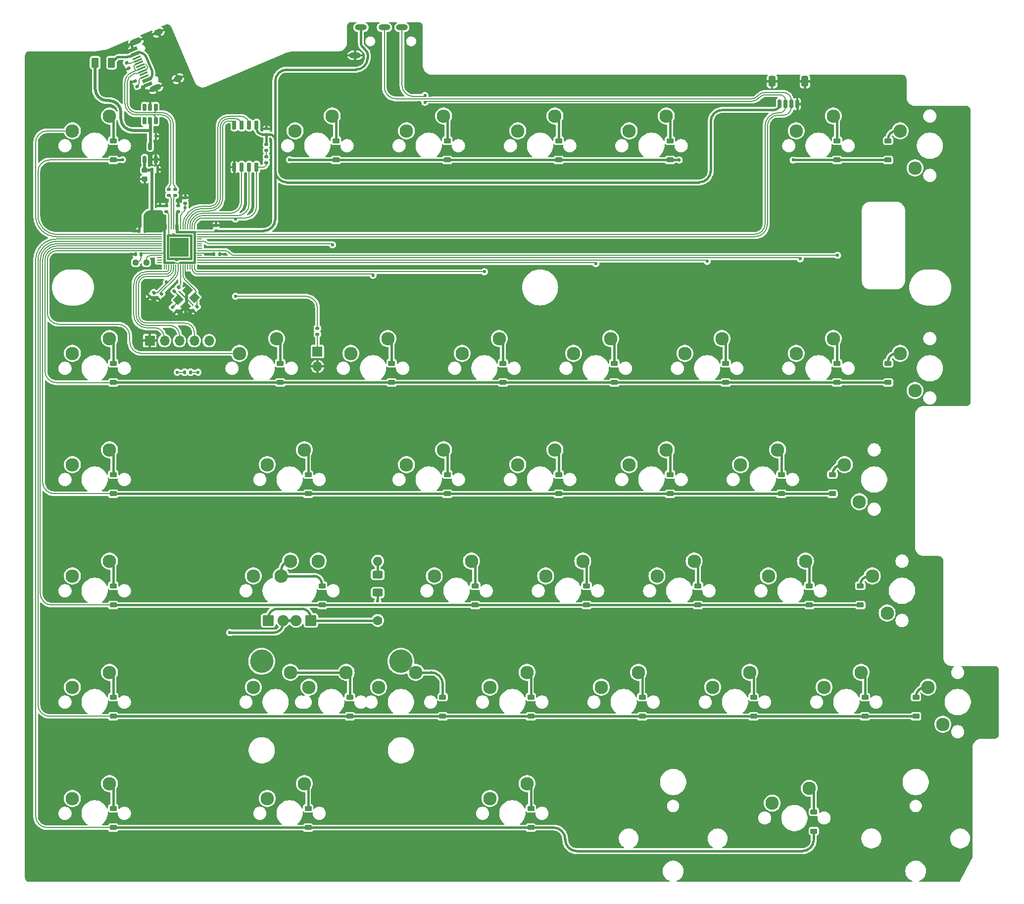
<source format=gbr>
%TF.GenerationSoftware,KiCad,Pcbnew,8.0.2*%
%TF.CreationDate,2024-11-08T18:32:23-08:00*%
%TF.ProjectId,gh80-5000-left,67683830-2d35-4303-9030-2d6c6566742e,rev?*%
%TF.SameCoordinates,Original*%
%TF.FileFunction,Copper,L2,Bot*%
%TF.FilePolarity,Positive*%
%FSLAX46Y46*%
G04 Gerber Fmt 4.6, Leading zero omitted, Abs format (unit mm)*
G04 Created by KiCad (PCBNEW 8.0.2) date 2024-11-08 18:32:23*
%MOMM*%
%LPD*%
G01*
G04 APERTURE LIST*
G04 Aperture macros list*
%AMRoundRect*
0 Rectangle with rounded corners*
0 $1 Rounding radius*
0 $2 $3 $4 $5 $6 $7 $8 $9 X,Y pos of 4 corners*
0 Add a 4 corners polygon primitive as box body*
4,1,4,$2,$3,$4,$5,$6,$7,$8,$9,$2,$3,0*
0 Add four circle primitives for the rounded corners*
1,1,$1+$1,$2,$3*
1,1,$1+$1,$4,$5*
1,1,$1+$1,$6,$7*
1,1,$1+$1,$8,$9*
0 Add four rect primitives between the rounded corners*
20,1,$1+$1,$2,$3,$4,$5,0*
20,1,$1+$1,$4,$5,$6,$7,0*
20,1,$1+$1,$6,$7,$8,$9,0*
20,1,$1+$1,$8,$9,$2,$3,0*%
%AMHorizOval*
0 Thick line with rounded ends*
0 $1 width*
0 $2 $3 position (X,Y) of the first rounded end (center of the circle)*
0 $4 $5 position (X,Y) of the second rounded end (center of the circle)*
0 Add line between two ends*
20,1,$1,$2,$3,$4,$5,0*
0 Add two circle primitives to create the rounded ends*
1,1,$1,$2,$3*
1,1,$1,$4,$5*%
%AMRotRect*
0 Rectangle, with rotation*
0 The origin of the aperture is its center*
0 $1 length*
0 $2 width*
0 $3 Rotation angle, in degrees counterclockwise*
0 Add horizontal line*
21,1,$1,$2,0,0,$3*%
G04 Aperture macros list end*
%TA.AperFunction,ComponentPad*%
%ADD10C,2.300000*%
%TD*%
%TA.AperFunction,ComponentPad*%
%ADD11RoundRect,0.285750X0.666750X0.666750X-0.666750X0.666750X-0.666750X-0.666750X0.666750X-0.666750X0*%
%TD*%
%TA.AperFunction,ComponentPad*%
%ADD12C,1.905000*%
%TD*%
%TA.AperFunction,ComponentPad*%
%ADD13RoundRect,0.285750X-0.666750X-0.666750X0.666750X-0.666750X0.666750X0.666750X-0.666750X0.666750X0*%
%TD*%
%TA.AperFunction,ComponentPad*%
%ADD14C,4.000000*%
%TD*%
%TA.AperFunction,SMDPad,CuDef*%
%ADD15RotRect,0.600000X1.450000X293.000000*%
%TD*%
%TA.AperFunction,SMDPad,CuDef*%
%ADD16RotRect,0.300000X1.450000X293.000000*%
%TD*%
%TA.AperFunction,ComponentPad*%
%ADD17HorizOval,1.000000X-0.506278X-0.214902X0.506278X0.214902X0*%
%TD*%
%TA.AperFunction,ComponentPad*%
%ADD18HorizOval,1.000000X-0.276151X-0.117219X0.276151X0.117219X0*%
%TD*%
%TA.AperFunction,SMDPad,CuDef*%
%ADD19RoundRect,0.150000X-0.150000X-0.625000X0.150000X-0.625000X0.150000X0.625000X-0.150000X0.625000X0*%
%TD*%
%TA.AperFunction,SMDPad,CuDef*%
%ADD20RoundRect,0.250000X-0.350000X-0.650000X0.350000X-0.650000X0.350000X0.650000X-0.350000X0.650000X0*%
%TD*%
%TA.AperFunction,SMDPad,CuDef*%
%ADD21RoundRect,0.225000X0.375000X-0.225000X0.375000X0.225000X-0.375000X0.225000X-0.375000X-0.225000X0*%
%TD*%
%TA.AperFunction,SMDPad,CuDef*%
%ADD22RoundRect,0.140000X0.170000X-0.140000X0.170000X0.140000X-0.170000X0.140000X-0.170000X-0.140000X0*%
%TD*%
%TA.AperFunction,SMDPad,CuDef*%
%ADD23RoundRect,0.135000X0.223042X-0.051983X0.117545X0.196553X-0.223042X0.051983X-0.117545X-0.196553X0*%
%TD*%
%TA.AperFunction,SMDPad,CuDef*%
%ADD24RoundRect,0.050000X0.387500X0.050000X-0.387500X0.050000X-0.387500X-0.050000X0.387500X-0.050000X0*%
%TD*%
%TA.AperFunction,SMDPad,CuDef*%
%ADD25RoundRect,0.050000X0.050000X0.387500X-0.050000X0.387500X-0.050000X-0.387500X0.050000X-0.387500X0*%
%TD*%
%TA.AperFunction,HeatsinkPad*%
%ADD26R,3.200000X3.200000*%
%TD*%
%TA.AperFunction,SMDPad,CuDef*%
%ADD27RoundRect,0.140000X0.219203X0.021213X0.021213X0.219203X-0.219203X-0.021213X-0.021213X-0.219203X0*%
%TD*%
%TA.AperFunction,ComponentPad*%
%ADD28C,1.600000*%
%TD*%
%TA.AperFunction,ComponentPad*%
%ADD29O,1.600000X1.600000*%
%TD*%
%TA.AperFunction,ComponentPad*%
%ADD30R,1.700000X1.700000*%
%TD*%
%TA.AperFunction,ComponentPad*%
%ADD31O,1.700000X1.700000*%
%TD*%
%TA.AperFunction,SMDPad,CuDef*%
%ADD32RoundRect,0.150000X0.150000X-0.650000X0.150000X0.650000X-0.150000X0.650000X-0.150000X-0.650000X0*%
%TD*%
%TA.AperFunction,SMDPad,CuDef*%
%ADD33RoundRect,0.135000X0.185000X-0.135000X0.185000X0.135000X-0.185000X0.135000X-0.185000X-0.135000X0*%
%TD*%
%TA.AperFunction,SMDPad,CuDef*%
%ADD34RoundRect,0.140000X0.021213X-0.219203X0.219203X-0.021213X-0.021213X0.219203X-0.219203X0.021213X0*%
%TD*%
%TA.AperFunction,SMDPad,CuDef*%
%ADD35RoundRect,0.140000X-0.021213X0.219203X-0.219203X0.021213X0.021213X-0.219203X0.219203X-0.021213X0*%
%TD*%
%TA.AperFunction,SMDPad,CuDef*%
%ADD36RoundRect,0.250000X0.625000X-0.400000X0.625000X0.400000X-0.625000X0.400000X-0.625000X-0.400000X0*%
%TD*%
%TA.AperFunction,SMDPad,CuDef*%
%ADD37RoundRect,0.135000X-0.185000X0.135000X-0.185000X-0.135000X0.185000X-0.135000X0.185000X0.135000X0*%
%TD*%
%TA.AperFunction,SMDPad,CuDef*%
%ADD38RoundRect,0.140000X-0.140000X-0.170000X0.140000X-0.170000X0.140000X0.170000X-0.140000X0.170000X0*%
%TD*%
%TA.AperFunction,SMDPad,CuDef*%
%ADD39RoundRect,0.150000X-0.150000X0.475000X-0.150000X-0.475000X0.150000X-0.475000X0.150000X0.475000X0*%
%TD*%
%TA.AperFunction,SMDPad,CuDef*%
%ADD40RoundRect,0.225000X-0.250000X0.225000X-0.250000X-0.225000X0.250000X-0.225000X0.250000X0.225000X0*%
%TD*%
%TA.AperFunction,SMDPad,CuDef*%
%ADD41RoundRect,0.237500X0.250000X0.237500X-0.250000X0.237500X-0.250000X-0.237500X0.250000X-0.237500X0*%
%TD*%
%TA.AperFunction,SMDPad,CuDef*%
%ADD42RoundRect,0.140000X0.140000X0.170000X-0.140000X0.170000X-0.140000X-0.170000X0.140000X-0.170000X0*%
%TD*%
%TA.AperFunction,SMDPad,CuDef*%
%ADD43RoundRect,0.150000X0.150000X-0.512500X0.150000X0.512500X-0.150000X0.512500X-0.150000X-0.512500X0*%
%TD*%
%TA.AperFunction,SMDPad,CuDef*%
%ADD44RoundRect,0.135000X-0.223042X0.051983X-0.117545X-0.196553X0.223042X-0.051983X0.117545X0.196553X0*%
%TD*%
%TA.AperFunction,ComponentPad*%
%ADD45O,2.000000X1.000000*%
%TD*%
%TA.AperFunction,SMDPad,CuDef*%
%ADD46RotRect,1.400000X1.200000X45.000000*%
%TD*%
%TA.AperFunction,SMDPad,CuDef*%
%ADD47RoundRect,0.135000X-0.135000X-0.185000X0.135000X-0.185000X0.135000X0.185000X-0.135000X0.185000X0*%
%TD*%
%TA.AperFunction,SMDPad,CuDef*%
%ADD48RoundRect,0.250000X0.375000X0.625000X-0.375000X0.625000X-0.375000X-0.625000X0.375000X-0.625000X0*%
%TD*%
%TA.AperFunction,SMDPad,CuDef*%
%ADD49RoundRect,0.135000X0.035355X-0.226274X0.226274X-0.035355X-0.035355X0.226274X-0.226274X0.035355X0*%
%TD*%
%TA.AperFunction,ViaPad*%
%ADD50C,0.600000*%
%TD*%
%TA.AperFunction,Conductor*%
%ADD51C,0.200000*%
%TD*%
%TA.AperFunction,Conductor*%
%ADD52C,0.400000*%
%TD*%
%TA.AperFunction,Conductor*%
%ADD53C,0.500000*%
%TD*%
G04 APERTURE END LIST*
D10*
%TO.P,MX40,1,1*%
%TO.N,COL7*%
X228441250Y-114935000D03*
%TO.P,MX40,2,2*%
%TO.N,Net-(D38-A)*%
X225901250Y-108585000D03*
%TD*%
%TO.P,MX36,1,1*%
%TO.N,COL6*%
X208121250Y-108585000D03*
%TO.P,MX36,2,2*%
%TO.N,Net-(D34-A)*%
X214471250Y-106045000D03*
%TD*%
%TO.P,MX19,1,1*%
%TO.N,COL2*%
X136683750Y-165735000D03*
%TO.P,MX19,2,2*%
%TO.N,Net-(D17-A)*%
X143033750Y-163195000D03*
%TD*%
D11*
%TO.P,LED2,1,K*%
%TO.N,Net-(LED1-K)*%
X117792500Y-154304750D03*
D12*
%TO.P,LED2,2,A*%
%TO.N,+3V3*%
X120332500Y-154304750D03*
%TD*%
D10*
%TO.P,MX24,1,1*%
%TO.N,COL3*%
X155733750Y-165735000D03*
%TO.P,MX24,2,2*%
%TO.N,Net-(D22-A)*%
X162083750Y-163195000D03*
%TD*%
%TO.P,MX4,1,1*%
%TO.N,COL0*%
X84296250Y-146685000D03*
%TO.P,MX4,2,2*%
%TO.N,Net-(D4-A)*%
X90646250Y-144145000D03*
%TD*%
%TO.P,MX15,1,1*%
%TO.N,COL2*%
X141446250Y-70485000D03*
%TO.P,MX15,2,2*%
%TO.N,Net-(D13-A)*%
X147796250Y-67945000D03*
%TD*%
D13*
%TO.P,LED1,1,K*%
%TO.N,Net-(LED1-K)*%
X125095000Y-154304750D03*
D12*
%TO.P,LED1,2,A*%
%TO.N,+3V3*%
X122555000Y-154304750D03*
%TD*%
D10*
%TO.P,MX20,1,1*%
%TO.N,COL3*%
X160496250Y-70485000D03*
%TO.P,MX20,2,2*%
%TO.N,Net-(D18-A)*%
X166846250Y-67945000D03*
%TD*%
%TO.P,MX12,1,1*%
%TO.N,COL1*%
X117633750Y-184785000D03*
%TO.P,MX12,2,2*%
%TO.N,Net-(D12-A)*%
X123983750Y-182245000D03*
%TD*%
%TO.P,MX42,1,1*%
%TO.N,COL7*%
X223678750Y-153035000D03*
%TO.P,MX42,2,2*%
%TO.N,Net-(D40-A)*%
X221138750Y-146685000D03*
%TD*%
%TO.P,MX29,1,1*%
%TO.N,COL4*%
X184308750Y-146685000D03*
%TO.P,MX29,2,2*%
%TO.N,Net-(D27-A)*%
X190658750Y-144145000D03*
%TD*%
%TO.P,MX35,1,1*%
%TO.N,COL6*%
X208121250Y-70485000D03*
%TO.P,MX35,2,2*%
%TO.N,Net-(D33-A)*%
X214471250Y-67945000D03*
%TD*%
%TO.P,MX22,1,1*%
%TO.N,COL3*%
X160496250Y-127635000D03*
%TO.P,MX22,2,2*%
%TO.N,Net-(D20-A)*%
X166846250Y-125095000D03*
%TD*%
%TO.P,MX1,1,1*%
%TO.N,COL0*%
X84296250Y-70485000D03*
%TO.P,MX1,2,2*%
%TO.N,Net-(D1-A)*%
X90646250Y-67945000D03*
%TD*%
%TO.P,MX5,1,1*%
%TO.N,COL0*%
X84296250Y-165735000D03*
%TO.P,MX5,2,2*%
%TO.N,Net-(D5-A)*%
X90646250Y-163195000D03*
%TD*%
%TO.P,MX9,1,1*%
%TO.N,COL1*%
X117633750Y-127635000D03*
%TO.P,MX9,2,2*%
%TO.N,Net-(D9-A)*%
X123983750Y-125095000D03*
%TD*%
%TO.P,MX10,1,1*%
%TO.N,COL1*%
X115252500Y-146685000D03*
%TO.P,MX10,2,2*%
%TO.N,Net-(D10-A)*%
X121602500Y-144145000D03*
%TD*%
%TO.P,MX38,1,1*%
%TO.N,COL6*%
X204003750Y-185585000D03*
%TO.P,MX38,2,2*%
%TO.N,Net-(D36-A)*%
X210353750Y-183045000D03*
%TD*%
%TO.P,MX27,1,1*%
%TO.N,COL4*%
X170021250Y-108585000D03*
%TO.P,MX27,2,2*%
%TO.N,Net-(D25-A)*%
X176371250Y-106045000D03*
%TD*%
%TO.P,MX18,1,1*%
%TO.N,COL2*%
X146208750Y-146685000D03*
%TO.P,MX18,2,2*%
%TO.N,Net-(D16-A)*%
X152558750Y-144145000D03*
%TD*%
%TO.P,MX3,1,1*%
%TO.N,COL0*%
X84296250Y-127635000D03*
%TO.P,MX3,2,2*%
%TO.N,Net-(D3-A)*%
X90646250Y-125095000D03*
%TD*%
%TO.P,MX25,1,1*%
%TO.N,COL3*%
X155733750Y-184785000D03*
%TO.P,MX25,2,2*%
%TO.N,Net-(D23-A)*%
X162083750Y-182245000D03*
%TD*%
%TO.P,MX2,1,1*%
%TO.N,COL0*%
X84296250Y-108585000D03*
%TO.P,MX2,2,2*%
%TO.N,Net-(D2-A)*%
X90646250Y-106045000D03*
%TD*%
%TO.P,MX28,1,1*%
%TO.N,COL4*%
X179546250Y-127635000D03*
%TO.P,MX28,2,2*%
%TO.N,Net-(D26-A)*%
X185896250Y-125095000D03*
%TD*%
D14*
%TO.P,S1,*%
%TO.N,*%
X116681250Y-161290000D03*
X140493750Y-161290000D03*
%TD*%
D10*
%TO.P,MX41,1,1*%
%TO.N,COL7*%
X218916250Y-133985000D03*
%TO.P,MX41,2,2*%
%TO.N,Net-(D39-A)*%
X216376250Y-127635000D03*
%TD*%
%TO.P,MX7,1,1*%
%TO.N,COL1*%
X122396250Y-70485000D03*
%TO.P,MX7,2,2*%
%TO.N,Net-(D7-A)*%
X128746250Y-67945000D03*
%TD*%
%TO.P,MX13,1,1*%
%TO.N,Net-(D10-A)*%
X120015000Y-146685000D03*
%TO.P,MX13,2,2*%
%TO.N,COL1*%
X126365000Y-144145000D03*
%TD*%
%TO.P,MX33,1,1*%
%TO.N,COL5*%
X203358750Y-146685000D03*
%TO.P,MX33,2,2*%
%TO.N,Net-(D31-A)*%
X209708750Y-144145000D03*
%TD*%
%TO.P,MX32,1,1*%
%TO.N,COL5*%
X198596250Y-127635000D03*
%TO.P,MX32,2,2*%
%TO.N,Net-(D30-A)*%
X204946250Y-125095000D03*
%TD*%
%TO.P,MX16,1,1*%
%TO.N,COL2*%
X131921250Y-108585000D03*
%TO.P,MX16,2,2*%
%TO.N,Net-(D14-A)*%
X138271250Y-106045000D03*
%TD*%
%TO.P,MX6,1,1*%
%TO.N,COL0*%
X84296250Y-184785000D03*
%TO.P,MX6,2,2*%
%TO.N,Net-(D6-A)*%
X90646250Y-182245000D03*
%TD*%
%TO.P,MX43,1,1*%
%TO.N,COL7*%
X233203750Y-172085000D03*
%TO.P,MX43,2,2*%
%TO.N,Net-(D41-A)*%
X230663750Y-165735000D03*
%TD*%
%TO.P,MX34,1,1*%
%TO.N,COL5*%
X193833750Y-165735000D03*
%TO.P,MX34,2,2*%
%TO.N,Net-(D32-A)*%
X200183750Y-163195000D03*
%TD*%
%TO.P,MX11,1,1*%
%TO.N,COL1*%
X115252500Y-165735000D03*
%TO.P,MX11,2,2*%
%TO.N,Net-(D11-A)*%
X121602500Y-163195000D03*
%TD*%
%TO.P,MX14,1,1*%
%TO.N,COL1*%
X124777500Y-165735000D03*
%TO.P,MX14,2,2*%
%TO.N,Net-(D11-A)*%
X131127500Y-163195000D03*
%TD*%
%TO.P,MX39,1,1*%
%TO.N,COL7*%
X228441250Y-76835000D03*
%TO.P,MX39,2,2*%
%TO.N,Net-(D37-A)*%
X225901250Y-70485000D03*
%TD*%
%TO.P,MX37,1,1*%
%TO.N,COL6*%
X212883750Y-165735000D03*
%TO.P,MX37,2,2*%
%TO.N,Net-(D35-A)*%
X219233750Y-163195000D03*
%TD*%
%TO.P,MX17,1,1*%
%TO.N,COL2*%
X141446250Y-127635000D03*
%TO.P,MX17,2,2*%
%TO.N,Net-(D15-A)*%
X147796250Y-125095000D03*
%TD*%
%TO.P,MX31,1,1*%
%TO.N,COL5*%
X189071250Y-108585000D03*
%TO.P,MX31,2,2*%
%TO.N,Net-(D29-A)*%
X195421250Y-106045000D03*
%TD*%
%TO.P,MX30,1,1*%
%TO.N,COL4*%
X174783750Y-165735000D03*
%TO.P,MX30,2,2*%
%TO.N,Net-(D28-A)*%
X181133750Y-163195000D03*
%TD*%
%TO.P,MX23,1,1*%
%TO.N,COL3*%
X165258750Y-146685000D03*
%TO.P,MX23,2,2*%
%TO.N,Net-(D21-A)*%
X171608750Y-144145000D03*
%TD*%
%TO.P,MX8,1,1*%
%TO.N,COL1*%
X112871250Y-108585000D03*
%TO.P,MX8,2,2*%
%TO.N,Net-(D8-A)*%
X119221250Y-106045000D03*
%TD*%
%TO.P,MX26,1,1*%
%TO.N,COL4*%
X179546250Y-70485000D03*
%TO.P,MX26,2,2*%
%TO.N,Net-(D24-A)*%
X185896250Y-67945000D03*
%TD*%
%TO.P,MX21,1,1*%
%TO.N,COL3*%
X150971250Y-108585000D03*
%TO.P,MX21,2,2*%
%TO.N,Net-(D19-A)*%
X157321250Y-106045000D03*
%TD*%
D15*
%TO.P,J2,A1,GND*%
%TO.N,GND*%
X94722165Y-56570058D03*
%TO.P,J2,A4,VBUS*%
%TO.N,VBUS*%
X95034750Y-57306462D03*
D16*
%TO.P,J2,A5,CC1*%
%TO.N,Net-(J2-CC1)*%
X95503627Y-58411067D03*
%TO.P,J2,A6,D+*%
%TO.N,D+*%
X95894358Y-59331572D03*
%TO.P,J2,A7,D-*%
%TO.N,D-*%
X96089724Y-59791825D03*
%TO.P,J2,A8,SBU1*%
%TO.N,unconnected-(J2-SBU1-PadA8)*%
X96480455Y-60712329D03*
D15*
%TO.P,J2,A9,VBUS*%
%TO.N,VBUS*%
X96949332Y-61816935D03*
%TO.P,J2,A12,GND*%
%TO.N,GND*%
X97261917Y-62553339D03*
%TO.P,J2,B1,GND*%
X97261917Y-62553339D03*
%TO.P,J2,B4,VBUS*%
%TO.N,VBUS*%
X96949332Y-61816935D03*
D16*
%TO.P,J2,B5,CC2*%
%TO.N,Net-(J2-CC2)*%
X96675820Y-61172582D03*
%TO.P,J2,B6,D+*%
%TO.N,D+*%
X96285089Y-60252077D03*
%TO.P,J2,B7,D-*%
%TO.N,D-*%
X95698993Y-58871320D03*
%TO.P,J2,B8,SBU2*%
%TO.N,unconnected-(J2-SBU2-PadB8)*%
X95308261Y-57950815D03*
D15*
%TO.P,J2,B9,VBUS*%
%TO.N,VBUS*%
X95034750Y-57306462D03*
%TO.P,J2,B12,GND*%
%TO.N,GND*%
X94722165Y-56570058D03*
D17*
%TO.P,J2,S1,SHIELD*%
X95146344Y-55227598D03*
D18*
X98994055Y-53594342D03*
X102369972Y-61547504D03*
D17*
X98522261Y-63180760D03*
%TD*%
D19*
%TO.P,J4,1,Pin_1*%
%TO.N,+3V3*%
X205300000Y-65875000D03*
%TO.P,J4,2,Pin_2*%
%TO.N,Tx*%
X206300000Y-65875000D03*
%TO.P,J4,3,Pin_3*%
%TO.N,Rx*%
X207300000Y-65875000D03*
%TO.P,J4,4,Pin_4*%
%TO.N,GND*%
X208300000Y-65875000D03*
D20*
%TO.P,J4,MP,MountPin*%
X204000000Y-62000000D03*
X209600000Y-62000000D03*
%TD*%
D21*
%TO.P,D12,1,K*%
%TO.N,ROW5*%
X124618750Y-189768750D03*
%TO.P,D12,2,A*%
%TO.N,Net-(D12-A)*%
X124618750Y-186468750D03*
%TD*%
D22*
%TO.P,C12,1*%
%TO.N,+3V3*%
X102400000Y-84280000D03*
%TO.P,C12,2*%
%TO.N,GND*%
X102400000Y-83320000D03*
%TD*%
D23*
%TO.P,R9,1*%
%TO.N,Net-(J2-CC2)*%
X95399273Y-62869457D03*
%TO.P,R9,2*%
%TO.N,GND*%
X95000727Y-61930543D03*
%TD*%
D24*
%TO.P,U1,1,IOVDD*%
%TO.N,+3V3*%
X106037500Y-87800000D03*
%TO.P,U1,2,GPIO0*%
%TO.N,Tx*%
X106037500Y-88200000D03*
%TO.P,U1,3,GPIO1*%
%TO.N,Rx*%
X106037500Y-88600000D03*
%TO.P,U1,4,GPIO2*%
%TO.N,unconnected-(U1-GPIO2-Pad4)*%
X106037500Y-89000000D03*
%TO.P,U1,5,GPIO3*%
%TO.N,LED_CAPS*%
X106037500Y-89400000D03*
%TO.P,U1,6,GPIO4*%
%TO.N,unconnected-(U1-GPIO4-Pad6)*%
X106037500Y-89800000D03*
%TO.P,U1,7,GPIO5*%
%TO.N,unconnected-(U1-GPIO5-Pad7)*%
X106037500Y-90200000D03*
%TO.P,U1,8,GPIO6*%
%TO.N,unconnected-(U1-GPIO6-Pad8)*%
X106037500Y-90600000D03*
%TO.P,U1,9,GPIO7*%
%TO.N,COL7*%
X106037500Y-91000000D03*
%TO.P,U1,10,IOVDD*%
%TO.N,+3V3*%
X106037500Y-91400000D03*
%TO.P,U1,11,GPIO8*%
%TO.N,unconnected-(U1-GPIO8-Pad11)*%
X106037500Y-91800000D03*
%TO.P,U1,12,GPIO9*%
%TO.N,COL6*%
X106037500Y-92200000D03*
%TO.P,U1,13,GPIO10*%
%TO.N,COL5*%
X106037500Y-92600000D03*
%TO.P,U1,14,GPIO11*%
%TO.N,COL4*%
X106037500Y-93000000D03*
D25*
%TO.P,U1,15,GPIO12*%
%TO.N,COL3*%
X105200000Y-93837500D03*
%TO.P,U1,16,GPIO13*%
%TO.N,COL2*%
X104800000Y-93837500D03*
%TO.P,U1,17,GPIO14*%
%TO.N,unconnected-(U1-GPIO14-Pad17)*%
X104400000Y-93837500D03*
%TO.P,U1,18,GPIO15*%
%TO.N,unconnected-(U1-GPIO15-Pad18)*%
X104000000Y-93837500D03*
%TO.P,U1,19,TESTEN*%
%TO.N,GND*%
X103600000Y-93837500D03*
%TO.P,U1,20,XIN*%
%TO.N,XIN*%
X103200000Y-93837500D03*
%TO.P,U1,21,XOUT*%
%TO.N,XOUT*%
X102800000Y-93837500D03*
%TO.P,U1,22,IOVDD*%
%TO.N,+3V3*%
X102400000Y-93837500D03*
%TO.P,U1,23,DVDD*%
%TO.N,+1V1*%
X102000000Y-93837500D03*
%TO.P,U1,24,SWCLK*%
%TO.N,SWC*%
X101600000Y-93837500D03*
%TO.P,U1,25,SWD*%
%TO.N,SWD*%
X101200000Y-93837500D03*
%TO.P,U1,26,RUN*%
%TO.N,RESET*%
X100800000Y-93837500D03*
%TO.P,U1,27,GPIO16*%
%TO.N,unconnected-(U1-GPIO16-Pad27)*%
X100400000Y-93837500D03*
%TO.P,U1,28,GPIO17*%
%TO.N,unconnected-(U1-GPIO17-Pad28)*%
X100000000Y-93837500D03*
D24*
%TO.P,U1,29,GPIO18*%
%TO.N,unconnected-(U1-GPIO18-Pad29)*%
X99162500Y-93000000D03*
%TO.P,U1,30,GPIO19*%
%TO.N,unconnected-(U1-GPIO19-Pad30)*%
X99162500Y-92600000D03*
%TO.P,U1,31,GPIO20*%
%TO.N,unconnected-(U1-GPIO20-Pad31)*%
X99162500Y-92200000D03*
%TO.P,U1,32,GPIO21*%
%TO.N,LeftHand*%
X99162500Y-91800000D03*
%TO.P,U1,33,IOVDD*%
%TO.N,+3V3*%
X99162500Y-91400000D03*
%TO.P,U1,34,GPIO22*%
%TO.N,COL1*%
X99162500Y-91000000D03*
%TO.P,U1,35,GPIO23*%
%TO.N,ROW1*%
X99162500Y-90600000D03*
%TO.P,U1,36,GPIO24*%
%TO.N,ROW2*%
X99162500Y-90200000D03*
%TO.P,U1,37,GPIO25*%
%TO.N,ROW3*%
X99162500Y-89800000D03*
%TO.P,U1,38,GPIO26_ADC0*%
%TO.N,ROW4*%
X99162500Y-89400000D03*
%TO.P,U1,39,GPIO27_ADC1*%
%TO.N,ROW5*%
X99162500Y-89000000D03*
%TO.P,U1,40,GPIO28_ADC2*%
%TO.N,COL0*%
X99162500Y-88600000D03*
%TO.P,U1,41,GPIO29_ADC3*%
%TO.N,ROW0*%
X99162500Y-88200000D03*
%TO.P,U1,42,IOVDD*%
%TO.N,+3V3*%
X99162500Y-87800000D03*
D25*
%TO.P,U1,43,ADC_AVDD*%
X100000000Y-86962500D03*
%TO.P,U1,44,VREG_IN*%
X100400000Y-86962500D03*
%TO.P,U1,45,VREG_VOUT*%
%TO.N,+1V1*%
X100800000Y-86962500D03*
%TO.P,U1,46,USB_DM*%
%TO.N,Net-(U1-USB_DM)*%
X101200000Y-86962500D03*
%TO.P,U1,47,USB_DP*%
%TO.N,Net-(U1-USB_DP)*%
X101600000Y-86962500D03*
%TO.P,U1,48,USB_VDD*%
%TO.N,+3V3*%
X102000000Y-86962500D03*
%TO.P,U1,49,IOVDD*%
X102400000Y-86962500D03*
%TO.P,U1,50,DVDD*%
%TO.N,+1V1*%
X102800000Y-86962500D03*
%TO.P,U1,51,QSPI_SD3*%
%TO.N,Q_IO3*%
X103200000Y-86962500D03*
%TO.P,U1,52,QSPI_SCLK*%
%TO.N,Q_CLK*%
X103600000Y-86962500D03*
%TO.P,U1,53,QSPI_SD0*%
%TO.N,Q_IO0*%
X104000000Y-86962500D03*
%TO.P,U1,54,QSPI_SD2*%
%TO.N,Q_IO2*%
X104400000Y-86962500D03*
%TO.P,U1,55,QSPI_SD1*%
%TO.N,Q_IO1*%
X104800000Y-86962500D03*
%TO.P,U1,56,QSPI_SS*%
%TO.N,Q_CS*%
X105200000Y-86962500D03*
D26*
%TO.P,U1,57,GND*%
%TO.N,GND*%
X102600000Y-90400000D03*
%TD*%
D27*
%TO.P,C15,1*%
%TO.N,GND*%
X102139411Y-101339411D03*
%TO.P,C15,2*%
%TO.N,Net-(C15-Pad2)*%
X101460589Y-100660589D03*
%TD*%
D28*
%TO.P,R11,1*%
%TO.N,Net-(LED1-K)*%
X136525000Y-154305000D03*
D29*
%TO.P,R11,2*%
%TO.N,LED_CAPS*%
X136525000Y-144145000D03*
%TD*%
D21*
%TO.P,D19,1,K*%
%TO.N,ROW1*%
X157956250Y-113568750D03*
%TO.P,D19,2,A*%
%TO.N,Net-(D19-A)*%
X157956250Y-110268750D03*
%TD*%
%TO.P,D8,1,K*%
%TO.N,ROW1*%
X119856250Y-113568750D03*
%TO.P,D8,2,A*%
%TO.N,Net-(D8-A)*%
X119856250Y-110268750D03*
%TD*%
%TO.P,D17,1,K*%
%TO.N,ROW4*%
X147637500Y-170718750D03*
%TO.P,D17,2,A*%
%TO.N,Net-(D17-A)*%
X147637500Y-167418750D03*
%TD*%
D30*
%TO.P,J1,1,Pin_1*%
%TO.N,GND*%
X97525000Y-106400000D03*
D31*
%TO.P,J1,2,Pin_2*%
%TO.N,RESET*%
X100065000Y-106400000D03*
%TO.P,J1,3,Pin_3*%
%TO.N,SWD*%
X102605000Y-106400000D03*
%TO.P,J1,4,Pin_4*%
%TO.N,SWC*%
X105145000Y-106400000D03*
%TO.P,J1,5,Pin_5*%
%TO.N,+3V3*%
X107685000Y-106400000D03*
%TD*%
D21*
%TO.P,D25,1,K*%
%TO.N,ROW1*%
X177006250Y-113568750D03*
%TO.P,D25,2,A*%
%TO.N,Net-(D25-A)*%
X177006250Y-110268750D03*
%TD*%
%TO.P,D37,1,K*%
%TO.N,ROW0*%
X223837500Y-75468750D03*
%TO.P,D37,2,A*%
%TO.N,Net-(D37-A)*%
X223837500Y-72168750D03*
%TD*%
%TO.P,D29,1,K*%
%TO.N,ROW1*%
X196056250Y-113568750D03*
%TO.P,D29,2,A*%
%TO.N,Net-(D29-A)*%
X196056250Y-110268750D03*
%TD*%
%TO.P,D16,1,K*%
%TO.N,ROW3*%
X153193750Y-151668750D03*
%TO.P,D16,2,A*%
%TO.N,Net-(D16-A)*%
X153193750Y-148368750D03*
%TD*%
D32*
%TO.P,U2,1,~{CS}*%
%TO.N,Q_CS*%
X115805000Y-76700000D03*
%TO.P,U2,2,DO(IO1)*%
%TO.N,Q_IO1*%
X114535000Y-76700000D03*
%TO.P,U2,3,IO2*%
%TO.N,Q_IO2*%
X113265000Y-76700000D03*
%TO.P,U2,4,GND*%
%TO.N,GND*%
X111995000Y-76700000D03*
%TO.P,U2,5,DI(IO0)*%
%TO.N,Q_IO0*%
X111995000Y-69500000D03*
%TO.P,U2,6,CLK*%
%TO.N,Q_CLK*%
X113265000Y-69500000D03*
%TO.P,U2,7,IO3*%
%TO.N,Q_IO3*%
X114535000Y-69500000D03*
%TO.P,U2,8,VCC*%
%TO.N,+3V3*%
X115805000Y-69500000D03*
%TD*%
D33*
%TO.P,R6,1*%
%TO.N,Q_CS*%
X117475000Y-75916250D03*
%TO.P,R6,2*%
%TO.N,Net-(R5-Pad1)*%
X117475000Y-74896250D03*
%TD*%
D34*
%TO.P,C14,1*%
%TO.N,GND*%
X104960589Y-101239411D03*
%TO.P,C14,2*%
%TO.N,XIN*%
X105639411Y-100560589D03*
%TD*%
D21*
%TO.P,D26,1,K*%
%TO.N,ROW2*%
X186531250Y-132618750D03*
%TO.P,D26,2,A*%
%TO.N,Net-(D26-A)*%
X186531250Y-129318750D03*
%TD*%
%TO.P,D23,1,K*%
%TO.N,ROW5*%
X162718750Y-189768750D03*
%TO.P,D23,2,A*%
%TO.N,Net-(D23-A)*%
X162718750Y-186468750D03*
%TD*%
D22*
%TO.P,C8,1*%
%TO.N,+3V3*%
X117500000Y-71080000D03*
%TO.P,C8,2*%
%TO.N,GND*%
X117500000Y-70120000D03*
%TD*%
D21*
%TO.P,D24,1,K*%
%TO.N,ROW0*%
X186531250Y-75468750D03*
%TO.P,D24,2,A*%
%TO.N,Net-(D24-A)*%
X186531250Y-72168750D03*
%TD*%
%TO.P,D35,1,K*%
%TO.N,ROW4*%
X219868750Y-170718750D03*
%TO.P,D35,2,A*%
%TO.N,Net-(D35-A)*%
X219868750Y-167418750D03*
%TD*%
D35*
%TO.P,C10,1*%
%TO.N,+3V3*%
X99539411Y-98360589D03*
%TO.P,C10,2*%
%TO.N,GND*%
X98860589Y-99039411D03*
%TD*%
D21*
%TO.P,D41,1,K*%
%TO.N,ROW4*%
X228600000Y-170718750D03*
%TO.P,D41,2,A*%
%TO.N,Net-(D41-A)*%
X228600000Y-167418750D03*
%TD*%
%TO.P,D20,1,K*%
%TO.N,ROW2*%
X167481250Y-132618750D03*
%TO.P,D20,2,A*%
%TO.N,Net-(D20-A)*%
X167481250Y-129318750D03*
%TD*%
%TO.P,D27,1,K*%
%TO.N,ROW3*%
X191293750Y-151668750D03*
%TO.P,D27,2,A*%
%TO.N,Net-(D27-A)*%
X191293750Y-148368750D03*
%TD*%
D22*
%TO.P,C5,1*%
%TO.N,+3V3*%
X99300000Y-84280000D03*
%TO.P,C5,2*%
%TO.N,GND*%
X99300000Y-83320000D03*
%TD*%
D33*
%TO.P,R4,1*%
%TO.N,Net-(BOOT1-Pin_1)*%
X126206250Y-105285000D03*
%TO.P,R4,2*%
%TO.N,Q_CS*%
X126206250Y-104265000D03*
%TD*%
D36*
%TO.P,R12,1*%
%TO.N,Net-(LED1-K)*%
X136525000Y-149550000D03*
%TO.P,R12,2*%
%TO.N,LED_CAPS*%
X136525000Y-146450000D03*
%TD*%
D33*
%TO.P,R3,1*%
%TO.N,Net-(U1-USB_DM)*%
X100800000Y-81510000D03*
%TO.P,R3,2*%
%TO.N,D-*%
X100800000Y-80490000D03*
%TD*%
D35*
%TO.P,C3,1*%
%TO.N,+1V1*%
X98239411Y-98160589D03*
%TO.P,C3,2*%
%TO.N,GND*%
X97560589Y-98839411D03*
%TD*%
D21*
%TO.P,D9,1,K*%
%TO.N,ROW2*%
X124618750Y-132618750D03*
%TO.P,D9,2,A*%
%TO.N,Net-(D9-A)*%
X124618750Y-129318750D03*
%TD*%
%TO.P,D1,1,K*%
%TO.N,ROW0*%
X91281250Y-75468750D03*
%TO.P,D1,2,A*%
%TO.N,Net-(D1-A)*%
X91281250Y-72168750D03*
%TD*%
%TO.P,D21,1,K*%
%TO.N,ROW3*%
X172243750Y-151668750D03*
%TO.P,D21,2,A*%
%TO.N,Net-(D21-A)*%
X172243750Y-148368750D03*
%TD*%
D37*
%TO.P,R2,1*%
%TO.N,D+*%
X101900000Y-80490000D03*
%TO.P,R2,2*%
%TO.N,Net-(U1-USB_DP)*%
X101900000Y-81510000D03*
%TD*%
D21*
%TO.P,D15,1,K*%
%TO.N,ROW2*%
X148431250Y-132618750D03*
%TO.P,D15,2,A*%
%TO.N,Net-(D15-A)*%
X148431250Y-129318750D03*
%TD*%
D38*
%TO.P,C13,1*%
%TO.N,+3V3*%
X108520000Y-91610000D03*
%TO.P,C13,2*%
%TO.N,GND*%
X109480000Y-91610000D03*
%TD*%
D21*
%TO.P,D33,1,K*%
%TO.N,ROW0*%
X215106250Y-75468750D03*
%TO.P,D33,2,A*%
%TO.N,Net-(D33-A)*%
X215106250Y-72168750D03*
%TD*%
%TO.P,D31,1,K*%
%TO.N,ROW3*%
X210343750Y-151668750D03*
%TO.P,D31,2,A*%
%TO.N,Net-(D31-A)*%
X210343750Y-148368750D03*
%TD*%
%TO.P,D11,1,K*%
%TO.N,ROW4*%
X131762500Y-170718750D03*
%TO.P,D11,2,A*%
%TO.N,Net-(D11-A)*%
X131762500Y-167418750D03*
%TD*%
D22*
%TO.P,C1,1*%
%TO.N,+1V1*%
X100400000Y-84280000D03*
%TO.P,C1,2*%
%TO.N,GND*%
X100400000Y-83320000D03*
%TD*%
D39*
%TO.P,U4,1,IO1*%
%TO.N,unconnected-(U4-IO1-Pad1)*%
X96650000Y-66425000D03*
%TO.P,U4,2,VN*%
%TO.N,GND*%
X97600000Y-66425000D03*
%TO.P,U4,3,IO2*%
%TO.N,D+*%
X98550000Y-66425000D03*
%TO.P,U4,4,IO3*%
%TO.N,D-*%
X98550000Y-68775000D03*
%TO.P,U4,5,VP*%
%TO.N,+5V*%
X97600000Y-68775000D03*
%TO.P,U4,6,IO4*%
%TO.N,unconnected-(U4-IO4-Pad6)*%
X96650000Y-68775000D03*
%TD*%
D21*
%TO.P,D7,1,K*%
%TO.N,ROW0*%
X129381250Y-75468750D03*
%TO.P,D7,2,A*%
%TO.N,Net-(D7-A)*%
X129381250Y-72168750D03*
%TD*%
D40*
%TO.P,C4,1*%
%TO.N,+3V3*%
X96650000Y-77175000D03*
%TO.P,C4,2*%
%TO.N,GND*%
X96650000Y-78725000D03*
%TD*%
D21*
%TO.P,D30,1,K*%
%TO.N,ROW2*%
X205581250Y-132618750D03*
%TO.P,D30,2,A*%
%TO.N,Net-(D30-A)*%
X205581250Y-129318750D03*
%TD*%
%TO.P,D39,1,K*%
%TO.N,ROW2*%
X214312500Y-132618750D03*
%TO.P,D39,2,A*%
%TO.N,Net-(D39-A)*%
X214312500Y-129318750D03*
%TD*%
D41*
%TO.P,R8,1*%
%TO.N,LeftHand*%
X96956250Y-93000000D03*
%TO.P,R8,2*%
%TO.N,+3V3*%
X95131250Y-93000000D03*
%TD*%
D42*
%TO.P,C7,1*%
%TO.N,+3V3*%
X96080000Y-91610000D03*
%TO.P,C7,2*%
%TO.N,GND*%
X95120000Y-91610000D03*
%TD*%
D22*
%TO.P,C16,1*%
%TO.N,+3V3*%
X108874174Y-87605793D03*
%TO.P,C16,2*%
%TO.N,GND*%
X108874174Y-86645793D03*
%TD*%
D43*
%TO.P,U3,1,GND*%
%TO.N,GND*%
X98550000Y-75387500D03*
%TO.P,U3,2,VO*%
%TO.N,+3V3*%
X96650000Y-75387500D03*
%TO.P,U3,3,VI*%
%TO.N,+5V*%
X97600000Y-73112500D03*
%TD*%
D44*
%TO.P,R10,1*%
%TO.N,Net-(J2-CC1)*%
X93563377Y-58843566D03*
%TO.P,R10,2*%
%TO.N,GND*%
X93961923Y-59782480D03*
%TD*%
D45*
%TO.P,J3,R1*%
%TO.N,Rx*%
X137656750Y-52755000D03*
%TO.P,J3,R2*%
%TO.N,Tx*%
X140656750Y-52755000D03*
%TO.P,J3,S*%
%TO.N,GND*%
X132656750Y-57555000D03*
%TO.P,J3,T*%
%TO.N,+3V3*%
X133656750Y-52755000D03*
%TD*%
D21*
%TO.P,D14,1,K*%
%TO.N,ROW1*%
X138906250Y-113568750D03*
%TO.P,D14,2,A*%
%TO.N,Net-(D14-A)*%
X138906250Y-110268750D03*
%TD*%
%TO.P,D34,1,K*%
%TO.N,ROW1*%
X215106250Y-113568750D03*
%TO.P,D34,2,A*%
%TO.N,Net-(D34-A)*%
X215106250Y-110268750D03*
%TD*%
D46*
%TO.P,Y1,1,1*%
%TO.N,Net-(C15-Pad2)*%
X102421142Y-99376777D03*
%TO.P,Y1,2,2*%
%TO.N,GND*%
X103976777Y-97821142D03*
%TO.P,Y1,3,3*%
%TO.N,XIN*%
X105178858Y-99023223D03*
%TO.P,Y1,4,4*%
%TO.N,GND*%
X103623223Y-100578858D03*
%TD*%
D21*
%TO.P,D10,1,K*%
%TO.N,ROW3*%
X127000000Y-151668750D03*
%TO.P,D10,2,A*%
%TO.N,Net-(D10-A)*%
X127000000Y-148368750D03*
%TD*%
%TO.P,D36,1,K*%
%TO.N,ROW5*%
X211137500Y-190362500D03*
%TO.P,D36,2,A*%
%TO.N,Net-(D36-A)*%
X211137500Y-187062500D03*
%TD*%
D47*
%TO.P,R1,1*%
%TO.N,RESET*%
X103490000Y-111800000D03*
%TO.P,R1,2*%
%TO.N,+3V3*%
X104510000Y-111800000D03*
%TD*%
D21*
%TO.P,D6,1,K*%
%TO.N,ROW5*%
X91281250Y-189768750D03*
%TO.P,D6,2,A*%
%TO.N,Net-(D6-A)*%
X91281250Y-186468750D03*
%TD*%
%TO.P,D2,1,K*%
%TO.N,ROW1*%
X91281250Y-113568750D03*
%TO.P,D2,2,A*%
%TO.N,Net-(D2-A)*%
X91281250Y-110268750D03*
%TD*%
D48*
%TO.P,F1,1*%
%TO.N,VBUS*%
X91000000Y-58800000D03*
%TO.P,F1,2*%
%TO.N,+5V*%
X88200000Y-58800000D03*
%TD*%
D21*
%TO.P,D32,1,K*%
%TO.N,ROW4*%
X200818750Y-170718750D03*
%TO.P,D32,2,A*%
%TO.N,Net-(D32-A)*%
X200818750Y-167418750D03*
%TD*%
D38*
%TO.P,C11,1*%
%TO.N,+3V3*%
X97920000Y-77100000D03*
%TO.P,C11,2*%
%TO.N,GND*%
X98880000Y-77100000D03*
%TD*%
%TO.P,C6,1*%
%TO.N,+5V*%
X97620000Y-71400000D03*
%TO.P,C6,2*%
%TO.N,GND*%
X98580000Y-71400000D03*
%TD*%
D21*
%TO.P,D38,1,K*%
%TO.N,ROW1*%
X223837500Y-113568750D03*
%TO.P,D38,2,A*%
%TO.N,Net-(D38-A)*%
X223837500Y-110268750D03*
%TD*%
D22*
%TO.P,C2,1*%
%TO.N,+1V1*%
X103600000Y-82880000D03*
%TO.P,C2,2*%
%TO.N,GND*%
X103600000Y-81920000D03*
%TD*%
D21*
%TO.P,D28,1,K*%
%TO.N,ROW4*%
X181768750Y-170718750D03*
%TO.P,D28,2,A*%
%TO.N,Net-(D28-A)*%
X181768750Y-167418750D03*
%TD*%
%TO.P,D22,1,K*%
%TO.N,ROW4*%
X162718750Y-170718750D03*
%TO.P,D22,2,A*%
%TO.N,Net-(D22-A)*%
X162718750Y-167418750D03*
%TD*%
%TO.P,D3,1,K*%
%TO.N,ROW2*%
X91281250Y-132618750D03*
%TO.P,D3,2,A*%
%TO.N,Net-(D3-A)*%
X91281250Y-129318750D03*
%TD*%
%TO.P,D13,1,K*%
%TO.N,ROW0*%
X148431250Y-75468750D03*
%TO.P,D13,2,A*%
%TO.N,Net-(D13-A)*%
X148431250Y-72168750D03*
%TD*%
%TO.P,D5,1,K*%
%TO.N,ROW4*%
X91281250Y-170718750D03*
%TO.P,D5,2,A*%
%TO.N,Net-(D5-A)*%
X91281250Y-167418750D03*
%TD*%
%TO.P,D40,1,K*%
%TO.N,ROW3*%
X219075000Y-151668750D03*
%TO.P,D40,2,A*%
%TO.N,Net-(D40-A)*%
X219075000Y-148368750D03*
%TD*%
%TO.P,D4,1,K*%
%TO.N,ROW3*%
X91281250Y-151668750D03*
%TO.P,D4,2,A*%
%TO.N,Net-(D4-A)*%
X91281250Y-148368750D03*
%TD*%
D49*
%TO.P,R7,1*%
%TO.N,Net-(C15-Pad2)*%
X101739376Y-97960624D03*
%TO.P,R7,2*%
%TO.N,XOUT*%
X102460624Y-97239376D03*
%TD*%
D33*
%TO.P,R5,1*%
%TO.N,Net-(R5-Pad1)*%
X117475000Y-73810000D03*
%TO.P,R5,2*%
%TO.N,+3V3*%
X117475000Y-72790000D03*
%TD*%
D30*
%TO.P,BOOT1,1,Pin_1*%
%TO.N,Net-(BOOT1-Pin_1)*%
X126206250Y-108262500D03*
D31*
%TO.P,BOOT1,2,Pin_2*%
%TO.N,GND*%
X126206250Y-110802500D03*
%TD*%
D21*
%TO.P,D18,1,K*%
%TO.N,ROW0*%
X167481250Y-75468750D03*
%TO.P,D18,2,A*%
%TO.N,Net-(D18-A)*%
X167481250Y-72168750D03*
%TD*%
D42*
%TO.P,C9,1*%
%TO.N,+3V3*%
X96680000Y-87590000D03*
%TO.P,C9,2*%
%TO.N,GND*%
X95720000Y-87590000D03*
%TD*%
D50*
%TO.N,+3V3*%
X107600000Y-91600000D03*
X111218750Y-156400000D03*
X105800000Y-111800000D03*
%TO.N,COL2*%
X135731250Y-95200000D03*
%TO.N,COL3*%
X154781250Y-94600000D03*
%TO.N,COL4*%
X173831250Y-93220000D03*
%TO.N,COL5*%
X192881250Y-92820000D03*
%TO.N,COL6*%
X208800000Y-92400000D03*
%TO.N,COL7*%
X215200000Y-91800000D03*
%TO.N,LED_CAPS*%
X128800000Y-90000000D03*
%TO.N,ROW0*%
X92868750Y-75406250D03*
X188100000Y-75468750D03*
X121443750Y-75406250D03*
X207600000Y-75468750D03*
%TO.N,Net-(LED1-K)*%
X136520000Y-150968750D03*
%TO.N,GND*%
X96600000Y-79800000D03*
X121200000Y-62000000D03*
X202000000Y-66000000D03*
X153900000Y-89300000D03*
X134900000Y-89300000D03*
X107800000Y-86600000D03*
X97600000Y-65200000D03*
X204000000Y-62000000D03*
X110900000Y-83600000D03*
X103600000Y-102100000D03*
X115200000Y-78300000D03*
X136000000Y-57600000D03*
X99700000Y-77100000D03*
X92400000Y-64700000D03*
X153900000Y-87500000D03*
X203900000Y-76300000D03*
X173000000Y-87500000D03*
X102257240Y-76216729D03*
X208300000Y-67500000D03*
X100000000Y-69100000D03*
X134900000Y-87500000D03*
X103485661Y-96764339D03*
X102393750Y-82550000D03*
X101600000Y-91400000D03*
X100425689Y-74580680D03*
X112000000Y-74400000D03*
X113900000Y-78400000D03*
X174700000Y-87500000D03*
X119200000Y-87500000D03*
X204200000Y-65200000D03*
X119817035Y-76220579D03*
X102600000Y-90400000D03*
X94456250Y-91600000D03*
X102600000Y-89400000D03*
X136600000Y-87500000D03*
X115800000Y-86800000D03*
X113900000Y-82700000D03*
X145500000Y-64400000D03*
X209600000Y-62000000D03*
X202100000Y-76300000D03*
X174700000Y-89300000D03*
X98200000Y-99800000D03*
X94900000Y-66200000D03*
X155600000Y-89300000D03*
X139200000Y-54300000D03*
X202100000Y-74600000D03*
X139800000Y-64000000D03*
X155600000Y-87500000D03*
X117600000Y-86200000D03*
X104959190Y-96540809D03*
X117500000Y-69200000D03*
X143600000Y-65600000D03*
X119806745Y-74594820D03*
X103600000Y-91400000D03*
X117800000Y-77400000D03*
X93432815Y-56076677D03*
X92671266Y-61424770D03*
X110399992Y-91600414D03*
X99500000Y-71400000D03*
X103600000Y-89400000D03*
X136600000Y-89300000D03*
X100400000Y-82600000D03*
X203900000Y-74600000D03*
X100700000Y-57600000D03*
X102600000Y-91400000D03*
X139200000Y-58500000D03*
X115200000Y-83400000D03*
X94758360Y-87600000D03*
X96793102Y-63993017D03*
X94200000Y-68800000D03*
X173000000Y-89300000D03*
X101600000Y-90400000D03*
X103600000Y-90400000D03*
X101600000Y-89400000D03*
X100430833Y-76211584D03*
X202100000Y-68000000D03*
X102262385Y-74585825D03*
%TO.N,+1V1*%
X101650000Y-88299998D03*
X103600000Y-83600000D03*
X102150000Y-92500002D03*
X100377243Y-96377243D03*
%TO.N,RESET*%
X102200000Y-111800000D03*
%TO.N,Tx*%
X144600000Y-64400000D03*
X144600000Y-65600000D03*
%TO.N,Q_CS*%
X112200000Y-98800000D03*
X112200000Y-85607801D03*
%TD*%
D51*
%TO.N,+3V3*%
X96680000Y-87590000D02*
X96890000Y-87800000D01*
X102601820Y-93101820D02*
X102703640Y-93000000D01*
X99539411Y-98063605D02*
X101784924Y-95818092D01*
D52*
X105200000Y-93000000D02*
X105200000Y-91400000D01*
D51*
X101803640Y-93100000D02*
X101750000Y-93100000D01*
D52*
X105200000Y-87800000D02*
X102450000Y-87800000D01*
D53*
X96650000Y-77175000D02*
X97845000Y-77175000D01*
X96650000Y-77175000D02*
X96650000Y-75387500D01*
D51*
X108874174Y-87800000D02*
X108874174Y-87605793D01*
X102400000Y-87750000D02*
X102450000Y-87800000D01*
D52*
X119000000Y-62000000D02*
X119000000Y-72080000D01*
X102150000Y-84530000D02*
X102400000Y-84280000D01*
D51*
X102400000Y-93837500D02*
X102400000Y-93303640D01*
X102703640Y-93000000D02*
X102750000Y-93000000D01*
D52*
X108520000Y-91600000D02*
X108520000Y-91610000D01*
X100000000Y-93000000D02*
X101650000Y-93000000D01*
X134800000Y-57414214D02*
X134800000Y-58000000D01*
D51*
X106037500Y-91400000D02*
X105200000Y-91400000D01*
D52*
X102450000Y-87800000D02*
X102150000Y-87800000D01*
X102750000Y-93000000D02*
X104050000Y-93000000D01*
X107600000Y-91600000D02*
X108520000Y-91600000D01*
X111218750Y-156400000D02*
X118732500Y-156400000D01*
X119000000Y-77000000D02*
X119000000Y-77300000D01*
D51*
X96080000Y-92200000D02*
X96080000Y-91610000D01*
D52*
X121000000Y-79300000D02*
X191500000Y-79300000D01*
D53*
X97900000Y-84300000D02*
X97680000Y-84300000D01*
D51*
X106037500Y-91400000D02*
X108520000Y-91400000D01*
X99162500Y-91400000D02*
X99950000Y-91400000D01*
D52*
X108874174Y-87605793D02*
X117000000Y-87605793D01*
D51*
X102400000Y-93303640D02*
X102601820Y-93101820D01*
D53*
X97845000Y-77175000D02*
X97920000Y-77100000D01*
D51*
X99950000Y-91400000D02*
X100000000Y-91450000D01*
D53*
X120332500Y-154304750D02*
X122555000Y-154304750D01*
D52*
X132800000Y-60000000D02*
X121000000Y-60000000D01*
X205300000Y-65875000D02*
X205300000Y-65900000D01*
D51*
X106037500Y-87800000D02*
X105200000Y-87800000D01*
D53*
X96650000Y-77175000D02*
X97900000Y-77175000D01*
D52*
X117475000Y-71080000D02*
X117500000Y-71080000D01*
D53*
X99300000Y-84300000D02*
X99300000Y-84280000D01*
D52*
X104050000Y-93000000D02*
X105200000Y-93000000D01*
D51*
X96890000Y-87800000D02*
X99162500Y-87800000D01*
D52*
X193500000Y-68900000D02*
X193500000Y-77300000D01*
D51*
X108520000Y-91400000D02*
X108520000Y-91610000D01*
X106037500Y-87800000D02*
X108874174Y-87800000D01*
X102400000Y-93837500D02*
X102400000Y-93300000D01*
D52*
X204300000Y-66900000D02*
X195500000Y-66900000D01*
D51*
X95218750Y-93000000D02*
X95280000Y-93000000D01*
D52*
X119000000Y-77000000D02*
X119000000Y-72080000D01*
D53*
X97900000Y-84300000D02*
X99300000Y-84300000D01*
D51*
X102200002Y-93100002D02*
X101803642Y-93100002D01*
D52*
X100000000Y-86962500D02*
X100000000Y-91450000D01*
D53*
X97900000Y-77120000D02*
X97920000Y-77100000D01*
D51*
X102400000Y-93300000D02*
X102200002Y-93100002D01*
D52*
X119000000Y-85605793D02*
X119000000Y-77000000D01*
X102150000Y-87800000D02*
X102150000Y-84530000D01*
X108520000Y-91610000D02*
X107000000Y-91610000D01*
X100000000Y-91450000D02*
X100000000Y-93000000D01*
X133656750Y-52755000D02*
X133656750Y-55442536D01*
D51*
X104510000Y-111800000D02*
X105800000Y-111800000D01*
D52*
X117475000Y-72790000D02*
X117475000Y-71080000D01*
X107000000Y-91610000D02*
X107000000Y-91600000D01*
X116805000Y-71080000D02*
X117500000Y-71080000D01*
X115805000Y-69500000D02*
X115805000Y-70080000D01*
D51*
X99162500Y-91400000D02*
X96290000Y-91400000D01*
D52*
X120332500Y-154800000D02*
X120332500Y-154304750D01*
D51*
X102400000Y-86962500D02*
X102400000Y-87750000D01*
X96290000Y-91400000D02*
X96080000Y-91610000D01*
X101750000Y-93100000D02*
X101650000Y-93000000D01*
X102400000Y-94333168D02*
X102400000Y-93837500D01*
D52*
X105200000Y-91400000D02*
X105200000Y-87800000D01*
X117500000Y-71080000D02*
X118000000Y-71080000D01*
D51*
X101803642Y-93100002D02*
X101803640Y-93100000D01*
D53*
X97900000Y-84300000D02*
X97900000Y-77120000D01*
D51*
X99539411Y-98360589D02*
X99539411Y-98063605D01*
D53*
X96680000Y-85300000D02*
X96680000Y-87590000D01*
D52*
X133949643Y-56149643D02*
X134507107Y-56707107D01*
X132800000Y-60000000D02*
G75*
G03*
X134800000Y-58000000I0J2000000D01*
G01*
D53*
X96680000Y-85300000D02*
G75*
G02*
X97680000Y-84300000I1000000J0D01*
G01*
D52*
X191500000Y-79300000D02*
G75*
G03*
X193500000Y-77300000I0J2000000D01*
G01*
X204300000Y-66900000D02*
G75*
G03*
X205300000Y-65900000I0J1000000D01*
G01*
X133656750Y-55442536D02*
G75*
G03*
X133949672Y-56149614I999950J36D01*
G01*
X119000000Y-62000000D02*
G75*
G02*
X121000000Y-60000000I2000000J0D01*
G01*
X118732500Y-156400000D02*
G75*
G03*
X120332500Y-154800000I0J1600000D01*
G01*
X117000000Y-87605793D02*
G75*
G03*
X118999993Y-85605793I0J1999993D01*
G01*
X115805000Y-70080000D02*
G75*
G03*
X116805000Y-71080000I1000000J0D01*
G01*
X119000000Y-72080000D02*
G75*
G03*
X118000000Y-71080000I-1000000J0D01*
G01*
X119000000Y-77300000D02*
G75*
G03*
X121000000Y-79300000I2000000J0D01*
G01*
X195500000Y-66900000D02*
G75*
G03*
X193500000Y-68900000I0J-2000000D01*
G01*
D51*
X96080000Y-92200000D02*
G75*
G02*
X95280000Y-93000000I-800000J0D01*
G01*
D52*
X134507107Y-56707107D02*
G75*
G02*
X134799990Y-57414214I-707107J-707093D01*
G01*
D51*
X101784924Y-95818092D02*
G75*
G03*
X102399977Y-94333168I-1484924J1484892D01*
G01*
%TO.N,COL0*%
X81600000Y-88600000D02*
X99162500Y-88600000D01*
X78000000Y-72485000D02*
X78000000Y-85000000D01*
X84296250Y-70485000D02*
X80000000Y-70485000D01*
X78000000Y-85000000D02*
G75*
G03*
X81600000Y-88600000I3600000J0D01*
G01*
X80000000Y-70485000D02*
G75*
G03*
X78000000Y-72485000I0J-2000000D01*
G01*
D52*
%TO.N,Net-(D1-A)*%
X91281250Y-68580000D02*
X90646250Y-67945000D01*
X91281250Y-72168750D02*
X91281250Y-68580000D01*
%TO.N,Net-(D2-A)*%
X91281250Y-110268750D02*
X91281250Y-106680000D01*
X91281250Y-106680000D02*
X90646250Y-106045000D01*
%TO.N,Net-(D3-A)*%
X91281250Y-125730000D02*
X90646250Y-125095000D01*
X91281250Y-129318750D02*
X91281250Y-125730000D01*
%TO.N,Net-(D4-A)*%
X91281250Y-148368750D02*
X91281250Y-144780000D01*
X91281250Y-144780000D02*
X90646250Y-144145000D01*
%TO.N,Net-(D5-A)*%
X91281250Y-163830000D02*
X90646250Y-163195000D01*
X91281250Y-167418750D02*
X91281250Y-163830000D01*
%TO.N,Net-(D6-A)*%
X91281250Y-186468750D02*
X91281250Y-182880000D01*
X91281250Y-182880000D02*
X90646250Y-182245000D01*
%TO.N,Net-(D7-A)*%
X129381250Y-68580000D02*
X128746250Y-67945000D01*
X129381250Y-72168750D02*
X129381250Y-68580000D01*
D51*
%TO.N,COL1*%
X92100000Y-103600000D02*
X82000000Y-103600000D01*
X80000000Y-101600000D02*
X80000000Y-92600000D01*
X112871250Y-108585000D02*
X96100000Y-108585000D01*
X81600000Y-91000000D02*
X99162500Y-91000000D01*
X94100000Y-106585000D02*
X94100000Y-105600000D01*
X96100000Y-108585000D02*
G75*
G02*
X94100000Y-106585000I0J2000000D01*
G01*
X80000000Y-92600000D02*
G75*
G02*
X81600000Y-91000000I1600000J0D01*
G01*
X94100000Y-105600000D02*
G75*
G03*
X92100000Y-103600000I-2000000J0D01*
G01*
X82000000Y-103600000D02*
G75*
G02*
X80000000Y-101600000I0J2000000D01*
G01*
D52*
%TO.N,Net-(D8-A)*%
X119856250Y-110268750D02*
X119856250Y-106680000D01*
X119856250Y-106680000D02*
X119221250Y-106045000D01*
%TO.N,Net-(D9-A)*%
X124618750Y-129318750D02*
X124618750Y-125730000D01*
X124618750Y-125730000D02*
X123983750Y-125095000D01*
%TO.N,Net-(D10-A)*%
X127000000Y-148368750D02*
X127000000Y-148085000D01*
X125600000Y-146685000D02*
X120015000Y-146685000D01*
X120015000Y-146685000D02*
X120015000Y-145732500D01*
X120015000Y-145732500D02*
G75*
G02*
X121602500Y-144145000I1587500J0D01*
G01*
X127000000Y-148085000D02*
G75*
G03*
X125600000Y-146685000I-1400000J0D01*
G01*
%TO.N,Net-(D11-A)*%
X131762500Y-167418750D02*
X131762500Y-163830000D01*
X131127500Y-163195000D02*
X121602500Y-163195000D01*
X131762500Y-163830000D02*
X131127500Y-163195000D01*
D51*
%TO.N,COL2*%
X108800000Y-95000000D02*
X135800000Y-95000000D01*
X104800000Y-93837500D02*
X104800000Y-94100000D01*
X105700000Y-95000000D02*
X108800000Y-95000000D01*
X135800000Y-95200000D02*
X135731250Y-95200000D01*
X135800000Y-95000000D02*
X135800000Y-95200000D01*
X104800000Y-94100000D02*
G75*
G03*
X105700000Y-95000000I900000J0D01*
G01*
D52*
%TO.N,Net-(D12-A)*%
X124618750Y-182880000D02*
X123983750Y-182245000D01*
X124618750Y-186468750D02*
X124618750Y-182880000D01*
%TO.N,Net-(D13-A)*%
X148431250Y-68580000D02*
X147796250Y-67945000D01*
X148431250Y-72168750D02*
X148431250Y-68580000D01*
%TO.N,Net-(D14-A)*%
X138906250Y-106680000D02*
X138271250Y-106045000D01*
X138906250Y-110268750D02*
X138906250Y-106680000D01*
%TO.N,Net-(D15-A)*%
X148431250Y-129318750D02*
X148431250Y-125730000D01*
X148431250Y-125730000D02*
X147796250Y-125095000D01*
%TO.N,Net-(D16-A)*%
X153193750Y-148368750D02*
X153193750Y-144780000D01*
X153193750Y-144780000D02*
X152558750Y-144145000D01*
%TO.N,Net-(D17-A)*%
X147637500Y-167418750D02*
X147637500Y-165195000D01*
X145637500Y-163195000D02*
X143033750Y-163195000D01*
X145637500Y-163195000D02*
G75*
G02*
X147637500Y-165195000I0J-2000000D01*
G01*
D51*
%TO.N,COL3*%
X105700000Y-94600000D02*
X108400000Y-94600000D01*
X108400000Y-94600000D02*
X154781250Y-94600000D01*
X105200000Y-93837500D02*
X105200000Y-94100000D01*
X105200000Y-94100000D02*
G75*
G03*
X105700000Y-94600000I500000J0D01*
G01*
D52*
%TO.N,Net-(D18-A)*%
X167481250Y-68580000D02*
X166846250Y-67945000D01*
X167481250Y-72168750D02*
X167481250Y-68580000D01*
%TO.N,Net-(D19-A)*%
X157956250Y-110268750D02*
X157956250Y-106680000D01*
X157956250Y-106680000D02*
X157321250Y-106045000D01*
%TO.N,Net-(D20-A)*%
X167481250Y-129318750D02*
X167481250Y-125730000D01*
X167481250Y-125730000D02*
X166846250Y-125095000D01*
%TO.N,Net-(D21-A)*%
X172243750Y-148368750D02*
X172243750Y-144780000D01*
X172243750Y-144780000D02*
X171608750Y-144145000D01*
%TO.N,Net-(D22-A)*%
X162718750Y-163830000D02*
X162083750Y-163195000D01*
X162718750Y-167418750D02*
X162718750Y-163830000D01*
D51*
%TO.N,COL4*%
X135200000Y-93020000D02*
X173800000Y-93020000D01*
X173800000Y-93200000D02*
X173831250Y-93200000D01*
X106057500Y-93020000D02*
X106920000Y-93020000D01*
X106920000Y-93020000D02*
X135200000Y-93020000D01*
X173800000Y-93020000D02*
X173800000Y-93200000D01*
X173831250Y-93200000D02*
X173831250Y-93220000D01*
X106037500Y-93000000D02*
X106057500Y-93020000D01*
D52*
%TO.N,Net-(D23-A)*%
X162718750Y-186468750D02*
X162718750Y-182880000D01*
X162718750Y-182880000D02*
X162083750Y-182245000D01*
%TO.N,Net-(D24-A)*%
X186531250Y-68580000D02*
X185896250Y-67945000D01*
X186531250Y-72168750D02*
X186531250Y-68580000D01*
%TO.N,Net-(D25-A)*%
X177006250Y-110268750D02*
X177006250Y-106680000D01*
X177006250Y-106680000D02*
X176371250Y-106045000D01*
%TO.N,Net-(D26-A)*%
X186531250Y-125730000D02*
X185896250Y-125095000D01*
X186531250Y-129318750D02*
X186531250Y-125730000D01*
%TO.N,Net-(D27-A)*%
X191293750Y-148368750D02*
X191293750Y-144780000D01*
X191293750Y-144780000D02*
X190658750Y-144145000D01*
D51*
%TO.N,COL5*%
X106734314Y-92600000D02*
X106754314Y-92620000D01*
X192800000Y-92820000D02*
X192881250Y-92820000D01*
X192800000Y-92620000D02*
X192800000Y-92820000D01*
X106754314Y-92620000D02*
X153800000Y-92620000D01*
X153800000Y-92620000D02*
X192800000Y-92620000D01*
X106037500Y-92600000D02*
X106734314Y-92600000D01*
D52*
%TO.N,Net-(D28-A)*%
X181768750Y-167418750D02*
X181768750Y-163830000D01*
X181768750Y-163830000D02*
X181133750Y-163195000D01*
%TO.N,Net-(D29-A)*%
X196056250Y-106680000D02*
X195421250Y-106045000D01*
X196056250Y-110268750D02*
X196056250Y-106680000D01*
%TO.N,Net-(D30-A)*%
X205581250Y-129318750D02*
X205581250Y-125730000D01*
X205581250Y-125730000D02*
X204946250Y-125095000D01*
%TO.N,Net-(D31-A)*%
X210343750Y-148368750D02*
X210343750Y-144780000D01*
X210343750Y-144780000D02*
X209708750Y-144145000D01*
%TO.N,Net-(D32-A)*%
X200818750Y-167418750D02*
X200818750Y-163830000D01*
X200818750Y-163830000D02*
X200183750Y-163195000D01*
%TO.N,Net-(D33-A)*%
X215106250Y-68580000D02*
X214471250Y-67945000D01*
X215106250Y-72168750D02*
X215106250Y-68580000D01*
%TO.N,Net-(D34-A)*%
X215106250Y-110268750D02*
X215106250Y-106680000D01*
X215106250Y-106680000D02*
X214471250Y-106045000D01*
D51*
%TO.N,COL6*%
X106900000Y-92200000D02*
X106920000Y-92220000D01*
X208400000Y-92220000D02*
X208800000Y-92220000D01*
X106920000Y-92220000D02*
X173600000Y-92220000D01*
X208800000Y-92220000D02*
X208800000Y-92400000D01*
X106037500Y-92200000D02*
X106900000Y-92200000D01*
X173600000Y-92220000D02*
X208400000Y-92220000D01*
D52*
%TO.N,Net-(D35-A)*%
X219868750Y-163830000D02*
X219233750Y-163195000D01*
X219868750Y-167418750D02*
X219868750Y-163830000D01*
%TO.N,Net-(D36-A)*%
X211137500Y-183828750D02*
X210353750Y-183045000D01*
X211137500Y-187062500D02*
X211137500Y-183828750D01*
D51*
%TO.N,COL7*%
X106037500Y-91000000D02*
X110385786Y-91000000D01*
X111092893Y-91292893D02*
X111307107Y-91507107D01*
X112014214Y-91800000D02*
X215200000Y-91800000D01*
X111092893Y-91292893D02*
G75*
G03*
X110385786Y-91000010I-707093J-707107D01*
G01*
X112014214Y-91800000D02*
G75*
G02*
X111307100Y-91507114I-14J1000000D01*
G01*
D52*
%TO.N,Net-(D37-A)*%
X223837500Y-72168750D02*
X223837500Y-71885000D01*
X225237500Y-70485000D02*
X225901250Y-70485000D01*
X225237500Y-70485000D02*
G75*
G03*
X223837500Y-71885000I0J-1400000D01*
G01*
%TO.N,Net-(D38-A)*%
X225237500Y-108585000D02*
X225901250Y-108585000D01*
X223837500Y-110268750D02*
X223837500Y-109985000D01*
X225237500Y-108585000D02*
G75*
G03*
X223837500Y-109985000I0J-1400000D01*
G01*
%TO.N,Net-(D39-A)*%
X216376250Y-127635000D02*
X215996250Y-127635000D01*
X215996250Y-127635000D02*
G75*
G03*
X214312500Y-129318750I50J-1683800D01*
G01*
%TO.N,Net-(D40-A)*%
X220675000Y-146685000D02*
X221138750Y-146685000D01*
X219075000Y-148368750D02*
X219075000Y-148285000D01*
X220675000Y-146685000D02*
G75*
G03*
X219075000Y-148285000I0J-1600000D01*
G01*
%TO.N,Net-(D41-A)*%
X228600000Y-167418750D02*
X228600000Y-167335000D01*
X230200000Y-165735000D02*
X230663750Y-165735000D01*
X230200000Y-165735000D02*
G75*
G03*
X228600000Y-167335000I0J-1600000D01*
G01*
D51*
%TO.N,LED_CAPS*%
X106037500Y-89400000D02*
X106800000Y-89400000D01*
D52*
X136525000Y-146450000D02*
X136525000Y-144145000D01*
D51*
X128800000Y-89800000D02*
X128800000Y-90000000D01*
X107614214Y-89800000D02*
X128800000Y-89800000D01*
X107153554Y-89546447D02*
X107260661Y-89653554D01*
X106800000Y-89400000D02*
G75*
G02*
X107153554Y-89546447I0J-500000D01*
G01*
X107260661Y-89653554D02*
G75*
G03*
X107614214Y-89799990I353539J353554D01*
G01*
D52*
%TO.N,ROW0*%
X188068750Y-75468750D02*
X188100000Y-75500000D01*
X129381250Y-75468750D02*
X121443750Y-75468750D01*
X129381250Y-75468750D02*
X148431250Y-75468750D01*
X186531250Y-75468750D02*
X188068750Y-75468750D01*
X91281250Y-75468750D02*
X92868750Y-75468750D01*
D51*
X91281250Y-75468750D02*
X80400000Y-75468750D01*
D52*
X207600000Y-75468750D02*
X215106250Y-75468750D01*
X121443750Y-75468750D02*
X121443750Y-75406250D01*
X215106250Y-75468750D02*
X223837500Y-75468750D01*
D51*
X78400000Y-77468750D02*
X78400000Y-85000000D01*
X81600000Y-88200000D02*
X99162500Y-88200000D01*
D52*
X148431250Y-75468750D02*
X186531250Y-75468750D01*
X92868750Y-75468750D02*
X92868750Y-75406250D01*
D51*
X78400000Y-85000000D02*
G75*
G03*
X81600000Y-88200000I3200000J0D01*
G01*
X80400000Y-75468750D02*
G75*
G03*
X78400050Y-77468750I0J-1999950D01*
G01*
%TO.N,ROW1*%
X81600000Y-90600000D02*
X99162500Y-90600000D01*
X91250000Y-113600000D02*
X81600000Y-113600000D01*
X79600000Y-111600000D02*
X79600000Y-92600000D01*
D52*
X91281250Y-113568750D02*
X223837500Y-113568750D01*
D51*
X91281250Y-113568750D02*
X91250000Y-113600000D01*
X79600000Y-92600000D02*
G75*
G02*
X81600000Y-90600000I2000000J0D01*
G01*
X81600000Y-113600000D02*
G75*
G02*
X79600000Y-111600000I0J2000000D01*
G01*
D52*
%TO.N,ROW2*%
X91281250Y-132618750D02*
X214312500Y-132618750D01*
D51*
X91262500Y-132600000D02*
X81200000Y-132600000D01*
X81600000Y-90200000D02*
X99162500Y-90200000D01*
X79200000Y-130600000D02*
X79200000Y-92600000D01*
X91281250Y-132618750D02*
X91262500Y-132600000D01*
X81200000Y-132600000D02*
G75*
G02*
X79200000Y-130600000I0J2000000D01*
G01*
X79200000Y-92600000D02*
G75*
G02*
X81600000Y-90200000I2400000J0D01*
G01*
D52*
%TO.N,ROW3*%
X91281250Y-151668750D02*
X219075000Y-151668750D01*
D51*
X81600000Y-89800000D02*
X99162500Y-89800000D01*
X78800000Y-149668750D02*
X78800000Y-92600000D01*
X91281250Y-151668750D02*
X80800000Y-151668750D01*
X80800000Y-151668750D02*
G75*
G02*
X78800050Y-149668750I0J1999950D01*
G01*
X78800000Y-92600000D02*
G75*
G02*
X81600000Y-89800000I2800000J0D01*
G01*
%TO.N,ROW4*%
X78400000Y-168718750D02*
X78400000Y-92600000D01*
X91281250Y-170718750D02*
X80400000Y-170718750D01*
X81600000Y-89400000D02*
X99162500Y-89400000D01*
D52*
X91281250Y-170718750D02*
X228600000Y-170718750D01*
D51*
X78400000Y-92600000D02*
G75*
G02*
X81600000Y-89400000I3200000J0D01*
G01*
X80400000Y-170718750D02*
G75*
G02*
X78400050Y-168718750I0J1999950D01*
G01*
D52*
%TO.N,ROW5*%
X211137500Y-191800000D02*
X211137500Y-190362500D01*
X170600000Y-193800000D02*
X209137500Y-193800000D01*
X162718750Y-189768750D02*
X166600000Y-189768750D01*
D51*
X78000000Y-187768750D02*
X78000000Y-92600000D01*
D52*
X168600000Y-191768750D02*
X168600000Y-191800000D01*
D51*
X91281250Y-189768750D02*
X80000000Y-189768750D01*
X81600000Y-89000000D02*
X99162500Y-89000000D01*
D52*
X91281250Y-189768750D02*
X162718750Y-189768750D01*
D51*
X78000000Y-92600000D02*
G75*
G02*
X81600000Y-89000000I3600000J0D01*
G01*
D52*
X209137500Y-193800000D02*
G75*
G03*
X211137500Y-191800000I0J2000000D01*
G01*
X168600000Y-191800000D02*
G75*
G03*
X170600000Y-193800000I2000000J0D01*
G01*
D51*
X80000000Y-189768750D02*
G75*
G02*
X78000050Y-187768750I0J1999950D01*
G01*
D52*
X168600000Y-191768750D02*
G75*
G03*
X166600000Y-189768700I-2000000J50D01*
G01*
%TO.N,Net-(LED1-K)*%
X125095000Y-154304750D02*
X136525000Y-154304750D01*
X117800000Y-154304750D02*
X117800000Y-153900000D01*
X136525000Y-149550000D02*
X136525000Y-150963750D01*
X119400000Y-152300000D02*
X123500000Y-152300000D01*
X136525000Y-150963750D02*
X136520000Y-150968750D01*
X125100000Y-153900000D02*
X125100000Y-154304750D01*
X136525000Y-154304750D02*
X136525000Y-154305000D01*
X117792500Y-154304750D02*
X117800000Y-154304750D01*
X123500000Y-152300000D02*
G75*
G02*
X125100000Y-153900000I0J-1600000D01*
G01*
X117800000Y-153900000D02*
G75*
G02*
X119400000Y-152300000I1600000J0D01*
G01*
D51*
%TO.N,Net-(BOOT1-Pin_1)*%
X126206250Y-108262500D02*
X126206250Y-105285000D01*
%TO.N,GND*%
X104676346Y-96540809D02*
X104959190Y-96540809D01*
X110399992Y-91610000D02*
X110399992Y-91600414D01*
D53*
X103790381Y-100411700D02*
X103790381Y-98007538D01*
X98200000Y-99039411D02*
X98860589Y-99039411D01*
X98200000Y-99039411D02*
X98200000Y-99800000D01*
D52*
X117500000Y-70120000D02*
X117500000Y-69200000D01*
X96650000Y-78725000D02*
X96650000Y-79800000D01*
X97261917Y-62553339D02*
X96382835Y-62926488D01*
X94456250Y-91610000D02*
X94456250Y-91600000D01*
X102400000Y-83320000D02*
X102400000Y-82550000D01*
D53*
X103790381Y-98007538D02*
X103976777Y-97821142D01*
D52*
X208300000Y-65875000D02*
X208300000Y-67500000D01*
X102393750Y-82550000D02*
X103023750Y-81920000D01*
D51*
X109480000Y-91610000D02*
X110399992Y-91610000D01*
D53*
X103623223Y-100578858D02*
X104283776Y-101239411D01*
X103976777Y-97255455D02*
X103485661Y-96764339D01*
D52*
X103023750Y-81920000D02*
X103600000Y-81920000D01*
X98880000Y-77100000D02*
X99700000Y-77100000D01*
D53*
X103623223Y-102100000D02*
X103600000Y-102100000D01*
D52*
X95120000Y-91610000D02*
X94456250Y-91610000D01*
D53*
X104283776Y-101239411D02*
X104960589Y-101239411D01*
D51*
X104667769Y-96532232D02*
X104676346Y-96540809D01*
D52*
X107800000Y-86645793D02*
X107800000Y-86600000D01*
X108874174Y-86645793D02*
X107800000Y-86645793D01*
D53*
X103623223Y-100578858D02*
X103790381Y-100411700D01*
D52*
X96650000Y-79800000D02*
X96600000Y-79800000D01*
D53*
X102862670Y-101339411D02*
X103623223Y-100578858D01*
D52*
X97600000Y-66425000D02*
X97600000Y-65200000D01*
X93843082Y-56943206D02*
X93432815Y-55976677D01*
D53*
X97760589Y-99039411D02*
X98200000Y-99039411D01*
D52*
X98580000Y-71400000D02*
X99500000Y-71400000D01*
D51*
X103600000Y-93837500D02*
X103600000Y-95050249D01*
D52*
X94758360Y-87590000D02*
X94758360Y-87600000D01*
X102400000Y-82550000D02*
X102393750Y-82550000D01*
X99300000Y-83320000D02*
X100400000Y-83320000D01*
D53*
X102139411Y-101339411D02*
X102862670Y-101339411D01*
X97560589Y-98839411D02*
X97760589Y-99039411D01*
D52*
X111995000Y-74400000D02*
X112000000Y-74400000D01*
D53*
X103623223Y-100578858D02*
X103623223Y-102100000D01*
X103976777Y-97821142D02*
X103976777Y-97255455D01*
D52*
X95720000Y-87590000D02*
X94758360Y-87590000D01*
X100400000Y-83320000D02*
X100400000Y-82600000D01*
D51*
X103892893Y-95757356D02*
X104667769Y-96532232D01*
D52*
X96382835Y-62926488D02*
X96793102Y-63893017D01*
X94722165Y-56570058D02*
X93843082Y-56943206D01*
X111995000Y-76700000D02*
X111995000Y-74400000D01*
D51*
X103600000Y-95050249D02*
G75*
G03*
X103892918Y-95757331I1000000J49D01*
G01*
D52*
%TO.N,+1V1*%
X102250002Y-92400000D02*
X102800000Y-92400000D01*
D51*
X102800000Y-86962500D02*
X102800000Y-85230348D01*
D52*
X100600000Y-88400000D02*
X100600000Y-92400000D01*
D51*
X103600000Y-83809027D02*
X103600000Y-83600000D01*
X102000000Y-94333167D02*
X102000000Y-93837500D01*
D52*
X102800000Y-92400000D02*
X104600000Y-92400000D01*
X104600000Y-88400000D02*
X102850000Y-88400000D01*
X102150000Y-92500002D02*
X102250002Y-92400000D01*
D51*
X101018665Y-96018665D02*
X98876741Y-98160589D01*
D52*
X100800000Y-88400000D02*
X100600000Y-88400000D01*
X100600000Y-92400000D02*
X102049998Y-92400000D01*
X104600000Y-92400000D02*
X104600000Y-91900000D01*
X102049998Y-92400000D02*
X102150000Y-92500002D01*
D51*
X101018665Y-96018665D02*
X100660087Y-96377243D01*
X100800000Y-86962500D02*
X100800000Y-85094214D01*
X100660087Y-96377243D02*
X100377243Y-96377243D01*
D52*
X102850000Y-88400000D02*
X101750002Y-88400000D01*
D51*
X103092893Y-84523241D02*
X103453554Y-84162580D01*
X103600000Y-82880000D02*
X103600000Y-83600000D01*
D52*
X101750002Y-88400000D02*
X101650000Y-88299998D01*
D51*
X101502081Y-95535249D02*
X101018665Y-96018665D01*
X100800000Y-86962500D02*
X100800000Y-88400000D01*
D52*
X104600000Y-91900000D02*
X104600000Y-88400000D01*
D51*
X98239411Y-98160589D02*
X98876741Y-98160589D01*
D52*
X101650000Y-88299998D02*
X101549998Y-88400000D01*
D51*
X100507107Y-84387107D02*
X100400000Y-84280000D01*
D52*
X101549998Y-88400000D02*
X100800000Y-88400000D01*
D51*
X103600000Y-83809027D02*
G75*
G02*
X103453540Y-84162566I-500000J27D01*
G01*
X102000000Y-94333167D02*
G75*
G02*
X101502098Y-95535266I-1700000J-33D01*
G01*
X100800000Y-85094214D02*
G75*
G03*
X100507114Y-84387100I-1000000J14D01*
G01*
X103092893Y-84523241D02*
G75*
G03*
X102800034Y-85230348I707107J-707059D01*
G01*
D53*
%TO.N,+5V*%
X88200000Y-58800000D02*
X88200000Y-63300000D01*
X97620000Y-71400000D02*
X97620000Y-70400000D01*
X97620000Y-70400000D02*
X94600000Y-70400000D01*
X92600000Y-68400000D02*
X92600000Y-67300000D01*
X97620000Y-70400000D02*
X97620000Y-68795000D01*
X90200000Y-65300000D02*
X90600000Y-65300000D01*
X97620000Y-68795000D02*
X97600000Y-68775000D01*
X97620000Y-71400000D02*
X97620000Y-73112500D01*
X97620000Y-73112500D02*
X97600000Y-73112500D01*
X92600000Y-68400000D02*
G75*
G03*
X94600000Y-70400000I2000000J0D01*
G01*
X92600000Y-67300000D02*
G75*
G03*
X90600000Y-65300000I-2000000J0D01*
G01*
X88200000Y-63300000D02*
G75*
G03*
X90200000Y-65300000I2000000J0D01*
G01*
D51*
%TO.N,XIN*%
X103200000Y-93837500D02*
X103200000Y-95050250D01*
X105639411Y-100560589D02*
X105639411Y-99483776D01*
X105178858Y-98598957D02*
X105178858Y-99023223D01*
X103610051Y-96040200D02*
X105320280Y-97750429D01*
X105320279Y-98457536D02*
X105178858Y-98598957D01*
X105639411Y-99483776D02*
X105178858Y-99023223D01*
X103200000Y-95050250D02*
G75*
G03*
X103610076Y-96040175I1400000J50D01*
G01*
X105320280Y-97750429D02*
G75*
G02*
X105320297Y-98457554I-353580J-353571D01*
G01*
%TO.N,Net-(C15-Pad2)*%
X101460589Y-100660589D02*
X102421142Y-99700036D01*
X102421142Y-98642390D02*
X102421142Y-99376777D01*
X101739376Y-97960624D02*
X102421142Y-98642390D01*
X102421142Y-99700036D02*
X102421142Y-99376777D01*
D52*
%TO.N,VBUS*%
X95034749Y-57306461D02*
X94020769Y-57736871D01*
X97898207Y-60149406D02*
X96893414Y-57782261D01*
X91690741Y-58109259D02*
X91000000Y-58800000D01*
X91000000Y-58755708D02*
X91000000Y-58800000D01*
X95748140Y-57003645D02*
X95034749Y-57306461D01*
X96347516Y-57245808D02*
X95748140Y-57003645D01*
X96949332Y-61816935D02*
X97662723Y-61514119D01*
X93630037Y-57816366D02*
X92397848Y-57816366D01*
X97662723Y-61514119D02*
X97904886Y-60914743D01*
X97898207Y-60149406D02*
G75*
G02*
X97904860Y-60914732I-920507J-390694D01*
G01*
X94020769Y-57736871D02*
G75*
G02*
X93630037Y-57816384I-390769J920471D01*
G01*
X92397848Y-57816366D02*
G75*
G03*
X91690710Y-58109228I-48J-1000034D01*
G01*
X96893414Y-57782261D02*
G75*
G03*
X96347516Y-57245808I-920514J-390739D01*
G01*
D51*
%TO.N,SWD*%
X101005000Y-103800000D02*
X97000000Y-103800000D01*
X101200000Y-94100000D02*
X101200000Y-93837500D01*
X102605000Y-106400000D02*
X102605000Y-105400000D01*
X95200000Y-102000000D02*
X95200000Y-96800000D01*
X97000000Y-95000000D02*
X100300000Y-95000000D01*
X100300000Y-95000000D02*
G75*
G03*
X101200000Y-94100000I0J900000D01*
G01*
X102605000Y-105400000D02*
G75*
G03*
X101005000Y-103800000I-1600000J0D01*
G01*
X95200000Y-96800000D02*
G75*
G02*
X97000000Y-95000000I1800000J0D01*
G01*
X97000000Y-103800000D02*
G75*
G02*
X95200000Y-102000000I0J1800000D01*
G01*
%TO.N,SWC*%
X101600000Y-94100000D02*
X101600000Y-93837500D01*
X97000000Y-95400000D02*
X100300000Y-95400000D01*
X95600000Y-102000000D02*
X95600000Y-96800000D01*
X105145000Y-106400000D02*
X105145000Y-105000000D01*
X103545000Y-103400000D02*
X97000000Y-103400000D01*
X97000000Y-103400000D02*
G75*
G02*
X95600000Y-102000000I0J1400000D01*
G01*
X100300000Y-95400000D02*
G75*
G03*
X101600000Y-94100000I0J1300000D01*
G01*
X95600000Y-96800000D02*
G75*
G02*
X97000000Y-95400000I1400000J0D01*
G01*
X105145000Y-105000000D02*
G75*
G03*
X103545000Y-103400000I-1600000J0D01*
G01*
%TO.N,RESET*%
X102200000Y-111800000D02*
X103490000Y-111800000D01*
X100800000Y-94100000D02*
X100800000Y-93837500D01*
X98400000Y-104200000D02*
X97000000Y-104200000D01*
X97000000Y-94600000D02*
X100300000Y-94600000D01*
X100065000Y-106400000D02*
X100000000Y-106400000D01*
X94800000Y-102000000D02*
X94800000Y-96800000D01*
X100000000Y-106400000D02*
X100000000Y-105800000D01*
X97000000Y-104200000D02*
G75*
G02*
X94800000Y-102000000I0J2200000D01*
G01*
X100000000Y-105800000D02*
G75*
G03*
X98400000Y-104200000I-1600000J0D01*
G01*
X100300000Y-94600000D02*
G75*
G03*
X100800000Y-94100000I0J500000D01*
G01*
X94800000Y-96800000D02*
G75*
G02*
X97000000Y-94600000I2200000J0D01*
G01*
%TO.N,D-*%
X100800000Y-80217106D02*
X100800000Y-80490000D01*
X95210641Y-60164973D02*
X95146206Y-60192324D01*
X98150000Y-67750000D02*
X99550000Y-67750000D01*
X98550000Y-68775000D02*
X98550000Y-68150000D01*
X95031626Y-59154600D02*
X95698992Y-58871320D01*
X101003553Y-79806446D02*
X100946446Y-79863553D01*
X101150000Y-69350000D02*
X101150000Y-79452892D01*
X95146206Y-60192324D02*
X94380846Y-60516281D01*
X96089723Y-59791825D02*
X95210641Y-60164973D01*
X98550000Y-68150000D02*
X98150000Y-67750000D01*
X95146206Y-60192324D02*
X94872694Y-59547971D01*
X93282476Y-62173905D02*
X93282476Y-65750000D01*
X95282476Y-67750000D02*
X98150000Y-67750000D01*
X93282476Y-65750000D02*
G75*
G03*
X95282476Y-67750024I2000024J0D01*
G01*
X94380846Y-60516281D02*
G75*
G03*
X93282495Y-62173905I701654J-1657619D01*
G01*
X101150000Y-69350000D02*
G75*
G03*
X99550000Y-67750000I-1600000J0D01*
G01*
X100946446Y-79863553D02*
G75*
G03*
X100800004Y-80217106I353554J-353547D01*
G01*
X95031626Y-59154600D02*
G75*
G03*
X94872613Y-59548005I117174J-276200D01*
G01*
X101150000Y-79452892D02*
G75*
G02*
X101003557Y-79806450I-500000J-8D01*
G01*
%TO.N,Net-(J2-CC2)*%
X95632739Y-62595949D02*
X95399273Y-62869457D01*
X96675820Y-61172582D02*
X96006564Y-61438474D01*
X95706103Y-62024413D02*
X95737516Y-62150063D01*
X95632739Y-62595949D02*
G75*
G03*
X95737534Y-62150058I-380339J324649D01*
G01*
X95706103Y-62024413D02*
G75*
G02*
X96006539Y-61438411I485097J121313D01*
G01*
%TO.N,Net-(J2-CC1)*%
X93651369Y-58879116D02*
X93563376Y-58843565D01*
X95503627Y-58411068D02*
X94416708Y-58872438D01*
X93651369Y-58879116D02*
G75*
G03*
X94416715Y-58872454I374631J927216D01*
G01*
%TO.N,D+*%
X95281108Y-60678242D02*
X95149984Y-60625264D01*
X101900000Y-80217106D02*
X101900000Y-80490000D01*
X101550000Y-69350000D02*
X101550000Y-79452892D01*
X95282476Y-67350000D02*
X98250000Y-67350000D01*
X95894357Y-59331571D02*
X96561723Y-59048291D01*
X96955094Y-59207223D02*
X97111387Y-59575426D01*
X98550001Y-66425000D02*
X98550001Y-67049999D01*
X95149984Y-60625264D02*
X94535453Y-60886117D01*
X98550001Y-67049999D02*
X98250000Y-67350000D01*
X96952455Y-59968798D02*
X96285089Y-60252078D01*
X98250000Y-67350000D02*
X99550000Y-67350000D01*
X101696447Y-79806446D02*
X101753554Y-79863553D01*
X96285089Y-60252078D02*
X95281108Y-60678242D01*
X93682476Y-62174824D02*
X93682476Y-65750000D01*
X101550000Y-79452892D02*
G75*
G03*
X101696443Y-79806450I500000J-8D01*
G01*
X101550000Y-69350000D02*
G75*
G03*
X99550000Y-67350000I-2000000J0D01*
G01*
X101753554Y-79863553D02*
G75*
G02*
X101899996Y-80217106I-353554J-353547D01*
G01*
X94535453Y-60886117D02*
G75*
G03*
X93682513Y-62174824I547047J-1288683D01*
G01*
X96561723Y-59048291D02*
G75*
G02*
X96955022Y-59207254I117177J-276109D01*
G01*
X97111387Y-59575426D02*
G75*
G02*
X96952439Y-59968760I-276187J-117174D01*
G01*
X93682476Y-65750000D02*
G75*
G03*
X95282476Y-67350024I1600024J0D01*
G01*
%TO.N,Tx*%
X142656750Y-64600000D02*
X144600000Y-64600000D01*
X202879899Y-64300000D02*
X205300000Y-64300000D01*
X144600000Y-65600000D02*
X144600000Y-65400000D01*
X140656750Y-62600000D02*
X140656750Y-52755000D01*
X205000000Y-67400000D02*
X205300000Y-67400000D01*
X206300000Y-66400000D02*
X206300000Y-65875000D01*
X202800000Y-86400000D02*
X202800000Y-69600000D01*
X206300000Y-65300000D02*
X206300000Y-65875000D01*
X106037500Y-88200000D02*
X201000000Y-88200000D01*
X144600000Y-65400000D02*
X200454416Y-65400000D01*
X144600000Y-64600000D02*
X144600000Y-64400000D01*
X201727208Y-64872792D02*
X201889950Y-64710050D01*
X202800000Y-69600000D02*
G75*
G02*
X205000000Y-67400000I2200000J0D01*
G01*
X142656750Y-64600000D02*
G75*
G02*
X140656700Y-62600000I-50J2000000D01*
G01*
X205300000Y-67400000D02*
G75*
G03*
X206300000Y-66400000I0J1000000D01*
G01*
X205300000Y-64300000D02*
G75*
G02*
X206300000Y-65300000I0J-1000000D01*
G01*
X201000000Y-88200000D02*
G75*
G03*
X202800000Y-86400000I0J1800000D01*
G01*
X201727208Y-64872792D02*
G75*
G02*
X200454416Y-65400011I-1272808J1272792D01*
G01*
X201889950Y-64710050D02*
G75*
G02*
X202879899Y-64299999I989950J-989950D01*
G01*
%TO.N,Rx*%
X137300000Y-52755000D02*
X137656750Y-52755000D01*
X137656750Y-52755000D02*
X137656750Y-63000000D01*
X202879898Y-63900000D02*
X205900000Y-63900000D01*
X203200000Y-86400000D02*
X203200000Y-69600000D01*
X205000000Y-67800000D02*
X205900000Y-67800000D01*
X207300000Y-65300000D02*
X207300000Y-65875000D01*
X106037500Y-88600000D02*
X201000000Y-88600000D01*
X139656750Y-65000000D02*
X200454415Y-65000000D01*
X207300000Y-66400000D02*
X207300000Y-65875000D01*
X201444365Y-64589949D02*
X201607106Y-64427208D01*
X200454415Y-65000000D02*
G75*
G03*
X201444357Y-64589941I-15J1400000D01*
G01*
X205900000Y-63900000D02*
G75*
G02*
X207300000Y-65300000I0J-1400000D01*
G01*
X139656750Y-65000000D02*
G75*
G02*
X137656700Y-63000000I-50J2000000D01*
G01*
X205900000Y-67800000D02*
G75*
G03*
X207300000Y-66400000I0J1400000D01*
G01*
X203200000Y-69600000D02*
G75*
G02*
X205000000Y-67800000I1800000J0D01*
G01*
X202879898Y-63900000D02*
G75*
G03*
X201607107Y-64427209I2J-1800000D01*
G01*
X201000000Y-88600000D02*
G75*
G03*
X203200000Y-86400000I0J2200000D01*
G01*
%TO.N,Net-(U1-USB_DP)*%
X101900000Y-81510000D02*
X101900000Y-81610000D01*
X101600000Y-86962500D02*
X101600000Y-82117107D01*
X101900000Y-81610000D02*
X101746446Y-81763554D01*
X101600000Y-82117107D02*
G75*
G02*
X101746443Y-81763551I500000J7D01*
G01*
%TO.N,Net-(U1-USB_DM)*%
X101200000Y-86962500D02*
X101200000Y-82117107D01*
X101053553Y-81763553D02*
X100800000Y-81510000D01*
X101200000Y-82117107D02*
G75*
G03*
X101053556Y-81763550I-500000J7D01*
G01*
%TO.N,Q_CS*%
X112200000Y-98800000D02*
X124206250Y-98800000D01*
X115805000Y-76700000D02*
X116975000Y-76700000D01*
X126206250Y-100800000D02*
X126206250Y-104265000D01*
X112100000Y-85407801D02*
X112100000Y-85607801D01*
X107600000Y-85407801D02*
X112100000Y-85407801D01*
X112100000Y-85407801D02*
X113805000Y-85407801D01*
X105492893Y-85943338D02*
X105735537Y-85700694D01*
X112100000Y-85607801D02*
X112200000Y-85607801D01*
X105200000Y-86962500D02*
X105200000Y-86650445D01*
X106442644Y-85407801D02*
X107600000Y-85407801D01*
X117475000Y-76200000D02*
X117475000Y-75916250D01*
X115805000Y-83407801D02*
X115805000Y-76700000D01*
X113805000Y-85407801D02*
G75*
G03*
X115805001Y-83407801I0J2000001D01*
G01*
X124206250Y-98800000D02*
G75*
G02*
X126206300Y-100800000I50J-2000000D01*
G01*
X105492893Y-85943338D02*
G75*
G03*
X105200032Y-86650445I707107J-707062D01*
G01*
X106442644Y-85407801D02*
G75*
G03*
X105735515Y-85700672I-44J-999999D01*
G01*
X116975000Y-76700000D02*
G75*
G03*
X117475000Y-76200000I0J500000D01*
G01*
%TO.N,Net-(R5-Pad1)*%
X117475000Y-74896250D02*
X117475000Y-73810000D01*
%TO.N,XOUT*%
X102653553Y-97046447D02*
X102460624Y-97239376D01*
X102800000Y-93837500D02*
X102800000Y-96692893D01*
X102653553Y-97046447D02*
G75*
G03*
X102799995Y-96692893I-353553J353547D01*
G01*
%TO.N,LeftHand*%
X97668750Y-91800000D02*
X99162500Y-91800000D01*
X96868750Y-93000000D02*
X96868750Y-92600000D01*
X97668750Y-91800000D02*
G75*
G03*
X96868800Y-92600000I50J-800000D01*
G01*
%TO.N,Q_IO3*%
X106359798Y-83407801D02*
X107800000Y-83407801D01*
X114535000Y-69500000D02*
X114535000Y-69400000D01*
X113135000Y-68000000D02*
X111000000Y-68000000D01*
X103200000Y-86962500D02*
X103200000Y-86567599D01*
X109200000Y-69800000D02*
X109200000Y-82007801D01*
X104020101Y-84587700D02*
X104379899Y-84227902D01*
X111000000Y-68000000D02*
G75*
G03*
X109200000Y-69800000I0J-1800000D01*
G01*
X114535000Y-69400000D02*
G75*
G03*
X113135000Y-68000000I-1400000J0D01*
G01*
X106359798Y-83407801D02*
G75*
G03*
X104379900Y-84227903I2J-2799999D01*
G01*
X109200000Y-82007801D02*
G75*
G02*
X107800000Y-83407800I-1400000J1D01*
G01*
X104020101Y-84587700D02*
G75*
G03*
X103199999Y-86567599I1979899J-1979900D01*
G01*
%TO.N,Q_IO1*%
X106442643Y-85007801D02*
X112535000Y-85007801D01*
X104800000Y-86962500D02*
X104800000Y-86650444D01*
X105210051Y-85660494D02*
X105452694Y-85417851D01*
X114535000Y-83007801D02*
X114535000Y-76700000D01*
X105452694Y-85417851D02*
G75*
G02*
X106442643Y-85007831I989906J-989949D01*
G01*
X104800000Y-86650444D02*
G75*
G02*
X105210029Y-85660472I1400000J44D01*
G01*
X112535000Y-85007801D02*
G75*
G03*
X114535001Y-83007801I0J2000001D01*
G01*
%TO.N,Q_CLK*%
X109600000Y-69800000D02*
X109600000Y-82007801D01*
X106359799Y-83807801D02*
X107800000Y-83807801D01*
X113265000Y-69500000D02*
X113200000Y-69500000D01*
X113200000Y-69500000D02*
X113200000Y-69400000D01*
X112200000Y-68400000D02*
X111000000Y-68400000D01*
X103600000Y-86962500D02*
X103600000Y-86567600D01*
X104302944Y-84870543D02*
X104662743Y-84510744D01*
X113200000Y-69400000D02*
G75*
G03*
X112200000Y-68400000I-1000000J0D01*
G01*
X111000000Y-68400000D02*
G75*
G03*
X109600000Y-69800000I0J-1400000D01*
G01*
X107800000Y-83807801D02*
G75*
G03*
X109600001Y-82007801I0J1800001D01*
G01*
X104302944Y-84870543D02*
G75*
G03*
X103600000Y-86567600I1697056J-1697057D01*
G01*
X106359799Y-83807801D02*
G75*
G03*
X104662744Y-84510745I1J-2399999D01*
G01*
%TO.N,Q_IO0*%
X104644365Y-85094808D02*
X104887007Y-84852166D01*
X110000000Y-82007801D02*
X110000000Y-69800000D01*
X111995000Y-68800000D02*
X111995000Y-69500000D01*
X104000000Y-86962500D02*
X104000000Y-86650443D01*
X106442642Y-84207801D02*
X107800000Y-84207801D01*
X111000000Y-68800000D02*
X111995000Y-68800000D01*
X110000000Y-69800000D02*
G75*
G02*
X111000000Y-68800000I1000000J0D01*
G01*
X104644365Y-85094808D02*
G75*
G03*
X104000030Y-86650443I1555635J-1555592D01*
G01*
X110000000Y-82007801D02*
G75*
G02*
X107800000Y-84207800I-2200000J1D01*
G01*
X106442642Y-84207801D02*
G75*
G03*
X104886986Y-84852145I-42J-2199999D01*
G01*
%TO.N,Q_IO2*%
X113265000Y-82607801D02*
X113265000Y-76700000D01*
X104400000Y-86962500D02*
X104400000Y-86650443D01*
X106442642Y-84607801D02*
X111265000Y-84607801D01*
X104927208Y-85377651D02*
X105169850Y-85135009D01*
X105169850Y-85135009D02*
G75*
G02*
X106442642Y-84607831I1272750J-1272791D01*
G01*
X104400000Y-86650443D02*
G75*
G02*
X104927186Y-85377629I1800000J43D01*
G01*
X111265000Y-84607801D02*
G75*
G03*
X113265001Y-82607801I0J2000001D01*
G01*
%TD*%
%TA.AperFunction,Conductor*%
%TO.N,GND*%
G36*
X143433806Y-51855529D02*
G01*
X143440375Y-51855528D01*
X143440380Y-51855530D01*
X143501408Y-51855527D01*
X143511105Y-51856002D01*
X143642793Y-51868968D01*
X143661820Y-51872752D01*
X143783770Y-51909742D01*
X143801690Y-51917164D01*
X143914077Y-51977235D01*
X143930210Y-51988013D01*
X144006460Y-52050588D01*
X144028715Y-52068852D01*
X144042438Y-52082575D01*
X144123278Y-52181077D01*
X144134059Y-52197213D01*
X144158098Y-52242186D01*
X144194128Y-52309594D01*
X144201555Y-52327525D01*
X144238543Y-52449464D01*
X144242329Y-52468498D01*
X144255273Y-52599937D01*
X144255750Y-52609640D01*
X144255750Y-59427189D01*
X144255774Y-59427559D01*
X144255774Y-59462353D01*
X144286324Y-59674800D01*
X144286326Y-59674807D01*
X144346794Y-59880729D01*
X144346795Y-59880732D01*
X144346796Y-59880734D01*
X144392026Y-59979774D01*
X144407888Y-60014507D01*
X144435957Y-60075968D01*
X144551995Y-60256525D01*
X144692546Y-60418733D01*
X144854751Y-60559287D01*
X145035306Y-60675328D01*
X145230538Y-60764494D01*
X145436471Y-60824969D01*
X145648915Y-60855522D01*
X145682362Y-60855522D01*
X145682406Y-60855527D01*
X145690361Y-60855527D01*
X145756228Y-60855527D01*
X145756230Y-60855527D01*
X145822122Y-60855530D01*
X145822126Y-60855528D01*
X145828695Y-60855529D01*
X145828740Y-60855527D01*
X203135394Y-60855527D01*
X203193585Y-60874434D01*
X203229549Y-60923934D01*
X203229549Y-60985120D01*
X203214277Y-61014347D01*
X203166081Y-61077902D01*
X203110613Y-61218556D01*
X203100000Y-61306935D01*
X203100000Y-61799999D01*
X203100001Y-61800000D01*
X204899999Y-61800000D01*
X204900000Y-61799999D01*
X204900000Y-61306941D01*
X204899999Y-61306935D01*
X204889386Y-61218556D01*
X204833918Y-61077902D01*
X204785723Y-61014347D01*
X204765627Y-60956556D01*
X204783338Y-60897990D01*
X204832090Y-60861019D01*
X204864606Y-60855527D01*
X208735394Y-60855527D01*
X208793585Y-60874434D01*
X208829549Y-60923934D01*
X208829549Y-60985120D01*
X208814277Y-61014347D01*
X208766081Y-61077902D01*
X208710613Y-61218556D01*
X208700000Y-61306935D01*
X208700000Y-61799999D01*
X208700001Y-61800000D01*
X210499999Y-61800000D01*
X210500000Y-61799999D01*
X210500000Y-61306941D01*
X210499999Y-61306935D01*
X210489386Y-61218556D01*
X210433918Y-61077902D01*
X210385723Y-61014347D01*
X210365627Y-60956556D01*
X210383338Y-60897990D01*
X210432090Y-60861019D01*
X210464606Y-60855527D01*
X226158762Y-60855527D01*
X226158806Y-60855529D01*
X226165375Y-60855528D01*
X226165380Y-60855530D01*
X226226408Y-60855527D01*
X226236105Y-60856002D01*
X226367793Y-60868968D01*
X226386820Y-60872752D01*
X226508770Y-60909742D01*
X226526690Y-60917164D01*
X226639077Y-60977235D01*
X226655210Y-60988013D01*
X226701865Y-61026301D01*
X226753715Y-61068852D01*
X226767438Y-61082575D01*
X226802970Y-61125870D01*
X226836663Y-61166925D01*
X226848278Y-61181077D01*
X226859059Y-61197213D01*
X226877645Y-61231983D01*
X226919128Y-61309594D01*
X226926555Y-61327525D01*
X226963543Y-61449464D01*
X226967329Y-61468498D01*
X226974184Y-61538107D01*
X226978748Y-61584457D01*
X226980273Y-61599937D01*
X226980750Y-61609640D01*
X226980750Y-64787189D01*
X226980774Y-64787559D01*
X226980774Y-64822353D01*
X227011324Y-65034800D01*
X227011326Y-65034807D01*
X227071794Y-65240729D01*
X227071795Y-65240732D01*
X227071796Y-65240734D01*
X227097040Y-65296010D01*
X227144760Y-65400503D01*
X227160957Y-65435968D01*
X227276995Y-65616525D01*
X227417546Y-65778733D01*
X227579751Y-65919287D01*
X227760306Y-66035328D01*
X227955538Y-66124494D01*
X228161471Y-66184969D01*
X228373915Y-66215522D01*
X228407362Y-66215522D01*
X228407406Y-66215527D01*
X228415361Y-66215527D01*
X228481228Y-66215527D01*
X228481230Y-66215527D01*
X228547122Y-66215530D01*
X228547126Y-66215528D01*
X228553695Y-66215529D01*
X228553740Y-66215527D01*
X237158762Y-66215527D01*
X237158806Y-66215529D01*
X237165375Y-66215528D01*
X237165380Y-66215530D01*
X237226408Y-66215527D01*
X237236105Y-66216002D01*
X237367793Y-66228968D01*
X237386820Y-66232752D01*
X237508770Y-66269742D01*
X237526690Y-66277164D01*
X237639077Y-66337235D01*
X237655210Y-66348013D01*
X237702687Y-66386976D01*
X237753715Y-66428852D01*
X237767438Y-66442575D01*
X237848278Y-66541077D01*
X237859059Y-66557213D01*
X237883655Y-66603227D01*
X237919128Y-66669594D01*
X237926555Y-66687525D01*
X237963543Y-66809464D01*
X237967329Y-66828498D01*
X237974645Y-66902790D01*
X237979013Y-66947148D01*
X237980273Y-66959937D01*
X237980750Y-66969640D01*
X237980750Y-116820153D01*
X237980273Y-116829858D01*
X237967302Y-116961533D01*
X237963516Y-116980568D01*
X237926521Y-117102517D01*
X237919094Y-117120445D01*
X237859026Y-117232825D01*
X237848244Y-117248962D01*
X237767401Y-117347469D01*
X237753679Y-117361191D01*
X237655175Y-117442034D01*
X237639039Y-117452816D01*
X237526657Y-117512889D01*
X237508728Y-117520316D01*
X237386786Y-117557311D01*
X237367753Y-117561098D01*
X237245575Y-117573136D01*
X237236305Y-117574050D01*
X237226599Y-117574527D01*
X229889196Y-117574527D01*
X229888901Y-117574545D01*
X229853961Y-117574544D01*
X229853960Y-117574544D01*
X229853959Y-117574544D01*
X229641505Y-117605080D01*
X229435557Y-117665543D01*
X229240307Y-117754704D01*
X229240299Y-117754709D01*
X229059746Y-117870736D01*
X229059736Y-117870744D01*
X228897534Y-118011288D01*
X228897525Y-118011297D01*
X228756965Y-118173510D01*
X228756964Y-118173512D01*
X228640922Y-118354073D01*
X228551757Y-118549319D01*
X228529535Y-118625005D01*
X228491289Y-118755265D01*
X228461301Y-118963870D01*
X228460747Y-118967721D01*
X228460750Y-119075013D01*
X228460750Y-141847189D01*
X228460774Y-141847559D01*
X228460774Y-141882353D01*
X228491324Y-142094800D01*
X228491326Y-142094807D01*
X228551794Y-142300729D01*
X228551795Y-142300732D01*
X228551796Y-142300734D01*
X228640957Y-142495968D01*
X228756995Y-142676525D01*
X228897546Y-142838733D01*
X229059751Y-142979287D01*
X229240306Y-143095328D01*
X229435538Y-143184494D01*
X229641471Y-143244969D01*
X229853915Y-143275522D01*
X229887362Y-143275522D01*
X229887406Y-143275527D01*
X229895361Y-143275527D01*
X229961228Y-143275527D01*
X229961230Y-143275527D01*
X230027122Y-143275530D01*
X230027126Y-143275528D01*
X230033695Y-143275529D01*
X230033740Y-143275527D01*
X232438762Y-143275527D01*
X232438806Y-143275529D01*
X232445375Y-143275528D01*
X232445380Y-143275530D01*
X232506408Y-143275527D01*
X232516105Y-143276002D01*
X232647793Y-143288968D01*
X232666820Y-143292752D01*
X232788770Y-143329742D01*
X232806690Y-143337164D01*
X232919077Y-143397235D01*
X232935212Y-143408015D01*
X233033715Y-143488852D01*
X233047438Y-143502575D01*
X233128278Y-143601077D01*
X233139061Y-143617215D01*
X233199128Y-143729594D01*
X233206555Y-143747525D01*
X233243543Y-143869464D01*
X233247329Y-143888498D01*
X233260273Y-144019937D01*
X233260750Y-144029640D01*
X233260750Y-160677189D01*
X233260774Y-160677559D01*
X233260774Y-160712353D01*
X233291324Y-160924800D01*
X233291326Y-160924807D01*
X233351794Y-161130729D01*
X233351795Y-161130732D01*
X233351796Y-161130734D01*
X233440957Y-161325968D01*
X233556995Y-161506525D01*
X233697546Y-161668733D01*
X233859751Y-161809287D01*
X234040306Y-161925328D01*
X234235538Y-162014494D01*
X234441471Y-162074969D01*
X234653915Y-162105522D01*
X234687362Y-162105522D01*
X234687406Y-162105527D01*
X234695361Y-162105527D01*
X234761228Y-162105527D01*
X234761230Y-162105527D01*
X234827122Y-162105530D01*
X234827126Y-162105528D01*
X234833695Y-162105529D01*
X234833740Y-162105527D01*
X235023776Y-162105527D01*
X235081967Y-162124434D01*
X235117931Y-162173934D01*
X235117931Y-162235120D01*
X235081968Y-162284618D01*
X235059373Y-162301035D01*
X235010537Y-162336516D01*
X234885266Y-162461787D01*
X234781134Y-162605112D01*
X234700707Y-162762959D01*
X234645963Y-162931447D01*
X234618250Y-163106417D01*
X234618250Y-163283582D01*
X234645963Y-163458552D01*
X234700707Y-163627040D01*
X234765769Y-163754732D01*
X234781136Y-163784890D01*
X234885267Y-163928214D01*
X235010536Y-164053483D01*
X235153860Y-164157614D01*
X235311708Y-164238042D01*
X235480195Y-164292786D01*
X235550185Y-164303871D01*
X235655168Y-164320500D01*
X235655171Y-164320500D01*
X235832332Y-164320500D01*
X235919817Y-164306643D01*
X236007305Y-164292786D01*
X236175792Y-164238042D01*
X236333640Y-164157614D01*
X236476964Y-164053483D01*
X236602233Y-163928214D01*
X236706364Y-163784890D01*
X236786792Y-163627042D01*
X236841536Y-163458555D01*
X236855639Y-163369517D01*
X236869250Y-163283582D01*
X236869250Y-163106417D01*
X236841536Y-162931447D01*
X236841536Y-162931445D01*
X236786792Y-162762958D01*
X236706364Y-162605110D01*
X236602233Y-162461786D01*
X236476964Y-162336517D01*
X236405531Y-162284618D01*
X236369569Y-162235120D01*
X236369569Y-162173934D01*
X236405533Y-162124434D01*
X236463724Y-162105527D01*
X241968762Y-162105527D01*
X241968806Y-162105529D01*
X241975375Y-162105528D01*
X241975380Y-162105530D01*
X242036408Y-162105527D01*
X242046105Y-162106002D01*
X242177793Y-162118968D01*
X242196820Y-162122752D01*
X242318770Y-162159742D01*
X242336690Y-162167164D01*
X242449077Y-162227235D01*
X242465212Y-162238015D01*
X242563715Y-162318852D01*
X242577438Y-162332575D01*
X242658278Y-162431077D01*
X242669059Y-162447213D01*
X242698489Y-162502272D01*
X242729128Y-162559594D01*
X242736555Y-162577525D01*
X242773543Y-162699464D01*
X242777329Y-162718498D01*
X242790273Y-162849937D01*
X242790750Y-162859640D01*
X242790750Y-173790153D01*
X242790273Y-173799858D01*
X242777302Y-173931533D01*
X242773516Y-173950568D01*
X242736521Y-174072517D01*
X242729094Y-174090445D01*
X242669026Y-174202825D01*
X242658244Y-174218962D01*
X242577401Y-174317469D01*
X242563679Y-174331191D01*
X242465175Y-174412034D01*
X242449039Y-174422816D01*
X242336657Y-174482889D01*
X242318728Y-174490316D01*
X242196786Y-174527311D01*
X242177753Y-174531098D01*
X242055575Y-174543136D01*
X242046305Y-174544050D01*
X242036599Y-174544527D01*
X239719196Y-174544527D01*
X239718901Y-174544545D01*
X239683961Y-174544544D01*
X239683960Y-174544544D01*
X239683959Y-174544544D01*
X239471505Y-174575080D01*
X239265557Y-174635543D01*
X239070307Y-174724704D01*
X239070299Y-174724709D01*
X238889746Y-174840736D01*
X238889736Y-174840744D01*
X238727534Y-174981288D01*
X238727525Y-174981297D01*
X238586965Y-175143510D01*
X238586964Y-175143512D01*
X238470922Y-175324073D01*
X238381757Y-175519319D01*
X238359535Y-175595005D01*
X238321289Y-175725265D01*
X238291301Y-175933870D01*
X238290747Y-175937721D01*
X238290750Y-176045013D01*
X238290750Y-194818037D01*
X238279522Y-194863831D01*
X237934008Y-195526066D01*
X236116150Y-199010296D01*
X236115615Y-199011321D01*
X236071935Y-199054166D01*
X236027843Y-199064527D01*
X229221221Y-199064527D01*
X229163030Y-199045620D01*
X229127066Y-198996120D01*
X229127066Y-198934934D01*
X229163030Y-198885434D01*
X229183336Y-198874063D01*
X229350275Y-198804915D01*
X229551724Y-198688608D01*
X229736269Y-198547002D01*
X229900752Y-198382519D01*
X230042358Y-198197974D01*
X230158665Y-197996525D01*
X230247682Y-197781618D01*
X230307887Y-197556930D01*
X230338250Y-197326307D01*
X230338250Y-197093693D01*
X230307887Y-196863070D01*
X230247682Y-196638382D01*
X230158665Y-196423475D01*
X230042358Y-196222026D01*
X229900752Y-196037481D01*
X229736269Y-195872998D01*
X229736264Y-195872994D01*
X229736262Y-195872992D01*
X229551721Y-195731390D01*
X229350276Y-195615085D01*
X229350271Y-195615083D01*
X229135373Y-195526070D01*
X229135372Y-195526069D01*
X229135368Y-195526068D01*
X228910680Y-195465863D01*
X228910675Y-195465862D01*
X228910674Y-195465862D01*
X228680057Y-195435500D01*
X228447443Y-195435500D01*
X228447442Y-195435500D01*
X228216825Y-195465862D01*
X228216822Y-195465862D01*
X228216820Y-195465863D01*
X228052342Y-195509934D01*
X227992139Y-195526066D01*
X227992126Y-195526070D01*
X227777228Y-195615083D01*
X227777223Y-195615085D01*
X227575778Y-195731390D01*
X227391237Y-195872992D01*
X227226742Y-196037487D01*
X227085140Y-196222028D01*
X226968835Y-196423473D01*
X226968833Y-196423478D01*
X226879820Y-196638376D01*
X226879818Y-196638382D01*
X226819613Y-196863070D01*
X226789250Y-197093693D01*
X226789250Y-197326307D01*
X226819613Y-197556930D01*
X226879816Y-197781610D01*
X226879820Y-197781623D01*
X226968833Y-197996521D01*
X226968835Y-197996526D01*
X227085140Y-198197971D01*
X227226742Y-198382512D01*
X227226744Y-198382514D01*
X227226748Y-198382519D01*
X227391231Y-198547002D01*
X227391235Y-198547005D01*
X227391237Y-198547007D01*
X227450532Y-198592505D01*
X227575776Y-198688608D01*
X227777225Y-198804915D01*
X227944164Y-198874063D01*
X227990690Y-198913799D01*
X228004974Y-198973294D01*
X227981560Y-199029822D01*
X227929391Y-199061792D01*
X227906279Y-199064527D01*
X187721221Y-199064527D01*
X187663030Y-199045620D01*
X187627066Y-198996120D01*
X187627066Y-198934934D01*
X187663030Y-198885434D01*
X187683336Y-198874063D01*
X187850275Y-198804915D01*
X188051724Y-198688608D01*
X188236269Y-198547002D01*
X188400752Y-198382519D01*
X188542358Y-198197974D01*
X188658665Y-197996525D01*
X188747682Y-197781618D01*
X188807887Y-197556930D01*
X188838250Y-197326307D01*
X188838250Y-197093693D01*
X188807887Y-196863070D01*
X188747682Y-196638382D01*
X188658665Y-196423475D01*
X188542358Y-196222026D01*
X188400752Y-196037481D01*
X188236269Y-195872998D01*
X188236264Y-195872994D01*
X188236262Y-195872992D01*
X188051721Y-195731390D01*
X187850276Y-195615085D01*
X187850271Y-195615083D01*
X187635373Y-195526070D01*
X187635372Y-195526069D01*
X187635368Y-195526068D01*
X187410680Y-195465863D01*
X187410675Y-195465862D01*
X187410674Y-195465862D01*
X187180057Y-195435500D01*
X186947443Y-195435500D01*
X186947442Y-195435500D01*
X186716825Y-195465862D01*
X186716822Y-195465862D01*
X186716820Y-195465863D01*
X186552342Y-195509934D01*
X186492139Y-195526066D01*
X186492126Y-195526070D01*
X186277228Y-195615083D01*
X186277223Y-195615085D01*
X186075778Y-195731390D01*
X185891237Y-195872992D01*
X185726742Y-196037487D01*
X185585140Y-196222028D01*
X185468835Y-196423473D01*
X185468833Y-196423478D01*
X185379820Y-196638376D01*
X185379818Y-196638382D01*
X185319613Y-196863070D01*
X185289250Y-197093693D01*
X185289250Y-197326307D01*
X185319613Y-197556930D01*
X185379816Y-197781610D01*
X185379820Y-197781623D01*
X185468833Y-197996521D01*
X185468835Y-197996526D01*
X185585140Y-198197971D01*
X185726742Y-198382512D01*
X185726744Y-198382514D01*
X185726748Y-198382519D01*
X185891231Y-198547002D01*
X185891235Y-198547005D01*
X185891237Y-198547007D01*
X185950532Y-198592505D01*
X186075776Y-198688608D01*
X186277225Y-198804915D01*
X186444164Y-198874063D01*
X186490690Y-198913799D01*
X186504974Y-198973294D01*
X186481560Y-199029822D01*
X186429391Y-199061792D01*
X186406279Y-199064527D01*
X76936137Y-199064527D01*
X76926430Y-199064050D01*
X76794754Y-199051076D01*
X76775720Y-199047289D01*
X76653782Y-199010296D01*
X76635853Y-199002869D01*
X76523475Y-198942799D01*
X76507339Y-198932017D01*
X76408837Y-198851176D01*
X76395115Y-198837454D01*
X76314277Y-198738952D01*
X76303495Y-198722816D01*
X76243425Y-198610435D01*
X76235998Y-198592505D01*
X76222196Y-198547007D01*
X76199004Y-198470557D01*
X76195221Y-198451538D01*
X76182229Y-198319653D01*
X76181753Y-198309952D01*
X76181753Y-198243089D01*
X76181750Y-198243039D01*
X76181750Y-57677819D01*
X76181751Y-57677790D01*
X76181750Y-57670911D01*
X76181752Y-57670908D01*
X76181750Y-57609872D01*
X76182227Y-57600170D01*
X76183554Y-57586698D01*
X76195192Y-57468501D01*
X76198978Y-57449470D01*
X76235969Y-57327524D01*
X76243388Y-57309611D01*
X76303464Y-57197216D01*
X76314235Y-57181096D01*
X76395080Y-57082587D01*
X76408797Y-57068870D01*
X76507306Y-56988028D01*
X76523437Y-56977251D01*
X76635822Y-56917184D01*
X76653738Y-56909763D01*
X76775688Y-56872773D01*
X76794712Y-56868990D01*
X76926635Y-56856002D01*
X76936324Y-56855527D01*
X76997124Y-56855530D01*
X76997128Y-56855528D01*
X77003697Y-56855529D01*
X77003742Y-56855527D01*
X87865361Y-56855527D01*
X87865365Y-56855528D01*
X87890233Y-56855527D01*
X87890289Y-56855545D01*
X87931257Y-56855543D01*
X87931257Y-56855544D01*
X88182188Y-56855534D01*
X88182262Y-56855534D01*
X88683126Y-56821971D01*
X88683129Y-56821970D01*
X88683137Y-56821970D01*
X89180652Y-56754994D01*
X89672576Y-56654908D01*
X89767258Y-56628946D01*
X93636805Y-56628946D01*
X93636805Y-56628949D01*
X93643925Y-56653173D01*
X93700500Y-56786455D01*
X94459917Y-56464102D01*
X94198126Y-55847362D01*
X94003999Y-55929764D01*
X94023137Y-55957872D01*
X94100158Y-56033560D01*
X94128410Y-56087832D01*
X94119367Y-56148345D01*
X94076481Y-56191986D01*
X94069451Y-56195302D01*
X93779125Y-56318540D01*
X93757177Y-56331016D01*
X93757175Y-56331017D01*
X93680430Y-56412809D01*
X93638416Y-56516799D01*
X93636805Y-56628946D01*
X89767258Y-56628946D01*
X90156709Y-56522158D01*
X90630883Y-56357340D01*
X90794375Y-56287944D01*
X90794416Y-56287931D01*
X90801276Y-56285019D01*
X90801277Y-56285019D01*
X93762393Y-55028099D01*
X93823342Y-55022767D01*
X93875788Y-55054280D01*
X93899695Y-55110602D01*
X93892863Y-55156315D01*
X93868804Y-55215863D01*
X93839408Y-55370695D01*
X93840783Y-55528264D01*
X93840784Y-55528272D01*
X93847708Y-55561562D01*
X93847709Y-55561563D01*
X94355482Y-55346026D01*
X94347115Y-55366737D01*
X94337488Y-55445140D01*
X94348482Y-55523363D01*
X94379347Y-55596075D01*
X94427978Y-55658322D01*
X94491064Y-55705860D01*
X94564303Y-55735451D01*
X94586313Y-55738153D01*
X94828120Y-56307811D01*
X94945533Y-56584423D01*
X94950866Y-56645376D01*
X94919352Y-56697822D01*
X94893086Y-56714235D01*
X94091445Y-57054513D01*
X94088891Y-57055776D01*
X94088855Y-57055705D01*
X94082426Y-57058882D01*
X93856792Y-57154657D01*
X93856481Y-57155427D01*
X93861648Y-57214482D01*
X93830135Y-57266929D01*
X93797691Y-57285724D01*
X93768366Y-57295918D01*
X93755601Y-57299419D01*
X93703152Y-57310092D01*
X93690036Y-57311858D01*
X93641161Y-57315135D01*
X93633580Y-57315644D01*
X93626960Y-57315866D01*
X92325889Y-57315866D01*
X92325270Y-57315905D01*
X92299531Y-57315905D01*
X92299530Y-57315905D01*
X92299526Y-57315905D01*
X92177644Y-57331945D01*
X92104512Y-57341569D01*
X91914519Y-57392467D01*
X91732795Y-57467729D01*
X91732794Y-57467729D01*
X91562458Y-57566060D01*
X91509067Y-57607022D01*
X91451389Y-57627441D01*
X91437004Y-57626769D01*
X91418111Y-57624500D01*
X91418102Y-57624500D01*
X90581898Y-57624500D01*
X90581893Y-57624500D01*
X90493434Y-57635123D01*
X90352660Y-57690637D01*
X90352656Y-57690640D01*
X90232081Y-57782075D01*
X90232075Y-57782081D01*
X90140640Y-57902656D01*
X90140637Y-57902660D01*
X90085123Y-58043434D01*
X90074500Y-58131893D01*
X90074500Y-59468106D01*
X90085123Y-59556565D01*
X90140637Y-59697339D01*
X90140638Y-59697341D01*
X90140639Y-59697342D01*
X90232078Y-59817922D01*
X90352658Y-59909361D01*
X90352659Y-59909361D01*
X90352660Y-59909362D01*
X90356061Y-59910703D01*
X90493436Y-59964877D01*
X90581898Y-59975500D01*
X90581900Y-59975500D01*
X91418100Y-59975500D01*
X91418102Y-59975500D01*
X91506564Y-59964877D01*
X91647342Y-59909361D01*
X91767922Y-59817922D01*
X91859361Y-59697342D01*
X91914877Y-59556564D01*
X91925500Y-59468102D01*
X91925500Y-58623321D01*
X91944407Y-58565130D01*
X91954496Y-58553318D01*
X92041181Y-58466632D01*
X92048373Y-58460113D01*
X92112787Y-58407256D01*
X92128917Y-58396480D01*
X92198078Y-58359517D01*
X92215999Y-58352093D01*
X92291057Y-58329330D01*
X92310074Y-58325548D01*
X92393441Y-58317341D01*
X92403128Y-58316866D01*
X92463716Y-58316869D01*
X92463720Y-58316867D01*
X92470289Y-58316868D01*
X92470334Y-58316866D01*
X92959042Y-58316866D01*
X93017233Y-58335773D01*
X93053197Y-58385273D01*
X93053197Y-58446459D01*
X93025651Y-58489107D01*
X92998759Y-58513563D01*
X92931987Y-58626597D01*
X92931985Y-58626603D01*
X92901497Y-58754292D01*
X92901497Y-58754294D01*
X92910001Y-58885299D01*
X92918956Y-58913455D01*
X92918958Y-58913460D01*
X93065446Y-59258560D01*
X93065448Y-59258565D01*
X93065450Y-59258568D01*
X93079485Y-59284575D01*
X93167815Y-59381697D01*
X93231863Y-59419531D01*
X93286423Y-59451761D01*
X93326909Y-59497637D01*
X93332698Y-59558548D01*
X93332364Y-59559991D01*
X93300546Y-59693249D01*
X93300546Y-59693250D01*
X93309041Y-59824105D01*
X93314150Y-59840169D01*
X93976748Y-59558915D01*
X94037700Y-59553582D01*
X94090146Y-59585095D01*
X94106560Y-59611363D01*
X94185487Y-59797305D01*
X94190820Y-59858257D01*
X94159307Y-59910703D01*
X94133039Y-59927117D01*
X93470444Y-60208371D01*
X93478450Y-60223206D01*
X93566679Y-60320217D01*
X93566682Y-60320219D01*
X93622263Y-60353053D01*
X93662748Y-60398928D01*
X93668536Y-60459839D01*
X93639504Y-60510624D01*
X93485900Y-60654162D01*
X93319372Y-60850981D01*
X93319363Y-60850994D01*
X93176957Y-61065912D01*
X93176948Y-61065927D01*
X93060610Y-61296008D01*
X93060604Y-61296023D01*
X92971932Y-61538107D01*
X92971927Y-61538124D01*
X92912128Y-61788908D01*
X92912126Y-61788920D01*
X92884025Y-62027940D01*
X92882020Y-62044991D01*
X92881996Y-62114642D01*
X92881976Y-62114954D01*
X92881976Y-65794222D01*
X92863069Y-65852413D01*
X92813569Y-65888377D01*
X92752383Y-65888377D01*
X92702883Y-65852413D01*
X92699151Y-65846894D01*
X92683367Y-65821775D01*
X92683366Y-65821773D01*
X92504757Y-65597805D01*
X92302195Y-65395243D01*
X92078227Y-65216634D01*
X92063213Y-65207200D01*
X91835667Y-65064223D01*
X91577568Y-64939930D01*
X91577569Y-64939930D01*
X91307185Y-64845318D01*
X91027896Y-64781573D01*
X90743234Y-64749500D01*
X90743233Y-64749500D01*
X90672475Y-64749500D01*
X90203893Y-64749500D01*
X90196125Y-64749195D01*
X89981015Y-64732265D01*
X89965672Y-64729835D01*
X89759654Y-64680374D01*
X89744880Y-64675573D01*
X89549136Y-64594494D01*
X89535301Y-64587445D01*
X89354648Y-64476740D01*
X89342083Y-64467612D01*
X89180973Y-64330010D01*
X89169989Y-64319026D01*
X89040081Y-64166924D01*
X89032386Y-64157915D01*
X89023260Y-64145354D01*
X88912551Y-63964693D01*
X88905505Y-63950863D01*
X88904729Y-63948990D01*
X88824426Y-63755119D01*
X88819625Y-63740345D01*
X88816637Y-63727898D01*
X88770162Y-63534319D01*
X88767735Y-63518990D01*
X88750805Y-63303874D01*
X88750500Y-63296107D01*
X88750500Y-60014929D01*
X88769407Y-59956738D01*
X88813179Y-59922832D01*
X88847342Y-59909361D01*
X88967922Y-59817922D01*
X89059361Y-59697342D01*
X89114877Y-59556564D01*
X89125500Y-59468102D01*
X89125500Y-58131898D01*
X89114877Y-58043436D01*
X89059361Y-57902658D01*
X88967922Y-57782078D01*
X88847342Y-57690639D01*
X88847341Y-57690638D01*
X88847339Y-57690637D01*
X88706565Y-57635123D01*
X88618106Y-57624500D01*
X88618102Y-57624500D01*
X87781898Y-57624500D01*
X87781893Y-57624500D01*
X87693434Y-57635123D01*
X87552660Y-57690637D01*
X87552656Y-57690640D01*
X87432081Y-57782075D01*
X87432075Y-57782081D01*
X87340640Y-57902656D01*
X87340637Y-57902660D01*
X87285123Y-58043434D01*
X87274500Y-58131893D01*
X87274500Y-59468106D01*
X87285123Y-59556565D01*
X87340637Y-59697339D01*
X87340638Y-59697341D01*
X87340639Y-59697342D01*
X87432078Y-59817922D01*
X87552658Y-59909361D01*
X87586819Y-59922832D01*
X87634016Y-59961767D01*
X87649500Y-60014929D01*
X87649500Y-63443234D01*
X87681573Y-63727896D01*
X87745318Y-64007185D01*
X87839930Y-64277569D01*
X87964223Y-64535667D01*
X88079675Y-64719407D01*
X88116634Y-64778227D01*
X88295243Y-65002195D01*
X88497805Y-65204757D01*
X88721773Y-65383366D01*
X88817059Y-65443238D01*
X88964332Y-65535776D01*
X89070443Y-65586876D01*
X89222428Y-65660068D01*
X89222431Y-65660069D01*
X89222430Y-65660069D01*
X89492814Y-65754681D01*
X89492817Y-65754681D01*
X89492818Y-65754682D01*
X89772102Y-65818426D01*
X90056767Y-65850500D01*
X90127525Y-65850500D01*
X90533157Y-65850500D01*
X90596107Y-65850500D01*
X90603874Y-65850805D01*
X90638090Y-65853497D01*
X90818990Y-65867735D01*
X90834319Y-65870162D01*
X91040349Y-65919626D01*
X91055120Y-65924426D01*
X91250866Y-66005506D01*
X91264693Y-66012551D01*
X91445354Y-66123260D01*
X91457916Y-66132387D01*
X91619026Y-66269989D01*
X91630010Y-66280973D01*
X91767612Y-66442083D01*
X91776740Y-66454648D01*
X91887445Y-66635301D01*
X91894494Y-66649136D01*
X91975573Y-66844880D01*
X91980374Y-66859654D01*
X92027411Y-67055576D01*
X92022610Y-67116573D01*
X91982873Y-67163098D01*
X91923379Y-67177382D01*
X91866851Y-67153967D01*
X91848267Y-67132835D01*
X91794824Y-67051035D01*
X91794822Y-67051033D01*
X91794821Y-67051031D01*
X91632014Y-66874175D01*
X91480454Y-66756211D01*
X91442320Y-66726530D01*
X91442317Y-66726528D01*
X91230909Y-66612119D01*
X91172254Y-66591983D01*
X91003547Y-66534066D01*
X91003544Y-66534065D01*
X91003543Y-66534065D01*
X90766442Y-66494500D01*
X90526058Y-66494500D01*
X90288956Y-66534065D01*
X90061590Y-66612119D01*
X89850182Y-66726528D01*
X89850179Y-66726530D01*
X89660489Y-66874172D01*
X89497675Y-67051035D01*
X89366203Y-67252267D01*
X89366200Y-67252272D01*
X89269638Y-67472414D01*
X89210629Y-67705437D01*
X89210629Y-67705438D01*
X89190779Y-67945000D01*
X89210629Y-68184561D01*
X89210629Y-68184562D01*
X89266166Y-68403874D01*
X89269640Y-68417591D01*
X89309187Y-68507749D01*
X89366200Y-68637727D01*
X89366203Y-68637732D01*
X89497675Y-68838964D01*
X89497677Y-68838966D01*
X89497679Y-68838969D01*
X89660486Y-69015825D01*
X89735313Y-69074065D01*
X89825355Y-69144148D01*
X89850183Y-69163472D01*
X90005749Y-69247660D01*
X90045009Y-69268907D01*
X90061594Y-69277882D01*
X90288953Y-69355934D01*
X90526058Y-69395500D01*
X90681750Y-69395500D01*
X90739941Y-69414407D01*
X90775905Y-69463907D01*
X90780750Y-69494500D01*
X90780750Y-71360976D01*
X90761843Y-71419167D01*
X90718070Y-71453073D01*
X90646276Y-71481385D01*
X90531172Y-71568672D01*
X90443884Y-71683777D01*
X90390891Y-71818158D01*
X90380750Y-71902601D01*
X90380750Y-72153522D01*
X90361843Y-72211713D01*
X90312343Y-72247677D01*
X90251157Y-72247677D01*
X90201657Y-72211713D01*
X90190286Y-72191407D01*
X90123512Y-72030200D01*
X90123510Y-72030195D01*
X90039473Y-71884639D01*
X89976405Y-71775403D01*
X89841814Y-71600001D01*
X89797305Y-71541995D01*
X89797303Y-71541993D01*
X89797300Y-71541989D01*
X89589261Y-71333950D01*
X89589256Y-71333946D01*
X89589254Y-71333944D01*
X89385674Y-71177732D01*
X89355847Y-71154845D01*
X89342732Y-71147273D01*
X89101054Y-71007739D01*
X89101049Y-71007737D01*
X88829242Y-70895152D01*
X88829241Y-70895151D01*
X88829237Y-70895150D01*
X88545050Y-70819002D01*
X88545047Y-70819001D01*
X88545045Y-70819001D01*
X88253357Y-70780600D01*
X88253356Y-70780600D01*
X87959144Y-70780600D01*
X87959142Y-70780600D01*
X87667457Y-70819001D01*
X87667452Y-70819001D01*
X87383270Y-70895148D01*
X87383257Y-70895152D01*
X87111450Y-71007737D01*
X87111445Y-71007739D01*
X86856655Y-71154843D01*
X86623245Y-71333944D01*
X86415194Y-71541995D01*
X86236093Y-71775405D01*
X86088989Y-72030195D01*
X86088987Y-72030200D01*
X85976402Y-72302007D01*
X85976398Y-72302020D01*
X85900251Y-72586202D01*
X85900251Y-72586207D01*
X85861850Y-72877892D01*
X85861850Y-73172107D01*
X85900251Y-73463792D01*
X85900251Y-73463797D01*
X85976398Y-73747979D01*
X85976402Y-73747992D01*
X86088987Y-74019799D01*
X86088989Y-74019804D01*
X86236093Y-74274594D01*
X86415194Y-74508004D01*
X86415196Y-74508006D01*
X86415200Y-74508011D01*
X86623239Y-74716050D01*
X86623243Y-74716053D01*
X86623245Y-74716055D01*
X86850857Y-74890708D01*
X86885513Y-74941132D01*
X86883912Y-75002297D01*
X86846664Y-75050838D01*
X86790590Y-75068250D01*
X80441057Y-75068250D01*
X80440903Y-75068200D01*
X80400000Y-75068200D01*
X80254794Y-75068200D01*
X80254790Y-75068200D01*
X80254781Y-75068201D01*
X79966511Y-75103204D01*
X79966499Y-75103206D01*
X79712107Y-75165909D01*
X79684527Y-75172707D01*
X79645522Y-75187500D01*
X79412987Y-75275689D01*
X79155847Y-75410650D01*
X78916835Y-75575631D01*
X78699471Y-75768204D01*
X78699453Y-75768222D01*
X78573603Y-75910282D01*
X78520864Y-75941301D01*
X78459964Y-75935397D01*
X78414166Y-75894824D01*
X78400500Y-75844634D01*
X78400500Y-72936417D01*
X81900750Y-72936417D01*
X81900750Y-73113582D01*
X81928463Y-73288552D01*
X81983207Y-73457040D01*
X82052545Y-73593124D01*
X82063636Y-73614890D01*
X82167767Y-73758214D01*
X82293036Y-73883483D01*
X82436360Y-73987614D01*
X82594208Y-74068042D01*
X82762695Y-74122786D01*
X82832685Y-74133871D01*
X82937668Y-74150500D01*
X82937671Y-74150500D01*
X83114832Y-74150500D01*
X83202317Y-74136643D01*
X83289805Y-74122786D01*
X83458292Y-74068042D01*
X83616140Y-73987614D01*
X83759464Y-73883483D01*
X83884733Y-73758214D01*
X83988864Y-73614890D01*
X84069292Y-73457042D01*
X84124036Y-73288555D01*
X84142480Y-73172105D01*
X84151750Y-73113582D01*
X84151750Y-72936417D01*
X84125205Y-72768825D01*
X84124036Y-72761445D01*
X84069292Y-72592958D01*
X83988864Y-72435110D01*
X83884733Y-72291786D01*
X83759464Y-72166517D01*
X83616140Y-72062386D01*
X83616139Y-72062385D01*
X83616137Y-72062384D01*
X83458290Y-71981957D01*
X83289802Y-71927213D01*
X83114832Y-71899500D01*
X83114829Y-71899500D01*
X82937671Y-71899500D01*
X82937668Y-71899500D01*
X82762697Y-71927213D01*
X82594209Y-71981957D01*
X82436362Y-72062384D01*
X82293037Y-72166516D01*
X82167766Y-72291787D01*
X82063634Y-72435112D01*
X81983207Y-72592959D01*
X81928463Y-72761447D01*
X81900750Y-72936417D01*
X78400500Y-72936417D01*
X78400500Y-72488539D01*
X78400752Y-72481477D01*
X78403060Y-72449204D01*
X78416276Y-72264420D01*
X78418283Y-72250461D01*
X78463788Y-72041274D01*
X78467762Y-72027741D01*
X78542576Y-71827160D01*
X78548428Y-71814345D01*
X78651027Y-71626448D01*
X78658654Y-71614582D01*
X78673789Y-71594365D01*
X78786936Y-71443218D01*
X78796178Y-71432550D01*
X78947550Y-71281178D01*
X78958218Y-71271936D01*
X79054314Y-71199999D01*
X79129584Y-71143652D01*
X79141448Y-71136027D01*
X79329345Y-71033428D01*
X79342160Y-71027576D01*
X79542741Y-70952762D01*
X79556274Y-70948788D01*
X79765461Y-70903283D01*
X79779420Y-70901276D01*
X79972193Y-70887488D01*
X79996478Y-70885752D01*
X80003540Y-70885500D01*
X80057583Y-70885500D01*
X82824330Y-70885500D01*
X82882521Y-70904407D01*
X82918485Y-70953907D01*
X82919063Y-70955912D01*
X82919636Y-70957581D01*
X83016200Y-71177727D01*
X83016203Y-71177732D01*
X83147675Y-71378964D01*
X83147677Y-71378966D01*
X83147679Y-71378969D01*
X83310486Y-71555825D01*
X83406209Y-71630329D01*
X83492331Y-71697361D01*
X83500183Y-71703472D01*
X83711594Y-71817882D01*
X83938953Y-71895934D01*
X84176058Y-71935500D01*
X84416442Y-71935500D01*
X84653547Y-71895934D01*
X84880906Y-71817882D01*
X85092317Y-71703472D01*
X85282014Y-71555825D01*
X85444821Y-71378969D01*
X85576299Y-71177728D01*
X85672860Y-70957591D01*
X85731870Y-70724563D01*
X85751721Y-70485000D01*
X85731870Y-70245437D01*
X85672860Y-70012409D01*
X85576299Y-69792272D01*
X85516341Y-69700500D01*
X85444824Y-69591035D01*
X85444822Y-69591033D01*
X85444821Y-69591031D01*
X85282014Y-69414175D01*
X85140803Y-69304266D01*
X85092320Y-69266530D01*
X85092317Y-69266528D01*
X84880909Y-69152119D01*
X84857690Y-69144148D01*
X84653547Y-69074066D01*
X84653544Y-69074065D01*
X84653543Y-69074065D01*
X84416442Y-69034500D01*
X84176058Y-69034500D01*
X83938956Y-69074065D01*
X83711590Y-69152119D01*
X83500182Y-69266528D01*
X83500179Y-69266530D01*
X83310489Y-69414172D01*
X83310486Y-69414174D01*
X83310486Y-69414175D01*
X83300566Y-69424951D01*
X83147675Y-69591035D01*
X83016203Y-69792267D01*
X83016200Y-69792272D01*
X82919636Y-70012418D01*
X82918310Y-70016283D01*
X82916584Y-70015690D01*
X82887708Y-70061554D01*
X82830901Y-70084282D01*
X82824330Y-70084500D01*
X80057583Y-70084500D01*
X80000000Y-70084500D01*
X79854796Y-70084500D01*
X79854791Y-70084500D01*
X79854784Y-70084501D01*
X79566517Y-70119502D01*
X79566502Y-70119504D01*
X79284543Y-70189001D01*
X79013003Y-70291983D01*
X78755855Y-70426944D01*
X78516867Y-70591906D01*
X78516855Y-70591916D01*
X78299492Y-70784482D01*
X78299482Y-70784492D01*
X78106916Y-71001855D01*
X78106906Y-71001867D01*
X77941944Y-71240855D01*
X77806983Y-71498003D01*
X77704001Y-71769543D01*
X77634504Y-72051502D01*
X77634502Y-72051517D01*
X77599501Y-72339784D01*
X77599500Y-72339801D01*
X77599500Y-85184956D01*
X77633631Y-85553289D01*
X77633632Y-85553296D01*
X77701600Y-85916891D01*
X77802831Y-86272679D01*
X77802832Y-86272682D01*
X77860292Y-86421003D01*
X77936459Y-86617615D01*
X78101339Y-86948739D01*
X78296072Y-87263244D01*
X78391794Y-87389999D01*
X78518992Y-87558436D01*
X78518996Y-87558440D01*
X78518998Y-87558443D01*
X78611482Y-87659893D01*
X78768198Y-87831802D01*
X79041564Y-88081008D01*
X79234202Y-88226481D01*
X79336755Y-88303927D01*
X79651260Y-88498660D01*
X79979682Y-88662194D01*
X79982388Y-88663542D01*
X80052591Y-88690738D01*
X80096334Y-88707685D01*
X80143765Y-88746337D01*
X80159419Y-88805486D01*
X80137316Y-88862539D01*
X80096334Y-88892315D01*
X79982384Y-88936459D01*
X79651260Y-89101339D01*
X79336755Y-89296072D01*
X79041556Y-89518998D01*
X78768205Y-89768191D01*
X78768191Y-89768205D01*
X78518998Y-90041556D01*
X78296072Y-90336755D01*
X78101339Y-90651260D01*
X77936459Y-90982384D01*
X77802831Y-91327320D01*
X77701600Y-91683108D01*
X77633632Y-92046703D01*
X77633631Y-92046710D01*
X77599500Y-92415043D01*
X77599500Y-187827495D01*
X77599547Y-187828237D01*
X77599547Y-187913936D01*
X77599548Y-187913958D01*
X77634543Y-188202227D01*
X77704037Y-188484201D01*
X77704038Y-188484203D01*
X77807007Y-188755729D01*
X77941966Y-189012881D01*
X78064708Y-189190708D01*
X78106931Y-189251881D01*
X78299502Y-189469255D01*
X78516872Y-189661832D01*
X78755869Y-189826804D01*
X79013009Y-189961764D01*
X79284543Y-190064745D01*
X79566509Y-190134244D01*
X79854797Y-190169249D01*
X79935742Y-190169249D01*
X79935750Y-190169250D01*
X79947273Y-190169250D01*
X80000000Y-190169250D01*
X80057583Y-190169250D01*
X90343194Y-190169250D01*
X90401385Y-190188157D01*
X90435291Y-190231931D01*
X90443886Y-190253725D01*
X90531172Y-190368828D01*
X90646275Y-190456114D01*
X90646276Y-190456114D01*
X90646277Y-190456115D01*
X90713467Y-190482611D01*
X90780660Y-190509109D01*
X90865106Y-190519250D01*
X90865108Y-190519250D01*
X91697392Y-190519250D01*
X91697394Y-190519250D01*
X91781840Y-190509109D01*
X91916225Y-190456114D01*
X92031328Y-190368828D01*
X92077130Y-190308430D01*
X92127356Y-190273488D01*
X92156013Y-190269250D01*
X123743987Y-190269250D01*
X123802178Y-190288157D01*
X123822870Y-190308430D01*
X123849657Y-190343753D01*
X123868672Y-190368828D01*
X123983775Y-190456114D01*
X123983776Y-190456114D01*
X123983777Y-190456115D01*
X124050967Y-190482611D01*
X124118160Y-190509109D01*
X124202606Y-190519250D01*
X124202608Y-190519250D01*
X125034892Y-190519250D01*
X125034894Y-190519250D01*
X125119340Y-190509109D01*
X125253725Y-190456114D01*
X125368828Y-190368828D01*
X125414630Y-190308430D01*
X125464856Y-190273488D01*
X125493513Y-190269250D01*
X161843987Y-190269250D01*
X161902178Y-190288157D01*
X161922870Y-190308430D01*
X161949657Y-190343753D01*
X161968672Y-190368828D01*
X162083775Y-190456114D01*
X162083776Y-190456114D01*
X162083777Y-190456115D01*
X162150967Y-190482611D01*
X162218160Y-190509109D01*
X162302606Y-190519250D01*
X162302608Y-190519250D01*
X163134892Y-190519250D01*
X163134894Y-190519250D01*
X163219340Y-190509109D01*
X163353725Y-190456114D01*
X163468828Y-190368828D01*
X163514630Y-190308430D01*
X163564856Y-190273488D01*
X163593513Y-190269250D01*
X166534108Y-190269250D01*
X166596460Y-190269250D01*
X166603522Y-190269502D01*
X166627727Y-190271233D01*
X166806341Y-190284008D01*
X166820304Y-190286015D01*
X167015542Y-190328487D01*
X167029075Y-190332461D01*
X167216274Y-190402284D01*
X167229116Y-190408149D01*
X167404469Y-190503901D01*
X167416336Y-190511528D01*
X167576275Y-190631258D01*
X167586951Y-190640509D01*
X167728215Y-190781778D01*
X167737464Y-190792452D01*
X167857187Y-190952387D01*
X167864824Y-190964271D01*
X167960564Y-191139614D01*
X167966432Y-191152463D01*
X168036246Y-191339653D01*
X168040225Y-191353206D01*
X168082687Y-191548420D01*
X168084697Y-191562402D01*
X168099247Y-191765908D01*
X168099499Y-191772969D01*
X168099498Y-191841512D01*
X168099500Y-191841541D01*
X168099500Y-191951263D01*
X168135961Y-192251539D01*
X168135963Y-192251555D01*
X168208355Y-192545260D01*
X168208356Y-192545263D01*
X168208357Y-192545266D01*
X168315627Y-192828113D01*
X168370805Y-192933246D01*
X168456210Y-193095971D01*
X168456211Y-193095972D01*
X168628039Y-193344909D01*
X168628044Y-193344915D01*
X168628050Y-193344924D01*
X168828648Y-193571352D01*
X169055076Y-193771950D01*
X169055086Y-193771957D01*
X169055090Y-193771960D01*
X169304027Y-193943788D01*
X169304028Y-193943789D01*
X169304030Y-193943790D01*
X169304033Y-193943792D01*
X169571887Y-194084373D01*
X169854734Y-194191643D01*
X170001591Y-194227840D01*
X170148444Y-194264036D01*
X170148445Y-194264036D01*
X170148449Y-194264037D01*
X170275600Y-194279476D01*
X170448736Y-194300499D01*
X170448743Y-194300499D01*
X170448748Y-194300500D01*
X170448752Y-194300500D01*
X209288748Y-194300500D01*
X209288752Y-194300500D01*
X209288756Y-194300499D01*
X209288763Y-194300499D01*
X209415903Y-194285060D01*
X209589051Y-194264037D01*
X209882766Y-194191643D01*
X210165613Y-194084373D01*
X210433467Y-193943792D01*
X210682424Y-193771950D01*
X210908852Y-193571352D01*
X211109450Y-193344924D01*
X211281292Y-193095967D01*
X211421873Y-192828113D01*
X211529143Y-192545266D01*
X211601537Y-192251551D01*
X211630454Y-192013401D01*
X211637999Y-191951263D01*
X211638000Y-191951248D01*
X211638000Y-191513542D01*
X219263250Y-191513542D01*
X219263250Y-191736457D01*
X219292345Y-191957455D01*
X219292345Y-191957460D01*
X219350040Y-192172782D01*
X219435342Y-192378722D01*
X219435345Y-192378727D01*
X219546800Y-192571771D01*
X219546802Y-192571774D01*
X219682503Y-192748624D01*
X219840126Y-192906247D01*
X220016976Y-193041948D01*
X220016978Y-193041949D01*
X220210022Y-193153404D01*
X220210027Y-193153407D01*
X220373416Y-193221084D01*
X220415969Y-193238710D01*
X220631287Y-193296404D01*
X220852293Y-193325500D01*
X220852294Y-193325500D01*
X221075206Y-193325500D01*
X221075207Y-193325500D01*
X221296213Y-193296404D01*
X221511531Y-193238710D01*
X221685944Y-193166466D01*
X221717472Y-193153407D01*
X221717473Y-193153405D01*
X221717476Y-193153405D01*
X221910524Y-193041948D01*
X222087374Y-192906247D01*
X222244997Y-192748624D01*
X222380698Y-192571774D01*
X222492155Y-192378726D01*
X222577460Y-192172781D01*
X222635154Y-191957463D01*
X222664250Y-191736457D01*
X222664250Y-191513543D01*
X222664250Y-191513542D01*
X234463250Y-191513542D01*
X234463250Y-191736457D01*
X234492345Y-191957455D01*
X234492345Y-191957460D01*
X234550040Y-192172782D01*
X234635342Y-192378722D01*
X234635345Y-192378727D01*
X234746800Y-192571771D01*
X234746802Y-192571774D01*
X234882503Y-192748624D01*
X235040126Y-192906247D01*
X235216976Y-193041948D01*
X235216978Y-193041949D01*
X235410022Y-193153404D01*
X235410027Y-193153407D01*
X235573416Y-193221084D01*
X235615969Y-193238710D01*
X235831287Y-193296404D01*
X236052293Y-193325500D01*
X236052294Y-193325500D01*
X236275206Y-193325500D01*
X236275207Y-193325500D01*
X236496213Y-193296404D01*
X236711531Y-193238710D01*
X236885944Y-193166466D01*
X236917472Y-193153407D01*
X236917473Y-193153405D01*
X236917476Y-193153405D01*
X237110524Y-193041948D01*
X237287374Y-192906247D01*
X237444997Y-192748624D01*
X237580698Y-192571774D01*
X237692155Y-192378726D01*
X237777460Y-192172781D01*
X237835154Y-191957463D01*
X237864250Y-191736457D01*
X237864250Y-191513543D01*
X237835154Y-191292537D01*
X237777460Y-191077219D01*
X237730676Y-190964271D01*
X237692157Y-190871277D01*
X237692154Y-190871272D01*
X237580699Y-190678228D01*
X237580698Y-190678226D01*
X237444997Y-190501376D01*
X237287374Y-190343753D01*
X237110524Y-190208052D01*
X237110521Y-190208050D01*
X236917477Y-190096595D01*
X236917472Y-190096592D01*
X236711532Y-190011290D01*
X236616589Y-189985850D01*
X236496213Y-189953596D01*
X236496210Y-189953595D01*
X236496208Y-189953595D01*
X236275207Y-189924500D01*
X236052293Y-189924500D01*
X236052292Y-189924500D01*
X235831294Y-189953595D01*
X235831289Y-189953595D01*
X235615967Y-190011290D01*
X235410027Y-190096592D01*
X235410022Y-190096595D01*
X235216978Y-190208050D01*
X235040129Y-190343750D01*
X234882500Y-190501379D01*
X234746800Y-190678228D01*
X234635345Y-190871272D01*
X234635342Y-190871277D01*
X234550040Y-191077217D01*
X234492345Y-191292539D01*
X234492345Y-191292544D01*
X234463250Y-191513542D01*
X222664250Y-191513542D01*
X222635154Y-191292537D01*
X222577460Y-191077219D01*
X222530676Y-190964271D01*
X222492157Y-190871277D01*
X222492154Y-190871272D01*
X222380699Y-190678228D01*
X222380698Y-190678226D01*
X222244997Y-190501376D01*
X222087374Y-190343753D01*
X221910524Y-190208052D01*
X221910521Y-190208050D01*
X221717477Y-190096595D01*
X221717472Y-190096592D01*
X221511532Y-190011290D01*
X221416589Y-189985850D01*
X221296213Y-189953596D01*
X221296210Y-189953595D01*
X221296208Y-189953595D01*
X221075207Y-189924500D01*
X220852293Y-189924500D01*
X220852292Y-189924500D01*
X220631294Y-189953595D01*
X220631289Y-189953595D01*
X220415967Y-190011290D01*
X220210027Y-190096592D01*
X220210022Y-190096595D01*
X220016978Y-190208050D01*
X219840129Y-190343750D01*
X219682500Y-190501379D01*
X219546800Y-190678228D01*
X219435345Y-190871272D01*
X219435342Y-190871277D01*
X219350040Y-191077217D01*
X219292345Y-191292539D01*
X219292345Y-191292544D01*
X219263250Y-191513542D01*
X211638000Y-191513542D01*
X211638000Y-191170273D01*
X211656907Y-191112082D01*
X211700678Y-191078177D01*
X211772475Y-191049864D01*
X211887578Y-190962578D01*
X211974864Y-190847475D01*
X212027859Y-190713090D01*
X212038000Y-190628644D01*
X212038000Y-190096356D01*
X212027859Y-190011910D01*
X211974864Y-189877525D01*
X211887578Y-189762422D01*
X211772475Y-189675136D01*
X211772474Y-189675135D01*
X211772472Y-189675134D01*
X211638091Y-189622141D01*
X211553648Y-189612000D01*
X211553644Y-189612000D01*
X210721356Y-189612000D01*
X210721351Y-189612000D01*
X210636908Y-189622141D01*
X210502527Y-189675134D01*
X210387422Y-189762422D01*
X210300134Y-189877527D01*
X210247141Y-190011908D01*
X210237000Y-190096351D01*
X210237000Y-190628648D01*
X210247141Y-190713091D01*
X210300134Y-190847472D01*
X210300135Y-190847474D01*
X210300136Y-190847475D01*
X210387422Y-190962578D01*
X210502525Y-191049864D01*
X210574321Y-191078177D01*
X210621516Y-191117112D01*
X210637000Y-191170273D01*
X210637000Y-191796460D01*
X210636748Y-191803523D01*
X210622242Y-192006337D01*
X210620232Y-192020318D01*
X210577764Y-192215542D01*
X210573784Y-192229095D01*
X210503966Y-192416284D01*
X210498098Y-192429133D01*
X210402354Y-192604474D01*
X210394718Y-192616356D01*
X210274993Y-192776290D01*
X210265743Y-192786966D01*
X210124466Y-192928243D01*
X210113790Y-192937493D01*
X209953856Y-193057218D01*
X209941974Y-193064854D01*
X209840237Y-193120407D01*
X209779808Y-193153404D01*
X209766633Y-193160598D01*
X209753784Y-193166466D01*
X209566595Y-193236284D01*
X209553042Y-193240264D01*
X209357818Y-193282732D01*
X209343837Y-193284742D01*
X209141023Y-193299248D01*
X209133960Y-193299500D01*
X195533905Y-193299500D01*
X195475714Y-193280593D01*
X195439750Y-193231093D01*
X195439750Y-193169907D01*
X195475714Y-193120407D01*
X195484405Y-193114764D01*
X195546663Y-193078818D01*
X195610524Y-193041948D01*
X195787374Y-192906247D01*
X195944997Y-192748624D01*
X196080698Y-192571774D01*
X196192155Y-192378726D01*
X196277460Y-192172781D01*
X196335154Y-191957463D01*
X196364250Y-191736457D01*
X196364250Y-191513543D01*
X196335154Y-191292537D01*
X196277460Y-191077219D01*
X196230676Y-190964271D01*
X196192157Y-190871277D01*
X196192154Y-190871272D01*
X196080699Y-190678228D01*
X196080698Y-190678226D01*
X195944997Y-190501376D01*
X195787374Y-190343753D01*
X195610524Y-190208052D01*
X195610521Y-190208050D01*
X195417477Y-190096595D01*
X195417472Y-190096592D01*
X195211532Y-190011290D01*
X195116589Y-189985850D01*
X194996213Y-189953596D01*
X194996210Y-189953595D01*
X194996208Y-189953595D01*
X194775207Y-189924500D01*
X194552293Y-189924500D01*
X194552292Y-189924500D01*
X194331294Y-189953595D01*
X194331289Y-189953595D01*
X194115967Y-190011290D01*
X193910027Y-190096592D01*
X193910022Y-190096595D01*
X193716978Y-190208050D01*
X193540129Y-190343750D01*
X193382500Y-190501379D01*
X193246800Y-190678228D01*
X193135345Y-190871272D01*
X193135342Y-190871277D01*
X193050040Y-191077217D01*
X192992345Y-191292539D01*
X192992345Y-191292544D01*
X192963250Y-191513542D01*
X192963250Y-191736457D01*
X192992345Y-191957455D01*
X192992345Y-191957460D01*
X193050040Y-192172782D01*
X193135342Y-192378722D01*
X193135345Y-192378727D01*
X193246800Y-192571771D01*
X193246802Y-192571774D01*
X193382503Y-192748624D01*
X193540126Y-192906247D01*
X193716976Y-193041948D01*
X193716978Y-193041949D01*
X193843095Y-193114764D01*
X193884036Y-193160233D01*
X193890432Y-193221084D01*
X193859839Y-193274072D01*
X193803943Y-193298958D01*
X193793595Y-193299500D01*
X180333905Y-193299500D01*
X180275714Y-193280593D01*
X180239750Y-193231093D01*
X180239750Y-193169907D01*
X180275714Y-193120407D01*
X180284405Y-193114764D01*
X180346663Y-193078818D01*
X180410524Y-193041948D01*
X180587374Y-192906247D01*
X180744997Y-192748624D01*
X180880698Y-192571774D01*
X180992155Y-192378726D01*
X181077460Y-192172781D01*
X181135154Y-191957463D01*
X181164250Y-191736457D01*
X181164250Y-191513543D01*
X181135154Y-191292537D01*
X181077460Y-191077219D01*
X181030676Y-190964271D01*
X180992157Y-190871277D01*
X180992154Y-190871272D01*
X180880699Y-190678228D01*
X180880698Y-190678226D01*
X180744997Y-190501376D01*
X180587374Y-190343753D01*
X180410524Y-190208052D01*
X180410521Y-190208050D01*
X180217477Y-190096595D01*
X180217472Y-190096592D01*
X180011532Y-190011290D01*
X179916589Y-189985850D01*
X179796213Y-189953596D01*
X179796210Y-189953595D01*
X179796208Y-189953595D01*
X179575207Y-189924500D01*
X179352293Y-189924500D01*
X179352292Y-189924500D01*
X179131294Y-189953595D01*
X179131289Y-189953595D01*
X178915967Y-190011290D01*
X178710027Y-190096592D01*
X178710022Y-190096595D01*
X178516978Y-190208050D01*
X178340129Y-190343750D01*
X178182500Y-190501379D01*
X178046800Y-190678228D01*
X177935345Y-190871272D01*
X177935342Y-190871277D01*
X177850040Y-191077217D01*
X177792345Y-191292539D01*
X177792345Y-191292544D01*
X177763250Y-191513542D01*
X177763250Y-191736457D01*
X177792345Y-191957455D01*
X177792345Y-191957460D01*
X177850040Y-192172782D01*
X177935342Y-192378722D01*
X177935345Y-192378727D01*
X178046800Y-192571771D01*
X178046802Y-192571774D01*
X178182503Y-192748624D01*
X178340126Y-192906247D01*
X178516976Y-193041948D01*
X178516978Y-193041949D01*
X178643095Y-193114764D01*
X178684036Y-193160233D01*
X178690432Y-193221084D01*
X178659839Y-193274072D01*
X178603943Y-193298958D01*
X178593595Y-193299500D01*
X170603540Y-193299500D01*
X170596477Y-193299248D01*
X170393662Y-193284742D01*
X170379681Y-193282732D01*
X170184457Y-193240264D01*
X170170904Y-193236284D01*
X169983715Y-193166466D01*
X169970875Y-193160602D01*
X169795525Y-193064854D01*
X169783643Y-193057218D01*
X169623709Y-192937493D01*
X169613033Y-192928243D01*
X169471756Y-192786966D01*
X169462506Y-192776290D01*
X169342781Y-192616356D01*
X169335145Y-192604474D01*
X169239394Y-192429118D01*
X169233537Y-192416292D01*
X169163713Y-192229088D01*
X169159737Y-192215549D01*
X169117265Y-192020308D01*
X169115258Y-192006345D01*
X169100752Y-191803522D01*
X169100500Y-191796460D01*
X169100500Y-191696710D01*
X169100451Y-191695967D01*
X169100453Y-191617511D01*
X169063998Y-191317212D01*
X168991610Y-191023497D01*
X168933882Y-190871272D01*
X168884349Y-190740655D01*
X168869883Y-190713091D01*
X168743770Y-190472793D01*
X168571933Y-190223835D01*
X168571925Y-190223826D01*
X168571922Y-190223822D01*
X168371351Y-189997419D01*
X168371346Y-189997414D01*
X168371339Y-189997406D01*
X168236025Y-189877525D01*
X168144918Y-189796809D01*
X167949374Y-189661832D01*
X167895960Y-189624962D01*
X167895957Y-189624960D01*
X167895955Y-189624959D01*
X167808366Y-189578988D01*
X167628108Y-189484380D01*
X167628102Y-189484377D01*
X167628097Y-189484375D01*
X167345270Y-189377111D01*
X167345261Y-189377108D01*
X167051550Y-189304714D01*
X167051538Y-189304712D01*
X166751264Y-189268250D01*
X166751252Y-189268250D01*
X166665892Y-189268250D01*
X163593513Y-189268250D01*
X163535322Y-189249343D01*
X163514630Y-189229070D01*
X163468831Y-189168676D01*
X163468828Y-189168672D01*
X163353725Y-189081386D01*
X163353724Y-189081385D01*
X163353722Y-189081384D01*
X163219341Y-189028391D01*
X163134898Y-189018250D01*
X163134894Y-189018250D01*
X162302606Y-189018250D01*
X162302601Y-189018250D01*
X162218158Y-189028391D01*
X162083777Y-189081384D01*
X161968672Y-189168672D01*
X161968668Y-189168676D01*
X161922870Y-189229070D01*
X161872644Y-189264012D01*
X161843987Y-189268250D01*
X160989732Y-189268250D01*
X160931541Y-189249343D01*
X160895577Y-189199843D01*
X160895577Y-189138657D01*
X160929465Y-189090708D01*
X161010678Y-189028391D01*
X161026761Y-189016050D01*
X161234800Y-188808011D01*
X161413905Y-188574597D01*
X161561011Y-188319803D01*
X161673600Y-188047987D01*
X161749748Y-187763800D01*
X161788150Y-187472106D01*
X161788150Y-187177894D01*
X161781630Y-187128374D01*
X161792779Y-187068217D01*
X161837161Y-187026099D01*
X161897823Y-187018111D01*
X161951594Y-187047306D01*
X161958664Y-187055631D01*
X161968672Y-187068828D01*
X162083775Y-187156114D01*
X162083776Y-187156114D01*
X162083777Y-187156115D01*
X162122210Y-187171271D01*
X162218160Y-187209109D01*
X162302606Y-187219250D01*
X162302608Y-187219250D01*
X163134892Y-187219250D01*
X163134894Y-187219250D01*
X163219340Y-187209109D01*
X163353725Y-187156114D01*
X163353725Y-187156113D01*
X163360024Y-187153630D01*
X163360866Y-187155765D01*
X163410706Y-187145757D01*
X163466318Y-187171271D01*
X163496312Y-187224600D01*
X163498250Y-187244092D01*
X163498250Y-187413582D01*
X163525963Y-187588552D01*
X163580707Y-187757040D01*
X163660649Y-187913936D01*
X163661136Y-187914890D01*
X163765267Y-188058214D01*
X163890536Y-188183483D01*
X164033860Y-188287614D01*
X164191708Y-188368042D01*
X164360195Y-188422786D01*
X164426002Y-188433209D01*
X164535168Y-188450500D01*
X164535171Y-188450500D01*
X164712332Y-188450500D01*
X164799817Y-188436643D01*
X164887305Y-188422786D01*
X165055792Y-188368042D01*
X165213640Y-188287614D01*
X165356964Y-188183483D01*
X165482233Y-188058214D01*
X165498069Y-188036417D01*
X201608250Y-188036417D01*
X201608250Y-188213582D01*
X201635963Y-188388552D01*
X201690707Y-188557040D01*
X201732558Y-188639178D01*
X201771136Y-188714890D01*
X201875267Y-188858214D01*
X202000536Y-188983483D01*
X202143860Y-189087614D01*
X202301708Y-189168042D01*
X202470195Y-189222786D01*
X202540185Y-189233871D01*
X202645168Y-189250500D01*
X202645171Y-189250500D01*
X202822332Y-189250500D01*
X202909817Y-189236643D01*
X202997305Y-189222786D01*
X203165792Y-189168042D01*
X203323640Y-189087614D01*
X203466964Y-188983483D01*
X203592233Y-188858214D01*
X203696364Y-188714890D01*
X203776792Y-188557042D01*
X203831536Y-188388555D01*
X203857280Y-188226018D01*
X203859250Y-188213582D01*
X203859250Y-188036417D01*
X203849980Y-187977892D01*
X205569350Y-187977892D01*
X205569350Y-188272107D01*
X205607751Y-188563792D01*
X205607751Y-188563797D01*
X205648236Y-188714887D01*
X205673188Y-188808011D01*
X205683898Y-188847979D01*
X205683902Y-188847992D01*
X205796487Y-189119799D01*
X205796489Y-189119804D01*
X205943593Y-189374594D01*
X206122694Y-189608004D01*
X206122696Y-189608006D01*
X206122700Y-189608011D01*
X206330739Y-189816050D01*
X206330743Y-189816053D01*
X206330745Y-189816055D01*
X206344756Y-189826806D01*
X206564153Y-189995155D01*
X206684686Y-190064745D01*
X206739437Y-190096356D01*
X206818947Y-190142261D01*
X207090763Y-190254850D01*
X207374950Y-190330998D01*
X207666644Y-190369400D01*
X207666645Y-190369400D01*
X207960855Y-190369400D01*
X207960856Y-190369400D01*
X208252550Y-190330998D01*
X208536737Y-190254850D01*
X208808553Y-190142261D01*
X209063347Y-189995155D01*
X209296761Y-189816050D01*
X209504800Y-189608011D01*
X209683905Y-189374597D01*
X209831011Y-189119803D01*
X209943600Y-188847987D01*
X210019748Y-188563800D01*
X210058150Y-188272106D01*
X210058150Y-187977894D01*
X210019748Y-187686200D01*
X209943600Y-187402013D01*
X209831011Y-187130197D01*
X209795579Y-187068828D01*
X209683906Y-186875405D01*
X209683905Y-186875403D01*
X209558451Y-186711908D01*
X209504805Y-186641995D01*
X209504803Y-186641993D01*
X209504800Y-186641989D01*
X209296761Y-186433950D01*
X209296756Y-186433946D01*
X209296754Y-186433944D01*
X209093174Y-186277732D01*
X209063347Y-186254845D01*
X209015489Y-186227214D01*
X208808554Y-186107739D01*
X208808549Y-186107737D01*
X208536742Y-185995152D01*
X208536741Y-185995151D01*
X208536737Y-185995150D01*
X208252550Y-185919002D01*
X208252547Y-185919001D01*
X208252545Y-185919001D01*
X207960857Y-185880600D01*
X207960856Y-185880600D01*
X207666644Y-185880600D01*
X207666642Y-185880600D01*
X207374957Y-185919001D01*
X207374952Y-185919001D01*
X207090770Y-185995148D01*
X207090757Y-185995152D01*
X206818950Y-186107737D01*
X206818945Y-186107739D01*
X206564155Y-186254843D01*
X206330745Y-186433944D01*
X206122694Y-186641995D01*
X205943593Y-186875405D01*
X205796489Y-187130195D01*
X205796487Y-187130200D01*
X205683902Y-187402007D01*
X205683898Y-187402020D01*
X205607751Y-187686202D01*
X205607751Y-187686207D01*
X205569350Y-187977892D01*
X203849980Y-187977892D01*
X203838230Y-187903708D01*
X203831536Y-187861445D01*
X203776792Y-187692958D01*
X203696364Y-187535110D01*
X203592233Y-187391786D01*
X203466964Y-187266517D01*
X203323640Y-187162386D01*
X203323639Y-187162385D01*
X203323637Y-187162384D01*
X203165790Y-187081957D01*
X202997302Y-187027213D01*
X202822332Y-186999500D01*
X202822329Y-186999500D01*
X202645171Y-186999500D01*
X202645168Y-186999500D01*
X202470197Y-187027213D01*
X202301709Y-187081957D01*
X202143862Y-187162384D01*
X202000537Y-187266516D01*
X201875266Y-187391787D01*
X201771134Y-187535112D01*
X201690707Y-187692959D01*
X201635963Y-187861447D01*
X201608250Y-188036417D01*
X165498069Y-188036417D01*
X165586364Y-187914890D01*
X165666792Y-187757042D01*
X165721536Y-187588555D01*
X165749250Y-187413579D01*
X165749250Y-187236421D01*
X165749250Y-187236417D01*
X165722705Y-187068825D01*
X165721536Y-187061445D01*
X165666792Y-186892958D01*
X165586364Y-186735110D01*
X165482233Y-186591786D01*
X165356964Y-186466517D01*
X165213640Y-186362386D01*
X165213639Y-186362385D01*
X165213637Y-186362384D01*
X165055790Y-186281957D01*
X164887302Y-186227213D01*
X164712332Y-186199500D01*
X164712329Y-186199500D01*
X164535171Y-186199500D01*
X164535168Y-186199500D01*
X164360197Y-186227213D01*
X164191709Y-186281957D01*
X164033862Y-186362384D01*
X163908422Y-186453522D01*
X163890536Y-186466517D01*
X163788251Y-186568801D01*
X163733737Y-186596577D01*
X163673305Y-186587006D01*
X163630040Y-186543741D01*
X163619250Y-186498796D01*
X163619250Y-186202607D01*
X163619249Y-186202601D01*
X163618877Y-186199500D01*
X163609109Y-186118160D01*
X163563881Y-186003471D01*
X163556115Y-185983777D01*
X163556114Y-185983776D01*
X163556114Y-185983775D01*
X163527872Y-185946532D01*
X186013250Y-185946532D01*
X186013250Y-186153467D01*
X186053619Y-186356418D01*
X186132808Y-186547597D01*
X186242598Y-186711910D01*
X186247773Y-186719655D01*
X186394095Y-186865977D01*
X186566152Y-186980941D01*
X186757330Y-187060130D01*
X186960285Y-187100500D01*
X186960286Y-187100500D01*
X187167214Y-187100500D01*
X187167215Y-187100500D01*
X187370170Y-187060130D01*
X187561348Y-186980941D01*
X187733405Y-186865977D01*
X187879727Y-186719655D01*
X187994691Y-186547598D01*
X188073880Y-186356420D01*
X188114250Y-186153465D01*
X188114250Y-185946535D01*
X188073880Y-185743580D01*
X188008194Y-185585000D01*
X202548279Y-185585000D01*
X202568129Y-185824561D01*
X202568129Y-185824562D01*
X202613435Y-186003471D01*
X202627140Y-186057591D01*
X202653586Y-186117882D01*
X202723700Y-186277727D01*
X202723703Y-186277732D01*
X202855175Y-186478964D01*
X202855177Y-186478966D01*
X202855179Y-186478969D01*
X203017986Y-186655825D01*
X203207683Y-186803472D01*
X203360551Y-186886200D01*
X203373038Y-186892958D01*
X203419094Y-186917882D01*
X203646453Y-186995934D01*
X203883558Y-187035500D01*
X204123942Y-187035500D01*
X204361047Y-186995934D01*
X204588406Y-186917882D01*
X204799817Y-186803472D01*
X204989514Y-186655825D01*
X205152321Y-186478969D01*
X205283799Y-186277728D01*
X205380360Y-186057591D01*
X205439370Y-185824563D01*
X205459221Y-185585000D01*
X205439370Y-185345437D01*
X205380360Y-185112409D01*
X205283799Y-184892272D01*
X205283796Y-184892267D01*
X205152324Y-184691035D01*
X205152322Y-184691033D01*
X205152321Y-184691031D01*
X204989514Y-184514175D01*
X204799817Y-184366528D01*
X204588409Y-184252119D01*
X204571546Y-184246330D01*
X204361047Y-184174066D01*
X204361044Y-184174065D01*
X204361043Y-184174065D01*
X204123942Y-184134500D01*
X203883558Y-184134500D01*
X203646456Y-184174065D01*
X203419090Y-184252119D01*
X203207682Y-184366528D01*
X203207679Y-184366530D01*
X203017989Y-184514172D01*
X203017986Y-184514174D01*
X203017986Y-184514175D01*
X202952622Y-184585179D01*
X202855175Y-184691035D01*
X202723703Y-184892267D01*
X202723700Y-184892272D01*
X202627138Y-185112414D01*
X202568129Y-185345437D01*
X202568129Y-185345438D01*
X202548279Y-185585000D01*
X188008194Y-185585000D01*
X187994691Y-185552402D01*
X187879727Y-185380345D01*
X187733405Y-185234023D01*
X187733401Y-185234020D01*
X187561347Y-185119058D01*
X187370168Y-185039869D01*
X187167217Y-184999500D01*
X187167215Y-184999500D01*
X186960285Y-184999500D01*
X186960282Y-184999500D01*
X186757331Y-185039869D01*
X186566152Y-185119058D01*
X186394098Y-185234020D01*
X186247770Y-185380348D01*
X186132808Y-185552402D01*
X186053619Y-185743581D01*
X186013250Y-185946532D01*
X163527872Y-185946532D01*
X163468828Y-185868672D01*
X163353725Y-185781386D01*
X163353723Y-185781385D01*
X163281930Y-185753073D01*
X163234733Y-185714136D01*
X163219250Y-185660976D01*
X163219250Y-183188449D01*
X163235371Y-183134301D01*
X163346110Y-182964803D01*
X163363799Y-182937728D01*
X163460360Y-182717591D01*
X163519370Y-182484563D01*
X163539221Y-182245000D01*
X163519370Y-182005437D01*
X163473144Y-181822892D01*
X184819350Y-181822892D01*
X184819350Y-182117107D01*
X184857751Y-182408792D01*
X184857751Y-182408797D01*
X184933898Y-182692979D01*
X184933902Y-182692992D01*
X185046487Y-182964799D01*
X185046489Y-182964804D01*
X185193593Y-183219594D01*
X185372694Y-183453004D01*
X185372696Y-183453006D01*
X185372700Y-183453011D01*
X185580739Y-183661050D01*
X185580743Y-183661053D01*
X185580745Y-183661055D01*
X185622523Y-183693112D01*
X185814153Y-183840155D01*
X186068947Y-183987261D01*
X186340763Y-184099850D01*
X186624950Y-184175998D01*
X186916644Y-184214400D01*
X186916645Y-184214400D01*
X187210855Y-184214400D01*
X187210856Y-184214400D01*
X187502550Y-184175998D01*
X187786737Y-184099850D01*
X188058553Y-183987261D01*
X188313347Y-183840155D01*
X188546761Y-183661050D01*
X188754800Y-183453011D01*
X188933905Y-183219597D01*
X189034709Y-183045000D01*
X208898279Y-183045000D01*
X208918129Y-183284561D01*
X208918129Y-183284562D01*
X208963435Y-183463471D01*
X208977140Y-183517591D01*
X209003586Y-183577882D01*
X209073700Y-183737727D01*
X209073703Y-183737732D01*
X209205175Y-183938964D01*
X209205177Y-183938966D01*
X209205179Y-183938969D01*
X209367986Y-184115825D01*
X209557683Y-184263472D01*
X209648111Y-184312409D01*
X209748113Y-184366528D01*
X209769094Y-184377882D01*
X209996453Y-184455934D01*
X210233558Y-184495500D01*
X210473941Y-184495500D01*
X210473942Y-184495500D01*
X210521706Y-184487529D01*
X210582213Y-184496600D01*
X210625834Y-184539505D01*
X210637000Y-184585179D01*
X210637000Y-186254726D01*
X210618093Y-186312917D01*
X210574320Y-186346823D01*
X210502526Y-186375135D01*
X210387422Y-186462422D01*
X210300134Y-186577527D01*
X210247141Y-186711908D01*
X210237000Y-186796351D01*
X210237000Y-187328648D01*
X210247141Y-187413091D01*
X210300134Y-187547472D01*
X210300135Y-187547474D01*
X210300136Y-187547475D01*
X210387422Y-187662578D01*
X210502525Y-187749864D01*
X210502526Y-187749864D01*
X210502527Y-187749865D01*
X210557608Y-187771586D01*
X210636910Y-187802859D01*
X210721356Y-187813000D01*
X210721358Y-187813000D01*
X211553642Y-187813000D01*
X211553644Y-187813000D01*
X211638090Y-187802859D01*
X211655168Y-187796123D01*
X211716238Y-187792365D01*
X211767854Y-187825219D01*
X211790301Y-187882139D01*
X211789269Y-187903708D01*
X211768250Y-188036417D01*
X211768250Y-188213582D01*
X211795963Y-188388552D01*
X211850707Y-188557040D01*
X211892558Y-188639178D01*
X211931136Y-188714890D01*
X212035267Y-188858214D01*
X212160536Y-188983483D01*
X212303860Y-189087614D01*
X212461708Y-189168042D01*
X212630195Y-189222786D01*
X212700185Y-189233871D01*
X212805168Y-189250500D01*
X212805171Y-189250500D01*
X212982332Y-189250500D01*
X213069817Y-189236643D01*
X213157305Y-189222786D01*
X213325792Y-189168042D01*
X213483640Y-189087614D01*
X213626964Y-188983483D01*
X213752233Y-188858214D01*
X213856364Y-188714890D01*
X213936792Y-188557042D01*
X213991536Y-188388555D01*
X214017280Y-188226018D01*
X214019250Y-188213582D01*
X214019250Y-188036417D01*
X213998230Y-187903708D01*
X213991536Y-187861445D01*
X213936792Y-187692958D01*
X213856364Y-187535110D01*
X213752233Y-187391786D01*
X213626964Y-187266517D01*
X213483640Y-187162386D01*
X213483639Y-187162385D01*
X213483637Y-187162384D01*
X213325790Y-187081957D01*
X213157302Y-187027213D01*
X212982332Y-186999500D01*
X212982329Y-186999500D01*
X212805171Y-186999500D01*
X212805168Y-186999500D01*
X212630197Y-187027213D01*
X212461709Y-187081957D01*
X212303862Y-187162384D01*
X212282515Y-187177894D01*
X212225594Y-187219250D01*
X212195191Y-187241339D01*
X212137000Y-187260246D01*
X212078809Y-187241339D01*
X212042845Y-187191839D01*
X212038000Y-187161246D01*
X212038000Y-186796357D01*
X212037999Y-186796351D01*
X212030645Y-186735112D01*
X212027859Y-186711910D01*
X211974864Y-186577525D01*
X211887578Y-186462422D01*
X211772475Y-186375136D01*
X211772473Y-186375135D01*
X211700680Y-186346823D01*
X211653483Y-186307886D01*
X211638000Y-186254726D01*
X211638000Y-185946532D01*
X227513250Y-185946532D01*
X227513250Y-186153467D01*
X227553619Y-186356418D01*
X227632808Y-186547597D01*
X227742598Y-186711910D01*
X227747773Y-186719655D01*
X227894095Y-186865977D01*
X228066152Y-186980941D01*
X228257330Y-187060130D01*
X228460285Y-187100500D01*
X228460286Y-187100500D01*
X228667214Y-187100500D01*
X228667215Y-187100500D01*
X228870170Y-187060130D01*
X229061348Y-186980941D01*
X229233405Y-186865977D01*
X229379727Y-186719655D01*
X229494691Y-186547598D01*
X229573880Y-186356420D01*
X229614250Y-186153465D01*
X229614250Y-185946535D01*
X229573880Y-185743580D01*
X229494691Y-185552402D01*
X229379727Y-185380345D01*
X229233405Y-185234023D01*
X229233401Y-185234020D01*
X229061347Y-185119058D01*
X228870168Y-185039869D01*
X228667217Y-184999500D01*
X228667215Y-184999500D01*
X228460285Y-184999500D01*
X228460282Y-184999500D01*
X228257331Y-185039869D01*
X228066152Y-185119058D01*
X227894098Y-185234020D01*
X227747770Y-185380348D01*
X227632808Y-185552402D01*
X227553619Y-185743581D01*
X227513250Y-185946532D01*
X211638000Y-185946532D01*
X211638000Y-183756369D01*
X211639114Y-183756369D01*
X211645582Y-183710863D01*
X211730360Y-183517591D01*
X211789370Y-183284563D01*
X211809221Y-183045000D01*
X211789370Y-182805437D01*
X211730360Y-182572409D01*
X211633799Y-182352272D01*
X211633796Y-182352267D01*
X211502324Y-182151035D01*
X211502322Y-182151033D01*
X211502321Y-182151031D01*
X211339514Y-181974175D01*
X211149817Y-181826528D01*
X211143098Y-181822892D01*
X226319350Y-181822892D01*
X226319350Y-182117107D01*
X226357751Y-182408792D01*
X226357751Y-182408797D01*
X226433898Y-182692979D01*
X226433902Y-182692992D01*
X226546487Y-182964799D01*
X226546489Y-182964804D01*
X226693593Y-183219594D01*
X226872694Y-183453004D01*
X226872696Y-183453006D01*
X226872700Y-183453011D01*
X227080739Y-183661050D01*
X227080743Y-183661053D01*
X227080745Y-183661055D01*
X227122523Y-183693112D01*
X227314153Y-183840155D01*
X227568947Y-183987261D01*
X227840763Y-184099850D01*
X228124950Y-184175998D01*
X228416644Y-184214400D01*
X228416645Y-184214400D01*
X228710855Y-184214400D01*
X228710856Y-184214400D01*
X229002550Y-184175998D01*
X229286737Y-184099850D01*
X229558553Y-183987261D01*
X229813347Y-183840155D01*
X230046761Y-183661050D01*
X230254800Y-183453011D01*
X230433905Y-183219597D01*
X230581011Y-182964803D01*
X230693600Y-182692987D01*
X230769748Y-182408800D01*
X230808150Y-182117106D01*
X230808150Y-181822894D01*
X230769748Y-181531200D01*
X230693600Y-181247013D01*
X230581011Y-180975197D01*
X230433905Y-180720403D01*
X230254800Y-180486989D01*
X230046761Y-180278950D01*
X230046756Y-180278946D01*
X230046754Y-180278944D01*
X229813344Y-180099843D01*
X229558554Y-179952739D01*
X229558549Y-179952737D01*
X229286742Y-179840152D01*
X229286741Y-179840151D01*
X229286737Y-179840150D01*
X229002550Y-179764002D01*
X229002547Y-179764001D01*
X229002545Y-179764001D01*
X228710857Y-179725600D01*
X228710856Y-179725600D01*
X228416644Y-179725600D01*
X228416642Y-179725600D01*
X228124957Y-179764001D01*
X228124952Y-179764001D01*
X227840770Y-179840148D01*
X227840757Y-179840152D01*
X227568950Y-179952737D01*
X227568945Y-179952739D01*
X227314155Y-180099843D01*
X227080745Y-180278944D01*
X226872694Y-180486995D01*
X226693593Y-180720405D01*
X226546489Y-180975195D01*
X226546487Y-180975200D01*
X226433902Y-181247007D01*
X226433898Y-181247020D01*
X226357751Y-181531202D01*
X226357751Y-181531207D01*
X226319350Y-181822892D01*
X211143098Y-181822892D01*
X210938409Y-181712119D01*
X210921546Y-181706330D01*
X210711047Y-181634066D01*
X210711044Y-181634065D01*
X210711043Y-181634065D01*
X210473942Y-181594500D01*
X210233558Y-181594500D01*
X209996456Y-181634065D01*
X209769090Y-181712119D01*
X209557682Y-181826528D01*
X209557679Y-181826530D01*
X209367989Y-181974172D01*
X209367986Y-181974174D01*
X209367986Y-181974175D01*
X209298211Y-182049970D01*
X209205175Y-182151035D01*
X209073703Y-182352267D01*
X209073700Y-182352272D01*
X208977138Y-182572414D01*
X208918129Y-182805437D01*
X208918129Y-182805438D01*
X208898279Y-183045000D01*
X189034709Y-183045000D01*
X189081011Y-182964803D01*
X189193600Y-182692987D01*
X189269748Y-182408800D01*
X189308150Y-182117106D01*
X189308150Y-181822894D01*
X189269748Y-181531200D01*
X189193600Y-181247013D01*
X189081011Y-180975197D01*
X188933905Y-180720403D01*
X188754800Y-180486989D01*
X188546761Y-180278950D01*
X188546756Y-180278946D01*
X188546754Y-180278944D01*
X188313344Y-180099843D01*
X188058554Y-179952739D01*
X188058549Y-179952737D01*
X187786742Y-179840152D01*
X187786741Y-179840151D01*
X187786737Y-179840150D01*
X187502550Y-179764002D01*
X187502547Y-179764001D01*
X187502545Y-179764001D01*
X187210857Y-179725600D01*
X187210856Y-179725600D01*
X186916644Y-179725600D01*
X186916642Y-179725600D01*
X186624957Y-179764001D01*
X186624952Y-179764001D01*
X186340770Y-179840148D01*
X186340757Y-179840152D01*
X186068950Y-179952737D01*
X186068945Y-179952739D01*
X185814155Y-180099843D01*
X185580745Y-180278944D01*
X185372694Y-180486995D01*
X185193593Y-180720405D01*
X185046489Y-180975195D01*
X185046487Y-180975200D01*
X184933902Y-181247007D01*
X184933898Y-181247020D01*
X184857751Y-181531202D01*
X184857751Y-181531207D01*
X184819350Y-181822892D01*
X163473144Y-181822892D01*
X163460360Y-181772409D01*
X163363799Y-181552272D01*
X163363796Y-181552267D01*
X163232324Y-181351035D01*
X163232322Y-181351033D01*
X163232321Y-181351031D01*
X163069514Y-181174175D01*
X162879817Y-181026528D01*
X162668409Y-180912119D01*
X162651546Y-180906330D01*
X162441047Y-180834066D01*
X162441044Y-180834065D01*
X162441043Y-180834065D01*
X162203942Y-180794500D01*
X161963558Y-180794500D01*
X161726456Y-180834065D01*
X161499090Y-180912119D01*
X161287682Y-181026528D01*
X161287679Y-181026530D01*
X161097989Y-181174172D01*
X160935175Y-181351035D01*
X160803703Y-181552267D01*
X160803700Y-181552272D01*
X160707138Y-181772414D01*
X160648129Y-182005437D01*
X160648129Y-182005438D01*
X160628279Y-182245000D01*
X160648129Y-182484561D01*
X160648129Y-182484562D01*
X160707138Y-182717585D01*
X160707140Y-182717591D01*
X160745673Y-182805437D01*
X160803700Y-182937727D01*
X160803703Y-182937732D01*
X160935175Y-183138964D01*
X160935177Y-183138966D01*
X160935179Y-183138969D01*
X161097986Y-183315825D01*
X161287683Y-183463472D01*
X161387686Y-183517591D01*
X161478113Y-183566528D01*
X161499094Y-183577882D01*
X161726453Y-183655934D01*
X161963558Y-183695500D01*
X162119250Y-183695500D01*
X162177441Y-183714407D01*
X162213405Y-183763907D01*
X162218250Y-183794500D01*
X162218250Y-185660976D01*
X162199343Y-185719167D01*
X162155570Y-185753073D01*
X162083776Y-185781385D01*
X161968672Y-185868672D01*
X161881384Y-185983777D01*
X161828391Y-186118158D01*
X161818250Y-186202601D01*
X161818250Y-186453522D01*
X161799343Y-186511713D01*
X161749843Y-186547677D01*
X161688657Y-186547677D01*
X161639157Y-186511713D01*
X161627786Y-186491407D01*
X161571872Y-186356418D01*
X161561011Y-186330197D01*
X161556353Y-186322130D01*
X161413906Y-186075405D01*
X161413905Y-186075403D01*
X161293894Y-185919002D01*
X161234805Y-185841995D01*
X161234803Y-185841993D01*
X161234800Y-185841989D01*
X161026761Y-185633950D01*
X161026756Y-185633946D01*
X161026754Y-185633944D01*
X160823174Y-185477732D01*
X160793347Y-185454845D01*
X160793344Y-185454843D01*
X160538554Y-185307739D01*
X160538549Y-185307737D01*
X160266742Y-185195152D01*
X160266741Y-185195151D01*
X160266737Y-185195150D01*
X159982550Y-185119002D01*
X159982547Y-185119001D01*
X159982545Y-185119001D01*
X159690857Y-185080600D01*
X159690856Y-185080600D01*
X159396644Y-185080600D01*
X159396642Y-185080600D01*
X159104957Y-185119001D01*
X159104952Y-185119001D01*
X158820770Y-185195148D01*
X158820757Y-185195152D01*
X158548950Y-185307737D01*
X158548945Y-185307739D01*
X158294155Y-185454843D01*
X158060745Y-185633944D01*
X157852694Y-185841995D01*
X157673593Y-186075405D01*
X157526489Y-186330195D01*
X157526487Y-186330200D01*
X157413902Y-186602007D01*
X157413898Y-186602020D01*
X157337751Y-186886202D01*
X157337751Y-186886207D01*
X157299350Y-187177892D01*
X157299350Y-187472107D01*
X157337751Y-187763792D01*
X157337751Y-187763797D01*
X157413898Y-188047979D01*
X157413902Y-188047992D01*
X157526487Y-188319799D01*
X157526489Y-188319804D01*
X157673593Y-188574594D01*
X157852694Y-188808004D01*
X157852696Y-188808006D01*
X157852700Y-188808011D01*
X158060739Y-189016050D01*
X158060743Y-189016053D01*
X158060745Y-189016055D01*
X158158035Y-189090708D01*
X158192691Y-189141132D01*
X158191090Y-189202297D01*
X158153842Y-189250838D01*
X158097768Y-189268250D01*
X125493513Y-189268250D01*
X125435322Y-189249343D01*
X125414630Y-189229070D01*
X125368831Y-189168676D01*
X125368828Y-189168672D01*
X125253725Y-189081386D01*
X125253724Y-189081385D01*
X125253722Y-189081384D01*
X125119341Y-189028391D01*
X125034898Y-189018250D01*
X125034894Y-189018250D01*
X124202606Y-189018250D01*
X124202601Y-189018250D01*
X124118158Y-189028391D01*
X123983777Y-189081384D01*
X123868672Y-189168672D01*
X123868668Y-189168676D01*
X123822870Y-189229070D01*
X123772644Y-189264012D01*
X123743987Y-189268250D01*
X122889732Y-189268250D01*
X122831541Y-189249343D01*
X122795577Y-189199843D01*
X122795577Y-189138657D01*
X122829465Y-189090708D01*
X122910678Y-189028391D01*
X122926761Y-189016050D01*
X123134800Y-188808011D01*
X123313905Y-188574597D01*
X123461011Y-188319803D01*
X123573600Y-188047987D01*
X123649748Y-187763800D01*
X123688150Y-187472106D01*
X123688150Y-187177894D01*
X123681630Y-187128374D01*
X123692779Y-187068217D01*
X123737161Y-187026099D01*
X123797823Y-187018111D01*
X123851594Y-187047306D01*
X123858664Y-187055631D01*
X123868672Y-187068828D01*
X123983775Y-187156114D01*
X123983776Y-187156114D01*
X123983777Y-187156115D01*
X124022210Y-187171271D01*
X124118160Y-187209109D01*
X124202606Y-187219250D01*
X124202608Y-187219250D01*
X125034892Y-187219250D01*
X125034894Y-187219250D01*
X125119340Y-187209109D01*
X125253725Y-187156114D01*
X125253725Y-187156113D01*
X125260024Y-187153630D01*
X125260866Y-187155765D01*
X125310706Y-187145757D01*
X125366318Y-187171271D01*
X125396312Y-187224600D01*
X125398250Y-187244092D01*
X125398250Y-187413582D01*
X125425963Y-187588552D01*
X125480707Y-187757040D01*
X125560649Y-187913936D01*
X125561136Y-187914890D01*
X125665267Y-188058214D01*
X125790536Y-188183483D01*
X125933860Y-188287614D01*
X126091708Y-188368042D01*
X126260195Y-188422786D01*
X126326002Y-188433209D01*
X126435168Y-188450500D01*
X126435171Y-188450500D01*
X126612332Y-188450500D01*
X126699817Y-188436643D01*
X126787305Y-188422786D01*
X126955792Y-188368042D01*
X127113640Y-188287614D01*
X127256964Y-188183483D01*
X127382233Y-188058214D01*
X127486364Y-187914890D01*
X127566792Y-187757042D01*
X127621536Y-187588555D01*
X127649250Y-187413579D01*
X127649250Y-187236421D01*
X127649250Y-187236417D01*
X153338250Y-187236417D01*
X153338250Y-187413582D01*
X153365963Y-187588552D01*
X153420707Y-187757040D01*
X153500649Y-187913936D01*
X153501136Y-187914890D01*
X153605267Y-188058214D01*
X153730536Y-188183483D01*
X153873860Y-188287614D01*
X154031708Y-188368042D01*
X154200195Y-188422786D01*
X154266002Y-188433209D01*
X154375168Y-188450500D01*
X154375171Y-188450500D01*
X154552332Y-188450500D01*
X154639817Y-188436643D01*
X154727305Y-188422786D01*
X154895792Y-188368042D01*
X155053640Y-188287614D01*
X155196964Y-188183483D01*
X155322233Y-188058214D01*
X155426364Y-187914890D01*
X155506792Y-187757042D01*
X155561536Y-187588555D01*
X155589250Y-187413579D01*
X155589250Y-187236421D01*
X155589250Y-187236417D01*
X155562705Y-187068825D01*
X155561536Y-187061445D01*
X155506792Y-186892958D01*
X155426364Y-186735110D01*
X155322233Y-186591786D01*
X155196964Y-186466517D01*
X155053640Y-186362386D01*
X155053639Y-186362385D01*
X155053637Y-186362384D01*
X154895790Y-186281957D01*
X154727302Y-186227213D01*
X154552332Y-186199500D01*
X154552329Y-186199500D01*
X154375171Y-186199500D01*
X154375168Y-186199500D01*
X154200197Y-186227213D01*
X154031709Y-186281957D01*
X153873862Y-186362384D01*
X153730537Y-186466516D01*
X153605266Y-186591787D01*
X153501134Y-186735112D01*
X153420707Y-186892959D01*
X153365963Y-187061447D01*
X153338250Y-187236417D01*
X127649250Y-187236417D01*
X127622705Y-187068825D01*
X127621536Y-187061445D01*
X127566792Y-186892958D01*
X127486364Y-186735110D01*
X127382233Y-186591786D01*
X127256964Y-186466517D01*
X127113640Y-186362386D01*
X127113639Y-186362385D01*
X127113637Y-186362384D01*
X126955790Y-186281957D01*
X126787302Y-186227213D01*
X126612332Y-186199500D01*
X126612329Y-186199500D01*
X126435171Y-186199500D01*
X126435168Y-186199500D01*
X126260197Y-186227213D01*
X126091709Y-186281957D01*
X125933862Y-186362384D01*
X125808422Y-186453522D01*
X125790536Y-186466517D01*
X125688251Y-186568801D01*
X125633737Y-186596577D01*
X125573305Y-186587006D01*
X125530040Y-186543741D01*
X125519250Y-186498796D01*
X125519250Y-186202607D01*
X125519249Y-186202601D01*
X125518877Y-186199500D01*
X125509109Y-186118160D01*
X125463881Y-186003471D01*
X125456115Y-185983777D01*
X125456114Y-185983776D01*
X125456114Y-185983775D01*
X125368828Y-185868672D01*
X125253725Y-185781386D01*
X125253723Y-185781385D01*
X125181930Y-185753073D01*
X125134733Y-185714136D01*
X125119250Y-185660976D01*
X125119250Y-184785000D01*
X154278279Y-184785000D01*
X154298129Y-185024561D01*
X154298129Y-185024562D01*
X154357138Y-185257585D01*
X154357140Y-185257591D01*
X154379136Y-185307737D01*
X154453700Y-185477727D01*
X154453703Y-185477732D01*
X154585175Y-185678964D01*
X154585177Y-185678966D01*
X154585179Y-185678969D01*
X154747986Y-185855825D01*
X154937683Y-186003472D01*
X155093249Y-186087660D01*
X155130347Y-186107737D01*
X155149094Y-186117882D01*
X155376453Y-186195934D01*
X155613558Y-186235500D01*
X155853942Y-186235500D01*
X156091047Y-186195934D01*
X156318406Y-186117882D01*
X156529817Y-186003472D01*
X156719514Y-185855825D01*
X156882321Y-185678969D01*
X157013799Y-185477728D01*
X157110360Y-185257591D01*
X157169370Y-185024563D01*
X157189221Y-184785000D01*
X157169370Y-184545437D01*
X157110360Y-184312409D01*
X157013799Y-184092272D01*
X157013796Y-184092267D01*
X156882324Y-183891035D01*
X156882322Y-183891033D01*
X156882321Y-183891031D01*
X156719514Y-183714175D01*
X156529817Y-183566528D01*
X156318409Y-183452119D01*
X156301546Y-183446330D01*
X156091047Y-183374066D01*
X156091044Y-183374065D01*
X156091043Y-183374065D01*
X155853942Y-183334500D01*
X155613558Y-183334500D01*
X155376456Y-183374065D01*
X155149090Y-183452119D01*
X154937682Y-183566528D01*
X154937679Y-183566530D01*
X154747989Y-183714172D01*
X154747986Y-183714174D01*
X154747986Y-183714175D01*
X154726305Y-183737727D01*
X154585175Y-183891035D01*
X154453703Y-184092267D01*
X154453700Y-184092272D01*
X154357138Y-184312414D01*
X154298129Y-184545437D01*
X154298129Y-184545438D01*
X154278279Y-184785000D01*
X125119250Y-184785000D01*
X125119250Y-183188449D01*
X125135371Y-183134301D01*
X125246110Y-182964803D01*
X125263799Y-182937728D01*
X125360360Y-182717591D01*
X125419370Y-182484563D01*
X125439221Y-182245000D01*
X125419370Y-182005437D01*
X125360360Y-181772409D01*
X125263799Y-181552272D01*
X125263796Y-181552267D01*
X125132324Y-181351035D01*
X125132322Y-181351033D01*
X125132321Y-181351031D01*
X124969514Y-181174175D01*
X124779817Y-181026528D01*
X124568409Y-180912119D01*
X124551546Y-180906330D01*
X124341047Y-180834066D01*
X124341044Y-180834065D01*
X124341043Y-180834065D01*
X124103942Y-180794500D01*
X123863558Y-180794500D01*
X123626456Y-180834065D01*
X123399090Y-180912119D01*
X123187682Y-181026528D01*
X123187679Y-181026530D01*
X122997989Y-181174172D01*
X122835175Y-181351035D01*
X122703703Y-181552267D01*
X122703700Y-181552272D01*
X122607138Y-181772414D01*
X122548129Y-182005437D01*
X122548129Y-182005438D01*
X122528279Y-182245000D01*
X122548129Y-182484561D01*
X122548129Y-182484562D01*
X122607138Y-182717585D01*
X122607140Y-182717591D01*
X122645673Y-182805437D01*
X122703700Y-182937727D01*
X122703703Y-182937732D01*
X122835175Y-183138964D01*
X122835177Y-183138966D01*
X122835179Y-183138969D01*
X122997986Y-183315825D01*
X123187683Y-183463472D01*
X123287686Y-183517591D01*
X123378113Y-183566528D01*
X123399094Y-183577882D01*
X123626453Y-183655934D01*
X123863558Y-183695500D01*
X124019250Y-183695500D01*
X124077441Y-183714407D01*
X124113405Y-183763907D01*
X124118250Y-183794500D01*
X124118250Y-185660976D01*
X124099343Y-185719167D01*
X124055570Y-185753073D01*
X123983776Y-185781385D01*
X123868672Y-185868672D01*
X123781384Y-185983777D01*
X123728391Y-186118158D01*
X123718250Y-186202601D01*
X123718250Y-186453522D01*
X123699343Y-186511713D01*
X123649843Y-186547677D01*
X123588657Y-186547677D01*
X123539157Y-186511713D01*
X123527786Y-186491407D01*
X123471872Y-186356418D01*
X123461011Y-186330197D01*
X123456353Y-186322130D01*
X123313906Y-186075405D01*
X123313905Y-186075403D01*
X123193894Y-185919002D01*
X123134805Y-185841995D01*
X123134803Y-185841993D01*
X123134800Y-185841989D01*
X122926761Y-185633950D01*
X122926756Y-185633946D01*
X122926754Y-185633944D01*
X122723174Y-185477732D01*
X122693347Y-185454845D01*
X122693344Y-185454843D01*
X122438554Y-185307739D01*
X122438549Y-185307737D01*
X122166742Y-185195152D01*
X122166741Y-185195151D01*
X122166737Y-185195150D01*
X121882550Y-185119002D01*
X121882547Y-185119001D01*
X121882545Y-185119001D01*
X121590857Y-185080600D01*
X121590856Y-185080600D01*
X121296644Y-185080600D01*
X121296642Y-185080600D01*
X121004957Y-185119001D01*
X121004952Y-185119001D01*
X120720770Y-185195148D01*
X120720757Y-185195152D01*
X120448950Y-185307737D01*
X120448945Y-185307739D01*
X120194155Y-185454843D01*
X119960745Y-185633944D01*
X119752694Y-185841995D01*
X119573593Y-186075405D01*
X119426489Y-186330195D01*
X119426487Y-186330200D01*
X119313902Y-186602007D01*
X119313898Y-186602020D01*
X119237751Y-186886202D01*
X119237751Y-186886207D01*
X119199350Y-187177892D01*
X119199350Y-187472107D01*
X119237751Y-187763792D01*
X119237751Y-187763797D01*
X119313898Y-188047979D01*
X119313902Y-188047992D01*
X119426487Y-188319799D01*
X119426489Y-188319804D01*
X119573593Y-188574594D01*
X119752694Y-188808004D01*
X119752696Y-188808006D01*
X119752700Y-188808011D01*
X119960739Y-189016050D01*
X119960743Y-189016053D01*
X119960745Y-189016055D01*
X120058035Y-189090708D01*
X120092691Y-189141132D01*
X120091090Y-189202297D01*
X120053842Y-189250838D01*
X119997768Y-189268250D01*
X92156013Y-189268250D01*
X92097822Y-189249343D01*
X92077130Y-189229070D01*
X92031331Y-189168676D01*
X92031328Y-189168672D01*
X91916225Y-189081386D01*
X91916224Y-189081385D01*
X91916222Y-189081384D01*
X91781841Y-189028391D01*
X91697398Y-189018250D01*
X91697394Y-189018250D01*
X90865106Y-189018250D01*
X90865101Y-189018250D01*
X90780658Y-189028391D01*
X90646277Y-189081384D01*
X90532003Y-189168042D01*
X90531172Y-189168672D01*
X90469120Y-189250500D01*
X90443884Y-189283778D01*
X90435291Y-189305569D01*
X90396355Y-189352766D01*
X90343194Y-189368250D01*
X89421910Y-189368250D01*
X89363719Y-189349343D01*
X89327755Y-189299843D01*
X89327755Y-189238657D01*
X89361643Y-189190708D01*
X89495997Y-189087614D01*
X89589261Y-189016050D01*
X89797300Y-188808011D01*
X89976405Y-188574597D01*
X90123511Y-188319803D01*
X90236100Y-188047987D01*
X90312248Y-187763800D01*
X90350650Y-187472106D01*
X90350650Y-187177894D01*
X90344130Y-187128374D01*
X90355279Y-187068217D01*
X90399661Y-187026099D01*
X90460323Y-187018111D01*
X90514094Y-187047306D01*
X90521164Y-187055631D01*
X90531172Y-187068828D01*
X90646275Y-187156114D01*
X90646276Y-187156114D01*
X90646277Y-187156115D01*
X90684710Y-187171271D01*
X90780660Y-187209109D01*
X90865106Y-187219250D01*
X90865108Y-187219250D01*
X91697392Y-187219250D01*
X91697394Y-187219250D01*
X91781840Y-187209109D01*
X91916225Y-187156114D01*
X91916225Y-187156113D01*
X91922524Y-187153630D01*
X91923366Y-187155765D01*
X91973206Y-187145757D01*
X92028818Y-187171271D01*
X92058812Y-187224600D01*
X92060750Y-187244092D01*
X92060750Y-187413582D01*
X92088463Y-187588552D01*
X92143207Y-187757040D01*
X92223149Y-187913936D01*
X92223636Y-187914890D01*
X92327767Y-188058214D01*
X92453036Y-188183483D01*
X92596360Y-188287614D01*
X92754208Y-188368042D01*
X92922695Y-188422786D01*
X92988502Y-188433209D01*
X93097668Y-188450500D01*
X93097671Y-188450500D01*
X93274832Y-188450500D01*
X93362317Y-188436643D01*
X93449805Y-188422786D01*
X93618292Y-188368042D01*
X93776140Y-188287614D01*
X93919464Y-188183483D01*
X94044733Y-188058214D01*
X94148864Y-187914890D01*
X94229292Y-187757042D01*
X94284036Y-187588555D01*
X94311750Y-187413579D01*
X94311750Y-187236421D01*
X94311750Y-187236417D01*
X115238250Y-187236417D01*
X115238250Y-187413582D01*
X115265963Y-187588552D01*
X115320707Y-187757040D01*
X115400649Y-187913936D01*
X115401136Y-187914890D01*
X115505267Y-188058214D01*
X115630536Y-188183483D01*
X115773860Y-188287614D01*
X115931708Y-188368042D01*
X116100195Y-188422786D01*
X116166002Y-188433209D01*
X116275168Y-188450500D01*
X116275171Y-188450500D01*
X116452332Y-188450500D01*
X116539817Y-188436643D01*
X116627305Y-188422786D01*
X116795792Y-188368042D01*
X116953640Y-188287614D01*
X117096964Y-188183483D01*
X117222233Y-188058214D01*
X117326364Y-187914890D01*
X117406792Y-187757042D01*
X117461536Y-187588555D01*
X117489250Y-187413579D01*
X117489250Y-187236421D01*
X117489250Y-187236417D01*
X117462705Y-187068825D01*
X117461536Y-187061445D01*
X117406792Y-186892958D01*
X117326364Y-186735110D01*
X117222233Y-186591786D01*
X117096964Y-186466517D01*
X116953640Y-186362386D01*
X116953639Y-186362385D01*
X116953637Y-186362384D01*
X116795790Y-186281957D01*
X116627302Y-186227213D01*
X116452332Y-186199500D01*
X116452329Y-186199500D01*
X116275171Y-186199500D01*
X116275168Y-186199500D01*
X116100197Y-186227213D01*
X115931709Y-186281957D01*
X115773862Y-186362384D01*
X115630537Y-186466516D01*
X115505266Y-186591787D01*
X115401134Y-186735112D01*
X115320707Y-186892959D01*
X115265963Y-187061447D01*
X115238250Y-187236417D01*
X94311750Y-187236417D01*
X94285205Y-187068825D01*
X94284036Y-187061445D01*
X94229292Y-186892958D01*
X94148864Y-186735110D01*
X94044733Y-186591786D01*
X93919464Y-186466517D01*
X93776140Y-186362386D01*
X93776139Y-186362385D01*
X93776137Y-186362384D01*
X93618290Y-186281957D01*
X93449802Y-186227213D01*
X93274832Y-186199500D01*
X93274829Y-186199500D01*
X93097671Y-186199500D01*
X93097668Y-186199500D01*
X92922697Y-186227213D01*
X92754209Y-186281957D01*
X92596362Y-186362384D01*
X92470922Y-186453522D01*
X92453036Y-186466517D01*
X92350751Y-186568801D01*
X92296237Y-186596577D01*
X92235805Y-186587006D01*
X92192540Y-186543741D01*
X92181750Y-186498796D01*
X92181750Y-186202607D01*
X92181749Y-186202601D01*
X92181377Y-186199500D01*
X92171609Y-186118160D01*
X92126381Y-186003471D01*
X92118615Y-185983777D01*
X92118614Y-185983776D01*
X92118614Y-185983775D01*
X92031328Y-185868672D01*
X91916225Y-185781386D01*
X91916223Y-185781385D01*
X91844430Y-185753073D01*
X91797233Y-185714136D01*
X91781750Y-185660976D01*
X91781750Y-184785000D01*
X116178279Y-184785000D01*
X116198129Y-185024561D01*
X116198129Y-185024562D01*
X116257138Y-185257585D01*
X116257140Y-185257591D01*
X116279136Y-185307737D01*
X116353700Y-185477727D01*
X116353703Y-185477732D01*
X116485175Y-185678964D01*
X116485177Y-185678966D01*
X116485179Y-185678969D01*
X116647986Y-185855825D01*
X116837683Y-186003472D01*
X116993249Y-186087660D01*
X117030347Y-186107737D01*
X117049094Y-186117882D01*
X117276453Y-186195934D01*
X117513558Y-186235500D01*
X117753942Y-186235500D01*
X117991047Y-186195934D01*
X118218406Y-186117882D01*
X118429817Y-186003472D01*
X118619514Y-185855825D01*
X118782321Y-185678969D01*
X118913799Y-185477728D01*
X119010360Y-185257591D01*
X119069370Y-185024563D01*
X119089221Y-184785000D01*
X119069370Y-184545437D01*
X119010360Y-184312409D01*
X118913799Y-184092272D01*
X118913796Y-184092267D01*
X118782324Y-183891035D01*
X118782322Y-183891033D01*
X118782321Y-183891031D01*
X118619514Y-183714175D01*
X118429817Y-183566528D01*
X118218409Y-183452119D01*
X118201546Y-183446330D01*
X117991047Y-183374066D01*
X117991044Y-183374065D01*
X117991043Y-183374065D01*
X117753942Y-183334500D01*
X117513558Y-183334500D01*
X117276456Y-183374065D01*
X117049090Y-183452119D01*
X116837682Y-183566528D01*
X116837679Y-183566530D01*
X116647989Y-183714172D01*
X116647986Y-183714174D01*
X116647986Y-183714175D01*
X116626305Y-183737727D01*
X116485175Y-183891035D01*
X116353703Y-184092267D01*
X116353700Y-184092272D01*
X116257138Y-184312414D01*
X116198129Y-184545437D01*
X116198129Y-184545438D01*
X116178279Y-184785000D01*
X91781750Y-184785000D01*
X91781750Y-183188449D01*
X91797871Y-183134301D01*
X91908610Y-182964803D01*
X91926299Y-182937728D01*
X92022860Y-182717591D01*
X92081870Y-182484563D01*
X92101721Y-182245000D01*
X92081870Y-182005437D01*
X92022860Y-181772409D01*
X91926299Y-181552272D01*
X91926296Y-181552267D01*
X91794824Y-181351035D01*
X91794822Y-181351033D01*
X91794821Y-181351031D01*
X91632014Y-181174175D01*
X91442317Y-181026528D01*
X91230909Y-180912119D01*
X91214046Y-180906330D01*
X91003547Y-180834066D01*
X91003544Y-180834065D01*
X91003543Y-180834065D01*
X90766442Y-180794500D01*
X90526058Y-180794500D01*
X90288956Y-180834065D01*
X90061590Y-180912119D01*
X89850182Y-181026528D01*
X89850179Y-181026530D01*
X89660489Y-181174172D01*
X89497675Y-181351035D01*
X89366203Y-181552267D01*
X89366200Y-181552272D01*
X89269638Y-181772414D01*
X89210629Y-182005437D01*
X89210629Y-182005438D01*
X89190779Y-182245000D01*
X89210629Y-182484561D01*
X89210629Y-182484562D01*
X89269638Y-182717585D01*
X89269640Y-182717591D01*
X89308173Y-182805437D01*
X89366200Y-182937727D01*
X89366203Y-182937732D01*
X89497675Y-183138964D01*
X89497677Y-183138966D01*
X89497679Y-183138969D01*
X89660486Y-183315825D01*
X89850183Y-183463472D01*
X89950186Y-183517591D01*
X90040613Y-183566528D01*
X90061594Y-183577882D01*
X90288953Y-183655934D01*
X90526058Y-183695500D01*
X90681750Y-183695500D01*
X90739941Y-183714407D01*
X90775905Y-183763907D01*
X90780750Y-183794500D01*
X90780750Y-185660976D01*
X90761843Y-185719167D01*
X90718070Y-185753073D01*
X90646276Y-185781385D01*
X90531172Y-185868672D01*
X90443884Y-185983777D01*
X90390891Y-186118158D01*
X90380750Y-186202601D01*
X90380750Y-186453522D01*
X90361843Y-186511713D01*
X90312343Y-186547677D01*
X90251157Y-186547677D01*
X90201657Y-186511713D01*
X90190286Y-186491407D01*
X90134372Y-186356418D01*
X90123511Y-186330197D01*
X90118853Y-186322130D01*
X89976406Y-186075405D01*
X89976405Y-186075403D01*
X89856394Y-185919002D01*
X89797305Y-185841995D01*
X89797303Y-185841993D01*
X89797300Y-185841989D01*
X89589261Y-185633950D01*
X89589256Y-185633946D01*
X89589254Y-185633944D01*
X89385674Y-185477732D01*
X89355847Y-185454845D01*
X89355844Y-185454843D01*
X89101054Y-185307739D01*
X89101049Y-185307737D01*
X88829242Y-185195152D01*
X88829241Y-185195151D01*
X88829237Y-185195150D01*
X88545050Y-185119002D01*
X88545047Y-185119001D01*
X88545045Y-185119001D01*
X88253357Y-185080600D01*
X88253356Y-185080600D01*
X87959144Y-185080600D01*
X87959142Y-185080600D01*
X87667457Y-185119001D01*
X87667452Y-185119001D01*
X87383270Y-185195148D01*
X87383257Y-185195152D01*
X87111450Y-185307737D01*
X87111445Y-185307739D01*
X86856655Y-185454843D01*
X86623245Y-185633944D01*
X86415194Y-185841995D01*
X86236093Y-186075405D01*
X86088989Y-186330195D01*
X86088987Y-186330200D01*
X85976402Y-186602007D01*
X85976398Y-186602020D01*
X85900251Y-186886202D01*
X85900251Y-186886207D01*
X85861850Y-187177892D01*
X85861850Y-187472107D01*
X85900251Y-187763792D01*
X85900251Y-187763797D01*
X85976398Y-188047979D01*
X85976402Y-188047992D01*
X86088987Y-188319799D01*
X86088989Y-188319804D01*
X86236093Y-188574594D01*
X86415194Y-188808004D01*
X86415196Y-188808006D01*
X86415200Y-188808011D01*
X86623239Y-189016050D01*
X86623243Y-189016053D01*
X86623245Y-189016055D01*
X86850857Y-189190708D01*
X86885513Y-189241132D01*
X86883912Y-189302297D01*
X86846664Y-189350838D01*
X86790590Y-189368250D01*
X80003540Y-189368250D01*
X79996477Y-189367998D01*
X79779434Y-189352474D01*
X79765453Y-189350464D01*
X79556294Y-189304964D01*
X79542740Y-189300984D01*
X79342186Y-189226179D01*
X79329338Y-189220311D01*
X79264062Y-189184667D01*
X79141468Y-189117725D01*
X79129595Y-189110094D01*
X78958237Y-188981815D01*
X78947562Y-188972565D01*
X78796206Y-188821205D01*
X78786956Y-188810529D01*
X78745940Y-188755736D01*
X78658687Y-188639176D01*
X78651051Y-188627295D01*
X78622275Y-188574594D01*
X78548470Y-188439424D01*
X78542603Y-188426576D01*
X78467801Y-188226012D01*
X78463826Y-188212472D01*
X78418330Y-188003308D01*
X78416320Y-187989326D01*
X78415503Y-187977894D01*
X78400751Y-187771584D01*
X78400500Y-187764524D01*
X78400500Y-187749864D01*
X78400501Y-187711177D01*
X78400500Y-187711173D01*
X78400500Y-187236417D01*
X81900750Y-187236417D01*
X81900750Y-187413582D01*
X81928463Y-187588552D01*
X81983207Y-187757040D01*
X82063149Y-187913936D01*
X82063636Y-187914890D01*
X82167767Y-188058214D01*
X82293036Y-188183483D01*
X82436360Y-188287614D01*
X82594208Y-188368042D01*
X82762695Y-188422786D01*
X82828502Y-188433209D01*
X82937668Y-188450500D01*
X82937671Y-188450500D01*
X83114832Y-188450500D01*
X83202317Y-188436643D01*
X83289805Y-188422786D01*
X83458292Y-188368042D01*
X83616140Y-188287614D01*
X83759464Y-188183483D01*
X83884733Y-188058214D01*
X83988864Y-187914890D01*
X84069292Y-187757042D01*
X84124036Y-187588555D01*
X84151750Y-187413579D01*
X84151750Y-187236421D01*
X84151750Y-187236417D01*
X84125205Y-187068825D01*
X84124036Y-187061445D01*
X84069292Y-186892958D01*
X83988864Y-186735110D01*
X83884733Y-186591786D01*
X83759464Y-186466517D01*
X83616140Y-186362386D01*
X83616139Y-186362385D01*
X83616137Y-186362384D01*
X83458290Y-186281957D01*
X83289802Y-186227213D01*
X83114832Y-186199500D01*
X83114829Y-186199500D01*
X82937671Y-186199500D01*
X82937668Y-186199500D01*
X82762697Y-186227213D01*
X82594209Y-186281957D01*
X82436362Y-186362384D01*
X82293037Y-186466516D01*
X82167766Y-186591787D01*
X82063634Y-186735112D01*
X81983207Y-186892959D01*
X81928463Y-187061447D01*
X81900750Y-187236417D01*
X78400500Y-187236417D01*
X78400500Y-184785000D01*
X82840779Y-184785000D01*
X82860629Y-185024561D01*
X82860629Y-185024562D01*
X82919638Y-185257585D01*
X82919640Y-185257591D01*
X82941636Y-185307737D01*
X83016200Y-185477727D01*
X83016203Y-185477732D01*
X83147675Y-185678964D01*
X83147677Y-185678966D01*
X83147679Y-185678969D01*
X83310486Y-185855825D01*
X83500183Y-186003472D01*
X83655749Y-186087660D01*
X83692847Y-186107737D01*
X83711594Y-186117882D01*
X83938953Y-186195934D01*
X84176058Y-186235500D01*
X84416442Y-186235500D01*
X84653547Y-186195934D01*
X84880906Y-186117882D01*
X85092317Y-186003472D01*
X85282014Y-185855825D01*
X85444821Y-185678969D01*
X85576299Y-185477728D01*
X85672860Y-185257591D01*
X85731870Y-185024563D01*
X85751721Y-184785000D01*
X85731870Y-184545437D01*
X85672860Y-184312409D01*
X85576299Y-184092272D01*
X85576296Y-184092267D01*
X85444824Y-183891035D01*
X85444822Y-183891033D01*
X85444821Y-183891031D01*
X85282014Y-183714175D01*
X85092317Y-183566528D01*
X84880909Y-183452119D01*
X84864046Y-183446330D01*
X84653547Y-183374066D01*
X84653544Y-183374065D01*
X84653543Y-183374065D01*
X84416442Y-183334500D01*
X84176058Y-183334500D01*
X83938956Y-183374065D01*
X83711590Y-183452119D01*
X83500182Y-183566528D01*
X83500179Y-183566530D01*
X83310489Y-183714172D01*
X83310486Y-183714174D01*
X83310486Y-183714175D01*
X83288805Y-183737727D01*
X83147675Y-183891035D01*
X83016203Y-184092267D01*
X83016200Y-184092272D01*
X82919638Y-184312414D01*
X82860629Y-184545437D01*
X82860629Y-184545438D01*
X82840779Y-184785000D01*
X78400500Y-184785000D01*
X78400500Y-176382892D01*
X114436850Y-176382892D01*
X114436850Y-176677107D01*
X114475251Y-176968792D01*
X114475251Y-176968797D01*
X114551398Y-177252979D01*
X114551402Y-177252992D01*
X114663987Y-177524799D01*
X114663989Y-177524804D01*
X114811093Y-177779594D01*
X114990194Y-178013004D01*
X114990196Y-178013006D01*
X114990200Y-178013011D01*
X115198239Y-178221050D01*
X115198243Y-178221053D01*
X115198245Y-178221055D01*
X115297567Y-178297267D01*
X115431653Y-178400155D01*
X115686447Y-178547261D01*
X115958263Y-178659850D01*
X116242450Y-178735998D01*
X116534144Y-178774400D01*
X116534145Y-178774400D01*
X116828355Y-178774400D01*
X116828356Y-178774400D01*
X117120050Y-178735998D01*
X117404237Y-178659850D01*
X117676053Y-178547261D01*
X117930847Y-178400155D01*
X118164261Y-178221050D01*
X118372300Y-178013011D01*
X118551405Y-177779597D01*
X118698511Y-177524803D01*
X118811100Y-177252987D01*
X118887248Y-176968800D01*
X118925650Y-176677106D01*
X118925650Y-176382894D01*
X118925650Y-176382892D01*
X138249350Y-176382892D01*
X138249350Y-176677107D01*
X138287751Y-176968792D01*
X138287751Y-176968797D01*
X138363898Y-177252979D01*
X138363902Y-177252992D01*
X138476487Y-177524799D01*
X138476489Y-177524804D01*
X138623593Y-177779594D01*
X138802694Y-178013004D01*
X138802696Y-178013006D01*
X138802700Y-178013011D01*
X139010739Y-178221050D01*
X139010743Y-178221053D01*
X139010745Y-178221055D01*
X139110067Y-178297267D01*
X139244153Y-178400155D01*
X139498947Y-178547261D01*
X139770763Y-178659850D01*
X140054950Y-178735998D01*
X140346644Y-178774400D01*
X140346645Y-178774400D01*
X140640855Y-178774400D01*
X140640856Y-178774400D01*
X140932550Y-178735998D01*
X141216737Y-178659850D01*
X141488553Y-178547261D01*
X141743347Y-178400155D01*
X141976761Y-178221050D01*
X142184800Y-178013011D01*
X142363905Y-177779597D01*
X142511011Y-177524803D01*
X142623600Y-177252987D01*
X142699748Y-176968800D01*
X142738150Y-176677106D01*
X142738150Y-176382894D01*
X142699748Y-176091200D01*
X142623600Y-175807013D01*
X142511011Y-175535197D01*
X142455673Y-175439350D01*
X142437458Y-175407800D01*
X142363905Y-175280403D01*
X142184800Y-175046989D01*
X141976761Y-174838950D01*
X141976756Y-174838946D01*
X141976754Y-174838944D01*
X141743344Y-174659843D01*
X141488554Y-174512739D01*
X141488549Y-174512737D01*
X141216742Y-174400152D01*
X141216741Y-174400151D01*
X141216737Y-174400150D01*
X140932550Y-174324002D01*
X140932547Y-174324001D01*
X140932545Y-174324001D01*
X140640857Y-174285600D01*
X140640856Y-174285600D01*
X140346644Y-174285600D01*
X140346642Y-174285600D01*
X140054957Y-174324001D01*
X140054952Y-174324001D01*
X139770770Y-174400148D01*
X139770757Y-174400152D01*
X139498950Y-174512737D01*
X139498945Y-174512739D01*
X139244155Y-174659843D01*
X139010745Y-174838944D01*
X138802694Y-175046995D01*
X138623593Y-175280405D01*
X138476489Y-175535195D01*
X138476487Y-175535200D01*
X138363902Y-175807007D01*
X138363898Y-175807020D01*
X138287751Y-176091202D01*
X138287751Y-176091207D01*
X138249350Y-176382892D01*
X118925650Y-176382892D01*
X118887248Y-176091200D01*
X118811100Y-175807013D01*
X118698511Y-175535197D01*
X118643173Y-175439350D01*
X118624958Y-175407800D01*
X118551405Y-175280403D01*
X118372300Y-175046989D01*
X118164261Y-174838950D01*
X118164256Y-174838946D01*
X118164254Y-174838944D01*
X117930844Y-174659843D01*
X117676054Y-174512739D01*
X117676049Y-174512737D01*
X117404242Y-174400152D01*
X117404241Y-174400151D01*
X117404237Y-174400150D01*
X117120050Y-174324002D01*
X117120047Y-174324001D01*
X117120045Y-174324001D01*
X116828357Y-174285600D01*
X116828356Y-174285600D01*
X116534144Y-174285600D01*
X116534142Y-174285600D01*
X116242457Y-174324001D01*
X116242452Y-174324001D01*
X115958270Y-174400148D01*
X115958257Y-174400152D01*
X115686450Y-174512737D01*
X115686445Y-174512739D01*
X115431655Y-174659843D01*
X115198245Y-174838944D01*
X114990194Y-175046995D01*
X114811093Y-175280405D01*
X114663989Y-175535195D01*
X114663987Y-175535200D01*
X114551402Y-175807007D01*
X114551398Y-175807020D01*
X114475251Y-176091202D01*
X114475251Y-176091207D01*
X114436850Y-176382892D01*
X78400500Y-176382892D01*
X78400500Y-172085000D01*
X231748279Y-172085000D01*
X231768129Y-172324561D01*
X231768129Y-172324562D01*
X231811674Y-172496517D01*
X231827140Y-172557591D01*
X231855299Y-172621786D01*
X231923700Y-172777727D01*
X231923703Y-172777732D01*
X232055175Y-172978964D01*
X232055177Y-172978966D01*
X232055179Y-172978969D01*
X232217986Y-173155825D01*
X232407683Y-173303472D01*
X232619094Y-173417882D01*
X232846453Y-173495934D01*
X233083558Y-173535500D01*
X233323942Y-173535500D01*
X233561047Y-173495934D01*
X233788406Y-173417882D01*
X233999817Y-173303472D01*
X234047425Y-173266417D01*
X234618250Y-173266417D01*
X234618250Y-173443582D01*
X234645963Y-173618552D01*
X234700707Y-173787040D01*
X234768573Y-173920235D01*
X234781136Y-173944890D01*
X234885267Y-174088214D01*
X235010536Y-174213483D01*
X235153860Y-174317614D01*
X235311708Y-174398042D01*
X235480195Y-174452786D01*
X235550185Y-174463871D01*
X235655168Y-174480500D01*
X235655171Y-174480500D01*
X235832332Y-174480500D01*
X235919817Y-174466643D01*
X236007305Y-174452786D01*
X236175792Y-174398042D01*
X236333640Y-174317614D01*
X236476964Y-174213483D01*
X236602233Y-174088214D01*
X236706364Y-173944890D01*
X236786792Y-173787042D01*
X236841536Y-173618555D01*
X236869250Y-173443579D01*
X236869250Y-173266421D01*
X236869250Y-173266417D01*
X236841536Y-173091447D01*
X236841536Y-173091445D01*
X236786792Y-172922958D01*
X236706364Y-172765110D01*
X236602233Y-172621786D01*
X236476964Y-172496517D01*
X236333640Y-172392386D01*
X236333639Y-172392385D01*
X236333637Y-172392384D01*
X236175790Y-172311957D01*
X236007302Y-172257213D01*
X235832332Y-172229500D01*
X235832329Y-172229500D01*
X235655171Y-172229500D01*
X235655168Y-172229500D01*
X235480197Y-172257213D01*
X235311709Y-172311957D01*
X235153862Y-172392384D01*
X235010537Y-172496516D01*
X234885266Y-172621787D01*
X234781134Y-172765112D01*
X234700707Y-172922959D01*
X234645963Y-173091447D01*
X234618250Y-173266417D01*
X234047425Y-173266417D01*
X234189514Y-173155825D01*
X234352321Y-172978969D01*
X234483799Y-172777728D01*
X234580360Y-172557591D01*
X234639370Y-172324563D01*
X234659221Y-172085000D01*
X234639370Y-171845437D01*
X234580360Y-171612409D01*
X234483799Y-171392272D01*
X234483796Y-171392267D01*
X234352324Y-171191035D01*
X234352322Y-171191033D01*
X234352321Y-171191031D01*
X234189514Y-171014175D01*
X234057938Y-170911765D01*
X233999820Y-170866530D01*
X233999817Y-170866528D01*
X233788409Y-170752119D01*
X233771546Y-170746330D01*
X233561047Y-170674066D01*
X233561044Y-170674065D01*
X233561043Y-170674065D01*
X233323942Y-170634500D01*
X233083558Y-170634500D01*
X232846456Y-170674065D01*
X232619090Y-170752119D01*
X232407682Y-170866528D01*
X232407679Y-170866530D01*
X232217989Y-171014172D01*
X232217986Y-171014174D01*
X232217986Y-171014175D01*
X232167203Y-171069340D01*
X232055175Y-171191035D01*
X231923703Y-171392267D01*
X231923700Y-171392272D01*
X231827138Y-171612414D01*
X231768129Y-171845437D01*
X231768129Y-171845438D01*
X231748279Y-172085000D01*
X78400500Y-172085000D01*
X78400500Y-170342788D01*
X78419407Y-170284597D01*
X78468907Y-170248633D01*
X78530093Y-170248633D01*
X78573600Y-170277138D01*
X78699502Y-170419255D01*
X78916872Y-170611832D01*
X79155869Y-170776804D01*
X79413009Y-170911764D01*
X79684543Y-171014745D01*
X79966509Y-171084244D01*
X80254797Y-171119249D01*
X80335742Y-171119249D01*
X80335750Y-171119250D01*
X80347273Y-171119250D01*
X80400000Y-171119250D01*
X80457583Y-171119250D01*
X90343194Y-171119250D01*
X90401385Y-171138157D01*
X90435291Y-171181931D01*
X90443884Y-171203721D01*
X90443886Y-171203725D01*
X90531172Y-171318828D01*
X90646275Y-171406114D01*
X90646276Y-171406114D01*
X90646277Y-171406115D01*
X90713467Y-171432611D01*
X90780660Y-171459109D01*
X90865106Y-171469250D01*
X90865108Y-171469250D01*
X91697392Y-171469250D01*
X91697394Y-171469250D01*
X91781840Y-171459109D01*
X91916225Y-171406114D01*
X92031328Y-171318828D01*
X92077130Y-171258430D01*
X92127356Y-171223488D01*
X92156013Y-171219250D01*
X130887737Y-171219250D01*
X130945928Y-171238157D01*
X130966620Y-171258430D01*
X131012422Y-171318828D01*
X131127525Y-171406114D01*
X131127526Y-171406114D01*
X131127527Y-171406115D01*
X131194717Y-171432611D01*
X131261910Y-171459109D01*
X131346356Y-171469250D01*
X131346358Y-171469250D01*
X132178642Y-171469250D01*
X132178644Y-171469250D01*
X132263090Y-171459109D01*
X132397475Y-171406114D01*
X132512578Y-171318828D01*
X132558380Y-171258430D01*
X132608606Y-171223488D01*
X132637263Y-171219250D01*
X146762737Y-171219250D01*
X146820928Y-171238157D01*
X146841620Y-171258430D01*
X146887422Y-171318828D01*
X147002525Y-171406114D01*
X147002526Y-171406114D01*
X147002527Y-171406115D01*
X147069717Y-171432611D01*
X147136910Y-171459109D01*
X147221356Y-171469250D01*
X147221358Y-171469250D01*
X148053642Y-171469250D01*
X148053644Y-171469250D01*
X148138090Y-171459109D01*
X148272475Y-171406114D01*
X148387578Y-171318828D01*
X148433380Y-171258430D01*
X148483606Y-171223488D01*
X148512263Y-171219250D01*
X161843987Y-171219250D01*
X161902178Y-171238157D01*
X161922870Y-171258430D01*
X161968672Y-171318828D01*
X162083775Y-171406114D01*
X162083776Y-171406114D01*
X162083777Y-171406115D01*
X162150967Y-171432611D01*
X162218160Y-171459109D01*
X162302606Y-171469250D01*
X162302608Y-171469250D01*
X163134892Y-171469250D01*
X163134894Y-171469250D01*
X163219340Y-171459109D01*
X163353725Y-171406114D01*
X163468828Y-171318828D01*
X163514630Y-171258430D01*
X163564856Y-171223488D01*
X163593513Y-171219250D01*
X180893987Y-171219250D01*
X180952178Y-171238157D01*
X180972870Y-171258430D01*
X181018672Y-171318828D01*
X181133775Y-171406114D01*
X181133776Y-171406114D01*
X181133777Y-171406115D01*
X181200967Y-171432611D01*
X181268160Y-171459109D01*
X181352606Y-171469250D01*
X181352608Y-171469250D01*
X182184892Y-171469250D01*
X182184894Y-171469250D01*
X182269340Y-171459109D01*
X182403725Y-171406114D01*
X182518828Y-171318828D01*
X182564630Y-171258430D01*
X182614856Y-171223488D01*
X182643513Y-171219250D01*
X199943987Y-171219250D01*
X200002178Y-171238157D01*
X200022870Y-171258430D01*
X200068672Y-171318828D01*
X200183775Y-171406114D01*
X200183776Y-171406114D01*
X200183777Y-171406115D01*
X200250967Y-171432611D01*
X200318160Y-171459109D01*
X200402606Y-171469250D01*
X200402608Y-171469250D01*
X201234892Y-171469250D01*
X201234894Y-171469250D01*
X201319340Y-171459109D01*
X201453725Y-171406114D01*
X201568828Y-171318828D01*
X201614630Y-171258430D01*
X201664856Y-171223488D01*
X201693513Y-171219250D01*
X218993987Y-171219250D01*
X219052178Y-171238157D01*
X219072870Y-171258430D01*
X219118672Y-171318828D01*
X219233775Y-171406114D01*
X219233776Y-171406114D01*
X219233777Y-171406115D01*
X219300967Y-171432611D01*
X219368160Y-171459109D01*
X219452606Y-171469250D01*
X219452608Y-171469250D01*
X220284892Y-171469250D01*
X220284894Y-171469250D01*
X220369340Y-171459109D01*
X220503725Y-171406114D01*
X220618828Y-171318828D01*
X220664630Y-171258430D01*
X220714856Y-171223488D01*
X220743513Y-171219250D01*
X227725237Y-171219250D01*
X227783428Y-171238157D01*
X227804120Y-171258430D01*
X227849922Y-171318828D01*
X227965025Y-171406114D01*
X227965026Y-171406114D01*
X227965027Y-171406115D01*
X228032217Y-171432611D01*
X228099410Y-171459109D01*
X228183856Y-171469250D01*
X228183858Y-171469250D01*
X229016142Y-171469250D01*
X229016144Y-171469250D01*
X229100590Y-171459109D01*
X229234975Y-171406114D01*
X229350078Y-171318828D01*
X229437364Y-171203725D01*
X229490359Y-171069340D01*
X229500500Y-170984894D01*
X229500500Y-170452606D01*
X229490359Y-170368160D01*
X229445720Y-170254964D01*
X229437365Y-170233777D01*
X229437364Y-170233776D01*
X229437364Y-170233775D01*
X229350078Y-170118672D01*
X229234975Y-170031386D01*
X229234974Y-170031385D01*
X229234972Y-170031384D01*
X229100591Y-169978391D01*
X229016148Y-169968250D01*
X229016144Y-169968250D01*
X228183856Y-169968250D01*
X228183851Y-169968250D01*
X228099408Y-169978391D01*
X227965027Y-170031384D01*
X227849922Y-170118672D01*
X227849918Y-170118676D01*
X227804120Y-170179070D01*
X227753894Y-170214012D01*
X227725237Y-170218250D01*
X220743513Y-170218250D01*
X220685322Y-170199343D01*
X220664630Y-170179070D01*
X220618831Y-170118676D01*
X220618828Y-170118672D01*
X220503725Y-170031386D01*
X220503724Y-170031385D01*
X220503722Y-170031384D01*
X220369341Y-169978391D01*
X220284898Y-169968250D01*
X220284894Y-169968250D01*
X219452606Y-169968250D01*
X219452601Y-169968250D01*
X219368158Y-169978391D01*
X219233777Y-170031384D01*
X219118672Y-170118672D01*
X219118668Y-170118676D01*
X219072870Y-170179070D01*
X219022644Y-170214012D01*
X218993987Y-170218250D01*
X218139732Y-170218250D01*
X218081541Y-170199343D01*
X218045577Y-170149843D01*
X218045577Y-170088657D01*
X218079465Y-170040708D01*
X218160678Y-169978391D01*
X218176761Y-169966050D01*
X218384800Y-169758011D01*
X218563905Y-169524597D01*
X218711011Y-169269803D01*
X218823600Y-168997987D01*
X218899748Y-168713800D01*
X218938150Y-168422106D01*
X218938150Y-168127894D01*
X218931630Y-168078374D01*
X218942779Y-168018217D01*
X218987161Y-167976099D01*
X219047823Y-167968111D01*
X219101594Y-167997306D01*
X219108664Y-168005631D01*
X219118672Y-168018828D01*
X219233775Y-168106114D01*
X219233776Y-168106114D01*
X219233777Y-168106115D01*
X219272210Y-168121271D01*
X219368160Y-168159109D01*
X219452606Y-168169250D01*
X219452608Y-168169250D01*
X220284892Y-168169250D01*
X220284894Y-168169250D01*
X220369340Y-168159109D01*
X220503725Y-168106114D01*
X220503725Y-168106113D01*
X220510024Y-168103630D01*
X220510866Y-168105765D01*
X220560706Y-168095757D01*
X220616318Y-168121271D01*
X220646312Y-168174600D01*
X220648250Y-168194092D01*
X220648250Y-168363582D01*
X220675963Y-168538552D01*
X220715805Y-168661177D01*
X220730708Y-168707042D01*
X220811136Y-168864890D01*
X220915267Y-169008214D01*
X221040536Y-169133483D01*
X221183860Y-169237614D01*
X221341708Y-169318042D01*
X221510195Y-169372786D01*
X221576002Y-169383209D01*
X221685168Y-169400500D01*
X221685171Y-169400500D01*
X221862332Y-169400500D01*
X221949817Y-169386643D01*
X222037305Y-169372786D01*
X222205792Y-169318042D01*
X222363640Y-169237614D01*
X222506964Y-169133483D01*
X222632233Y-169008214D01*
X222736364Y-168864890D01*
X222816792Y-168707042D01*
X222871536Y-168538555D01*
X222899250Y-168363579D01*
X222899250Y-168186421D01*
X222899250Y-168186419D01*
X222899250Y-168186417D01*
X222872704Y-168018822D01*
X222871536Y-168011445D01*
X222816792Y-167842958D01*
X222736364Y-167685110D01*
X222632233Y-167541786D01*
X222506964Y-167416517D01*
X222363640Y-167312386D01*
X222363639Y-167312385D01*
X222363637Y-167312384D01*
X222205790Y-167231957D01*
X222037302Y-167177213D01*
X221881911Y-167152601D01*
X227699500Y-167152601D01*
X227699500Y-167684898D01*
X227709641Y-167769341D01*
X227762634Y-167903722D01*
X227762635Y-167903724D01*
X227762636Y-167903725D01*
X227849922Y-168018828D01*
X227965025Y-168106114D01*
X227965026Y-168106114D01*
X227965027Y-168106115D01*
X228003460Y-168121271D01*
X228099410Y-168159109D01*
X228183856Y-168169250D01*
X228183858Y-168169250D01*
X229016142Y-168169250D01*
X229016144Y-168169250D01*
X229100590Y-168159109D01*
X229179750Y-168127892D01*
X233499350Y-168127892D01*
X233499350Y-168422107D01*
X233537751Y-168713792D01*
X233537751Y-168713797D01*
X233613898Y-168997979D01*
X233613902Y-168997992D01*
X233726487Y-169269799D01*
X233726489Y-169269804D01*
X233873593Y-169524594D01*
X234052694Y-169758004D01*
X234052696Y-169758006D01*
X234052700Y-169758011D01*
X234260739Y-169966050D01*
X234260743Y-169966053D01*
X234260745Y-169966055D01*
X234263606Y-169968250D01*
X234494153Y-170145155D01*
X234494155Y-170145156D01*
X234735672Y-170284597D01*
X234748947Y-170292261D01*
X235020763Y-170404850D01*
X235304950Y-170480998D01*
X235596644Y-170519400D01*
X235596645Y-170519400D01*
X235890855Y-170519400D01*
X235890856Y-170519400D01*
X236182550Y-170480998D01*
X236466737Y-170404850D01*
X236738553Y-170292261D01*
X236993347Y-170145155D01*
X237226761Y-169966050D01*
X237434800Y-169758011D01*
X237613905Y-169524597D01*
X237761011Y-169269803D01*
X237873600Y-168997987D01*
X237949748Y-168713800D01*
X237988150Y-168422106D01*
X237988150Y-168127894D01*
X237949748Y-167836200D01*
X237873600Y-167552013D01*
X237761011Y-167280197D01*
X237745832Y-167253907D01*
X237613906Y-167025405D01*
X237613905Y-167025403D01*
X237451699Y-166814012D01*
X237434805Y-166791995D01*
X237434803Y-166791993D01*
X237434800Y-166791989D01*
X237226761Y-166583950D01*
X237226756Y-166583946D01*
X237226754Y-166583944D01*
X237023174Y-166427732D01*
X236993347Y-166404845D01*
X236991854Y-166403983D01*
X236738554Y-166257739D01*
X236738549Y-166257737D01*
X236466742Y-166145152D01*
X236466741Y-166145151D01*
X236466737Y-166145150D01*
X236182550Y-166069002D01*
X236182547Y-166069001D01*
X236182545Y-166069001D01*
X235890857Y-166030600D01*
X235890856Y-166030600D01*
X235596644Y-166030600D01*
X235596642Y-166030600D01*
X235304957Y-166069001D01*
X235304952Y-166069001D01*
X235020770Y-166145148D01*
X235020757Y-166145152D01*
X234748950Y-166257737D01*
X234748945Y-166257739D01*
X234494155Y-166404843D01*
X234260745Y-166583944D01*
X234052694Y-166791995D01*
X233873593Y-167025405D01*
X233726489Y-167280195D01*
X233726487Y-167280200D01*
X233613902Y-167552007D01*
X233613898Y-167552020D01*
X233537751Y-167836202D01*
X233537751Y-167836207D01*
X233499350Y-168127892D01*
X229179750Y-168127892D01*
X229234975Y-168106114D01*
X229350078Y-168018828D01*
X229437364Y-167903725D01*
X229490359Y-167769340D01*
X229500500Y-167684894D01*
X229500500Y-167152606D01*
X229490359Y-167068160D01*
X229445131Y-166953471D01*
X229437365Y-166933777D01*
X229437364Y-166933776D01*
X229437364Y-166933775D01*
X229350078Y-166818672D01*
X229350073Y-166818668D01*
X229350071Y-166818666D01*
X229343934Y-166814012D01*
X229308993Y-166763785D01*
X229310248Y-166702612D01*
X229322657Y-166678349D01*
X229352770Y-166635343D01*
X229363841Y-166622147D01*
X229366675Y-166619313D01*
X229421184Y-166591528D01*
X229481617Y-166601088D01*
X229512088Y-166626247D01*
X229512406Y-166625956D01*
X229514531Y-166628264D01*
X229514809Y-166628494D01*
X229515173Y-166628962D01*
X229515177Y-166628967D01*
X229515179Y-166628969D01*
X229677986Y-166805825D01*
X229867683Y-166953472D01*
X230079094Y-167067882D01*
X230306453Y-167145934D01*
X230543558Y-167185500D01*
X230783942Y-167185500D01*
X231021047Y-167145934D01*
X231248406Y-167067882D01*
X231459817Y-166953472D01*
X231649514Y-166805825D01*
X231812321Y-166628969D01*
X231943799Y-166427728D01*
X232040360Y-166207591D01*
X232099370Y-165974563D01*
X232119221Y-165735000D01*
X232099370Y-165495437D01*
X232040360Y-165262409D01*
X231943799Y-165042272D01*
X231904159Y-164981599D01*
X231812324Y-164841035D01*
X231812322Y-164841033D01*
X231812321Y-164841031D01*
X231649514Y-164664175D01*
X231459817Y-164516528D01*
X231248409Y-164402119D01*
X231231546Y-164396330D01*
X231021047Y-164324066D01*
X231021044Y-164324065D01*
X231021043Y-164324065D01*
X230783942Y-164284500D01*
X230543558Y-164284500D01*
X230306456Y-164324065D01*
X230079090Y-164402119D01*
X229867682Y-164516528D01*
X229867679Y-164516530D01*
X229677989Y-164664172D01*
X229677986Y-164664174D01*
X229677986Y-164664175D01*
X229632205Y-164713907D01*
X229515175Y-164841035D01*
X229383703Y-165042267D01*
X229383700Y-165042272D01*
X229287140Y-165262409D01*
X229287138Y-165262416D01*
X229245740Y-165425890D01*
X229213126Y-165477658D01*
X229199270Y-165487322D01*
X229030523Y-165584749D01*
X228812075Y-165752369D01*
X228617369Y-165947075D01*
X228449753Y-166165517D01*
X228312074Y-166403983D01*
X228225755Y-166612376D01*
X228186018Y-166658902D01*
X228146097Y-166672784D01*
X228099407Y-166678391D01*
X227965027Y-166731384D01*
X227849922Y-166818672D01*
X227762634Y-166933777D01*
X227709641Y-167068158D01*
X227699500Y-167152601D01*
X221881911Y-167152601D01*
X221862332Y-167149500D01*
X221862329Y-167149500D01*
X221685171Y-167149500D01*
X221685168Y-167149500D01*
X221510197Y-167177213D01*
X221341709Y-167231957D01*
X221183862Y-167312384D01*
X221112003Y-167364593D01*
X221040536Y-167416517D01*
X220938251Y-167518801D01*
X220883737Y-167546577D01*
X220823305Y-167537006D01*
X220780040Y-167493741D01*
X220769250Y-167448796D01*
X220769250Y-167152607D01*
X220769249Y-167152601D01*
X220768877Y-167149500D01*
X220759109Y-167068160D01*
X220713881Y-166953471D01*
X220706115Y-166933777D01*
X220706114Y-166933776D01*
X220706114Y-166933775D01*
X220618828Y-166818672D01*
X220503725Y-166731386D01*
X220503723Y-166731385D01*
X220431930Y-166703073D01*
X220384733Y-166664136D01*
X220369250Y-166610976D01*
X220369250Y-164138449D01*
X220385371Y-164084301D01*
X220432919Y-164011522D01*
X220513799Y-163887728D01*
X220610360Y-163667591D01*
X220669370Y-163434563D01*
X220689221Y-163195000D01*
X220669370Y-162955437D01*
X220610360Y-162722409D01*
X220513799Y-162502272D01*
X220513796Y-162502267D01*
X220382324Y-162301035D01*
X220382322Y-162301033D01*
X220382321Y-162301031D01*
X220219514Y-162124175D01*
X220029817Y-161976528D01*
X219935206Y-161925327D01*
X219818409Y-161862119D01*
X219801546Y-161856330D01*
X219591047Y-161784066D01*
X219591044Y-161784065D01*
X219591043Y-161784065D01*
X219353942Y-161744500D01*
X219113558Y-161744500D01*
X218876456Y-161784065D01*
X218649090Y-161862119D01*
X218437682Y-161976528D01*
X218437679Y-161976530D01*
X218247989Y-162124172D01*
X218085175Y-162301035D01*
X217953703Y-162502267D01*
X217953700Y-162502272D01*
X217857138Y-162722414D01*
X217798129Y-162955437D01*
X217798129Y-162955438D01*
X217778279Y-163195000D01*
X217798129Y-163434561D01*
X217798129Y-163434562D01*
X217852708Y-163650090D01*
X217857140Y-163667591D01*
X217895364Y-163754732D01*
X217953700Y-163887727D01*
X217953703Y-163887732D01*
X218085175Y-164088964D01*
X218085177Y-164088966D01*
X218085179Y-164088969D01*
X218247986Y-164265825D01*
X218437683Y-164413472D01*
X218593249Y-164497660D01*
X218628113Y-164516528D01*
X218649094Y-164527882D01*
X218876453Y-164605934D01*
X219113558Y-164645500D01*
X219269250Y-164645500D01*
X219327441Y-164664407D01*
X219363405Y-164713907D01*
X219368250Y-164744500D01*
X219368250Y-166610976D01*
X219349343Y-166669167D01*
X219305570Y-166703073D01*
X219233776Y-166731385D01*
X219118672Y-166818672D01*
X219031384Y-166933777D01*
X218978391Y-167068158D01*
X218968250Y-167152601D01*
X218968250Y-167403522D01*
X218949343Y-167461713D01*
X218899843Y-167497677D01*
X218838657Y-167497677D01*
X218789157Y-167461713D01*
X218777786Y-167441407D01*
X218711012Y-167280200D01*
X218711010Y-167280195D01*
X218563906Y-167025405D01*
X218563905Y-167025403D01*
X218401699Y-166814012D01*
X218384805Y-166791995D01*
X218384803Y-166791993D01*
X218384800Y-166791989D01*
X218176761Y-166583950D01*
X218176756Y-166583946D01*
X218176754Y-166583944D01*
X217973174Y-166427732D01*
X217943347Y-166404845D01*
X217941854Y-166403983D01*
X217688554Y-166257739D01*
X217688549Y-166257737D01*
X217416742Y-166145152D01*
X217416741Y-166145151D01*
X217416737Y-166145150D01*
X217132550Y-166069002D01*
X217132547Y-166069001D01*
X217132545Y-166069001D01*
X216840857Y-166030600D01*
X216840856Y-166030600D01*
X216546644Y-166030600D01*
X216546642Y-166030600D01*
X216254957Y-166069001D01*
X216254952Y-166069001D01*
X215970770Y-166145148D01*
X215970757Y-166145152D01*
X215698950Y-166257737D01*
X215698945Y-166257739D01*
X215444155Y-166404843D01*
X215210745Y-166583944D01*
X215002694Y-166791995D01*
X214823593Y-167025405D01*
X214676489Y-167280195D01*
X214676487Y-167280200D01*
X214563902Y-167552007D01*
X214563898Y-167552020D01*
X214487751Y-167836202D01*
X214487751Y-167836207D01*
X214449350Y-168127892D01*
X214449350Y-168422107D01*
X214487751Y-168713792D01*
X214487751Y-168713797D01*
X214563898Y-168997979D01*
X214563902Y-168997992D01*
X214676487Y-169269799D01*
X214676489Y-169269804D01*
X214823593Y-169524594D01*
X215002694Y-169758004D01*
X215002696Y-169758006D01*
X215002700Y-169758011D01*
X215210739Y-169966050D01*
X215210743Y-169966053D01*
X215210745Y-169966055D01*
X215308035Y-170040708D01*
X215342691Y-170091132D01*
X215341090Y-170152297D01*
X215303842Y-170200838D01*
X215247768Y-170218250D01*
X201693513Y-170218250D01*
X201635322Y-170199343D01*
X201614630Y-170179070D01*
X201568831Y-170118676D01*
X201568828Y-170118672D01*
X201453725Y-170031386D01*
X201453724Y-170031385D01*
X201453722Y-170031384D01*
X201319341Y-169978391D01*
X201234898Y-169968250D01*
X201234894Y-169968250D01*
X200402606Y-169968250D01*
X200402601Y-169968250D01*
X200318158Y-169978391D01*
X200183777Y-170031384D01*
X200068672Y-170118672D01*
X200068668Y-170118676D01*
X200022870Y-170179070D01*
X199972644Y-170214012D01*
X199943987Y-170218250D01*
X199089732Y-170218250D01*
X199031541Y-170199343D01*
X198995577Y-170149843D01*
X198995577Y-170088657D01*
X199029465Y-170040708D01*
X199110678Y-169978391D01*
X199126761Y-169966050D01*
X199334800Y-169758011D01*
X199513905Y-169524597D01*
X199661011Y-169269803D01*
X199773600Y-168997987D01*
X199849748Y-168713800D01*
X199888150Y-168422106D01*
X199888150Y-168127894D01*
X199881630Y-168078374D01*
X199892779Y-168018217D01*
X199937161Y-167976099D01*
X199997823Y-167968111D01*
X200051594Y-167997306D01*
X200058664Y-168005631D01*
X200068672Y-168018828D01*
X200183775Y-168106114D01*
X200183776Y-168106114D01*
X200183777Y-168106115D01*
X200222210Y-168121271D01*
X200318160Y-168159109D01*
X200402606Y-168169250D01*
X200402608Y-168169250D01*
X201234892Y-168169250D01*
X201234894Y-168169250D01*
X201319340Y-168159109D01*
X201453725Y-168106114D01*
X201453725Y-168106113D01*
X201460024Y-168103630D01*
X201460866Y-168105765D01*
X201510706Y-168095757D01*
X201566318Y-168121271D01*
X201596312Y-168174600D01*
X201598250Y-168194092D01*
X201598250Y-168363582D01*
X201625963Y-168538552D01*
X201665805Y-168661177D01*
X201680708Y-168707042D01*
X201761136Y-168864890D01*
X201865267Y-169008214D01*
X201990536Y-169133483D01*
X202133860Y-169237614D01*
X202291708Y-169318042D01*
X202460195Y-169372786D01*
X202526002Y-169383209D01*
X202635168Y-169400500D01*
X202635171Y-169400500D01*
X202812332Y-169400500D01*
X202899817Y-169386643D01*
X202987305Y-169372786D01*
X203155792Y-169318042D01*
X203313640Y-169237614D01*
X203456964Y-169133483D01*
X203582233Y-169008214D01*
X203686364Y-168864890D01*
X203766792Y-168707042D01*
X203821536Y-168538555D01*
X203849250Y-168363579D01*
X203849250Y-168186421D01*
X203849250Y-168186419D01*
X203849250Y-168186417D01*
X210488250Y-168186417D01*
X210488250Y-168363582D01*
X210515963Y-168538552D01*
X210555805Y-168661177D01*
X210570708Y-168707042D01*
X210651136Y-168864890D01*
X210755267Y-169008214D01*
X210880536Y-169133483D01*
X211023860Y-169237614D01*
X211181708Y-169318042D01*
X211350195Y-169372786D01*
X211416002Y-169383209D01*
X211525168Y-169400500D01*
X211525171Y-169400500D01*
X211702332Y-169400500D01*
X211789817Y-169386643D01*
X211877305Y-169372786D01*
X212045792Y-169318042D01*
X212203640Y-169237614D01*
X212346964Y-169133483D01*
X212472233Y-169008214D01*
X212576364Y-168864890D01*
X212656792Y-168707042D01*
X212711536Y-168538555D01*
X212739250Y-168363579D01*
X212739250Y-168186421D01*
X212739250Y-168186419D01*
X212739250Y-168186417D01*
X212712704Y-168018822D01*
X212711536Y-168011445D01*
X212656792Y-167842958D01*
X212576364Y-167685110D01*
X212472233Y-167541786D01*
X212346964Y-167416517D01*
X212203640Y-167312386D01*
X212203639Y-167312385D01*
X212203637Y-167312384D01*
X212045790Y-167231957D01*
X211877302Y-167177213D01*
X211702332Y-167149500D01*
X211702329Y-167149500D01*
X211525171Y-167149500D01*
X211525168Y-167149500D01*
X211350197Y-167177213D01*
X211181709Y-167231957D01*
X211023862Y-167312384D01*
X210880537Y-167416516D01*
X210755266Y-167541787D01*
X210651134Y-167685112D01*
X210570707Y-167842959D01*
X210515963Y-168011447D01*
X210488250Y-168186417D01*
X203849250Y-168186417D01*
X203822704Y-168018822D01*
X203821536Y-168011445D01*
X203766792Y-167842958D01*
X203686364Y-167685110D01*
X203582233Y-167541786D01*
X203456964Y-167416517D01*
X203313640Y-167312386D01*
X203313639Y-167312385D01*
X203313637Y-167312384D01*
X203155790Y-167231957D01*
X202987302Y-167177213D01*
X202812332Y-167149500D01*
X202812329Y-167149500D01*
X202635171Y-167149500D01*
X202635168Y-167149500D01*
X202460197Y-167177213D01*
X202291709Y-167231957D01*
X202133862Y-167312384D01*
X202062003Y-167364593D01*
X201990536Y-167416517D01*
X201888251Y-167518801D01*
X201833737Y-167546577D01*
X201773305Y-167537006D01*
X201730040Y-167493741D01*
X201719250Y-167448796D01*
X201719250Y-167152607D01*
X201719249Y-167152601D01*
X201718877Y-167149500D01*
X201709109Y-167068160D01*
X201663881Y-166953471D01*
X201656115Y-166933777D01*
X201656114Y-166933776D01*
X201656114Y-166933775D01*
X201568828Y-166818672D01*
X201453725Y-166731386D01*
X201453723Y-166731385D01*
X201381930Y-166703073D01*
X201334733Y-166664136D01*
X201319250Y-166610976D01*
X201319250Y-165735000D01*
X211428279Y-165735000D01*
X211448129Y-165974561D01*
X211448129Y-165974562D01*
X211507138Y-166207585D01*
X211507140Y-166207591D01*
X211529136Y-166257737D01*
X211603700Y-166427727D01*
X211603703Y-166427732D01*
X211735175Y-166628964D01*
X211735177Y-166628966D01*
X211735179Y-166628969D01*
X211897986Y-166805825D01*
X212087683Y-166953472D01*
X212299094Y-167067882D01*
X212526453Y-167145934D01*
X212763558Y-167185500D01*
X213003942Y-167185500D01*
X213241047Y-167145934D01*
X213468406Y-167067882D01*
X213679817Y-166953472D01*
X213869514Y-166805825D01*
X214032321Y-166628969D01*
X214163799Y-166427728D01*
X214260360Y-166207591D01*
X214319370Y-165974563D01*
X214339221Y-165735000D01*
X214319370Y-165495437D01*
X214260360Y-165262409D01*
X214163799Y-165042272D01*
X214124159Y-164981599D01*
X214032324Y-164841035D01*
X214032322Y-164841033D01*
X214032321Y-164841031D01*
X213869514Y-164664175D01*
X213679817Y-164516528D01*
X213468409Y-164402119D01*
X213451546Y-164396330D01*
X213241047Y-164324066D01*
X213241044Y-164324065D01*
X213241043Y-164324065D01*
X213003942Y-164284500D01*
X212763558Y-164284500D01*
X212526456Y-164324065D01*
X212299090Y-164402119D01*
X212087682Y-164516528D01*
X212087679Y-164516530D01*
X211897989Y-164664172D01*
X211897986Y-164664174D01*
X211897986Y-164664175D01*
X211852205Y-164713907D01*
X211735175Y-164841035D01*
X211603703Y-165042267D01*
X211603700Y-165042272D01*
X211507138Y-165262414D01*
X211448129Y-165495437D01*
X211448129Y-165495438D01*
X211428279Y-165735000D01*
X201319250Y-165735000D01*
X201319250Y-164138449D01*
X201335371Y-164084301D01*
X201382919Y-164011522D01*
X201463799Y-163887728D01*
X201560360Y-163667591D01*
X201619370Y-163434563D01*
X201639221Y-163195000D01*
X201619370Y-162955437D01*
X201560360Y-162722409D01*
X201463799Y-162502272D01*
X201463796Y-162502267D01*
X201332324Y-162301035D01*
X201332322Y-162301033D01*
X201332321Y-162301031D01*
X201169514Y-162124175D01*
X200979817Y-161976528D01*
X200885206Y-161925327D01*
X200768409Y-161862119D01*
X200751546Y-161856330D01*
X200541047Y-161784066D01*
X200541044Y-161784065D01*
X200541043Y-161784065D01*
X200303942Y-161744500D01*
X200063558Y-161744500D01*
X199826456Y-161784065D01*
X199599090Y-161862119D01*
X199387682Y-161976528D01*
X199387679Y-161976530D01*
X199197989Y-162124172D01*
X199035175Y-162301035D01*
X198903703Y-162502267D01*
X198903700Y-162502272D01*
X198807138Y-162722414D01*
X198748129Y-162955437D01*
X198748129Y-162955438D01*
X198728279Y-163195000D01*
X198748129Y-163434561D01*
X198748129Y-163434562D01*
X198802708Y-163650090D01*
X198807140Y-163667591D01*
X198845364Y-163754732D01*
X198903700Y-163887727D01*
X198903703Y-163887732D01*
X199035175Y-164088964D01*
X199035177Y-164088966D01*
X199035179Y-164088969D01*
X199197986Y-164265825D01*
X199387683Y-164413472D01*
X199543249Y-164497660D01*
X199578113Y-164516528D01*
X199599094Y-164527882D01*
X199826453Y-164605934D01*
X200063558Y-164645500D01*
X200219250Y-164645500D01*
X200277441Y-164664407D01*
X200313405Y-164713907D01*
X200318250Y-164744500D01*
X200318250Y-166610976D01*
X200299343Y-166669167D01*
X200255570Y-166703073D01*
X200183776Y-166731385D01*
X200068672Y-166818672D01*
X199981384Y-166933777D01*
X199928391Y-167068158D01*
X199918250Y-167152601D01*
X199918250Y-167403522D01*
X199899343Y-167461713D01*
X199849843Y-167497677D01*
X199788657Y-167497677D01*
X199739157Y-167461713D01*
X199727786Y-167441407D01*
X199661012Y-167280200D01*
X199661010Y-167280195D01*
X199513906Y-167025405D01*
X199513905Y-167025403D01*
X199351699Y-166814012D01*
X199334805Y-166791995D01*
X199334803Y-166791993D01*
X199334800Y-166791989D01*
X199126761Y-166583950D01*
X199126756Y-166583946D01*
X199126754Y-166583944D01*
X198923174Y-166427732D01*
X198893347Y-166404845D01*
X198891854Y-166403983D01*
X198638554Y-166257739D01*
X198638549Y-166257737D01*
X198366742Y-166145152D01*
X198366741Y-166145151D01*
X198366737Y-166145150D01*
X198082550Y-166069002D01*
X198082547Y-166069001D01*
X198082545Y-166069001D01*
X197790857Y-166030600D01*
X197790856Y-166030600D01*
X197496644Y-166030600D01*
X197496642Y-166030600D01*
X197204957Y-166069001D01*
X197204952Y-166069001D01*
X196920770Y-166145148D01*
X196920757Y-166145152D01*
X196648950Y-166257737D01*
X196648945Y-166257739D01*
X196394155Y-166404843D01*
X196160745Y-166583944D01*
X195952694Y-166791995D01*
X195773593Y-167025405D01*
X195626489Y-167280195D01*
X195626487Y-167280200D01*
X195513902Y-167552007D01*
X195513898Y-167552020D01*
X195437751Y-167836202D01*
X195437751Y-167836207D01*
X195399350Y-168127892D01*
X195399350Y-168422107D01*
X195437751Y-168713792D01*
X195437751Y-168713797D01*
X195513898Y-168997979D01*
X195513902Y-168997992D01*
X195626487Y-169269799D01*
X195626489Y-169269804D01*
X195773593Y-169524594D01*
X195952694Y-169758004D01*
X195952696Y-169758006D01*
X195952700Y-169758011D01*
X196160739Y-169966050D01*
X196160743Y-169966053D01*
X196160745Y-169966055D01*
X196258035Y-170040708D01*
X196292691Y-170091132D01*
X196291090Y-170152297D01*
X196253842Y-170200838D01*
X196197768Y-170218250D01*
X182643513Y-170218250D01*
X182585322Y-170199343D01*
X182564630Y-170179070D01*
X182518831Y-170118676D01*
X182518828Y-170118672D01*
X182403725Y-170031386D01*
X182403724Y-170031385D01*
X182403722Y-170031384D01*
X182269341Y-169978391D01*
X182184898Y-169968250D01*
X182184894Y-169968250D01*
X181352606Y-169968250D01*
X181352601Y-169968250D01*
X181268158Y-169978391D01*
X181133777Y-170031384D01*
X181018672Y-170118672D01*
X181018668Y-170118676D01*
X180972870Y-170179070D01*
X180922644Y-170214012D01*
X180893987Y-170218250D01*
X180039732Y-170218250D01*
X179981541Y-170199343D01*
X179945577Y-170149843D01*
X179945577Y-170088657D01*
X179979465Y-170040708D01*
X180060678Y-169978391D01*
X180076761Y-169966050D01*
X180284800Y-169758011D01*
X180463905Y-169524597D01*
X180611011Y-169269803D01*
X180723600Y-168997987D01*
X180799748Y-168713800D01*
X180838150Y-168422106D01*
X180838150Y-168127894D01*
X180831630Y-168078374D01*
X180842779Y-168018217D01*
X180887161Y-167976099D01*
X180947823Y-167968111D01*
X181001594Y-167997306D01*
X181008664Y-168005631D01*
X181018672Y-168018828D01*
X181133775Y-168106114D01*
X181133776Y-168106114D01*
X181133777Y-168106115D01*
X181172210Y-168121271D01*
X181268160Y-168159109D01*
X181352606Y-168169250D01*
X181352608Y-168169250D01*
X182184892Y-168169250D01*
X182184894Y-168169250D01*
X182269340Y-168159109D01*
X182403725Y-168106114D01*
X182403725Y-168106113D01*
X182410024Y-168103630D01*
X182410866Y-168105765D01*
X182460706Y-168095757D01*
X182516318Y-168121271D01*
X182546312Y-168174600D01*
X182548250Y-168194092D01*
X182548250Y-168363582D01*
X182575963Y-168538552D01*
X182615805Y-168661177D01*
X182630708Y-168707042D01*
X182711136Y-168864890D01*
X182815267Y-169008214D01*
X182940536Y-169133483D01*
X183083860Y-169237614D01*
X183241708Y-169318042D01*
X183410195Y-169372786D01*
X183476002Y-169383209D01*
X183585168Y-169400500D01*
X183585171Y-169400500D01*
X183762332Y-169400500D01*
X183849817Y-169386643D01*
X183937305Y-169372786D01*
X184105792Y-169318042D01*
X184263640Y-169237614D01*
X184406964Y-169133483D01*
X184532233Y-169008214D01*
X184636364Y-168864890D01*
X184716792Y-168707042D01*
X184771536Y-168538555D01*
X184799250Y-168363579D01*
X184799250Y-168186421D01*
X184799250Y-168186419D01*
X184799250Y-168186417D01*
X191438250Y-168186417D01*
X191438250Y-168363582D01*
X191465963Y-168538552D01*
X191505805Y-168661177D01*
X191520708Y-168707042D01*
X191601136Y-168864890D01*
X191705267Y-169008214D01*
X191830536Y-169133483D01*
X191973860Y-169237614D01*
X192131708Y-169318042D01*
X192300195Y-169372786D01*
X192366002Y-169383209D01*
X192475168Y-169400500D01*
X192475171Y-169400500D01*
X192652332Y-169400500D01*
X192739817Y-169386643D01*
X192827305Y-169372786D01*
X192995792Y-169318042D01*
X193153640Y-169237614D01*
X193296964Y-169133483D01*
X193422233Y-169008214D01*
X193526364Y-168864890D01*
X193606792Y-168707042D01*
X193661536Y-168538555D01*
X193689250Y-168363579D01*
X193689250Y-168186421D01*
X193689250Y-168186419D01*
X193689250Y-168186417D01*
X193662704Y-168018822D01*
X193661536Y-168011445D01*
X193606792Y-167842958D01*
X193526364Y-167685110D01*
X193422233Y-167541786D01*
X193296964Y-167416517D01*
X193153640Y-167312386D01*
X193153639Y-167312385D01*
X193153637Y-167312384D01*
X192995790Y-167231957D01*
X192827302Y-167177213D01*
X192652332Y-167149500D01*
X192652329Y-167149500D01*
X192475171Y-167149500D01*
X192475168Y-167149500D01*
X192300197Y-167177213D01*
X192131709Y-167231957D01*
X191973862Y-167312384D01*
X191830537Y-167416516D01*
X191705266Y-167541787D01*
X191601134Y-167685112D01*
X191520707Y-167842959D01*
X191465963Y-168011447D01*
X191438250Y-168186417D01*
X184799250Y-168186417D01*
X184772704Y-168018822D01*
X184771536Y-168011445D01*
X184716792Y-167842958D01*
X184636364Y-167685110D01*
X184532233Y-167541786D01*
X184406964Y-167416517D01*
X184263640Y-167312386D01*
X184263639Y-167312385D01*
X184263637Y-167312384D01*
X184105790Y-167231957D01*
X183937302Y-167177213D01*
X183762332Y-167149500D01*
X183762329Y-167149500D01*
X183585171Y-167149500D01*
X183585168Y-167149500D01*
X183410197Y-167177213D01*
X183241709Y-167231957D01*
X183083862Y-167312384D01*
X183012003Y-167364593D01*
X182940536Y-167416517D01*
X182838251Y-167518801D01*
X182783737Y-167546577D01*
X182723305Y-167537006D01*
X182680040Y-167493741D01*
X182669250Y-167448796D01*
X182669250Y-167152607D01*
X182669249Y-167152601D01*
X182668877Y-167149500D01*
X182659109Y-167068160D01*
X182613881Y-166953471D01*
X182606115Y-166933777D01*
X182606114Y-166933776D01*
X182606114Y-166933775D01*
X182518828Y-166818672D01*
X182403725Y-166731386D01*
X182403723Y-166731385D01*
X182331930Y-166703073D01*
X182284733Y-166664136D01*
X182269250Y-166610976D01*
X182269250Y-165735000D01*
X192378279Y-165735000D01*
X192398129Y-165974561D01*
X192398129Y-165974562D01*
X192457138Y-166207585D01*
X192457140Y-166207591D01*
X192479136Y-166257737D01*
X192553700Y-166427727D01*
X192553703Y-166427732D01*
X192685175Y-166628964D01*
X192685177Y-166628966D01*
X192685179Y-166628969D01*
X192847986Y-166805825D01*
X193037683Y-166953472D01*
X193249094Y-167067882D01*
X193476453Y-167145934D01*
X193713558Y-167185500D01*
X193953942Y-167185500D01*
X194191047Y-167145934D01*
X194418406Y-167067882D01*
X194629817Y-166953472D01*
X194819514Y-166805825D01*
X194982321Y-166628969D01*
X195113799Y-166427728D01*
X195210360Y-166207591D01*
X195269370Y-165974563D01*
X195289221Y-165735000D01*
X195269370Y-165495437D01*
X195210360Y-165262409D01*
X195113799Y-165042272D01*
X195074159Y-164981599D01*
X194982324Y-164841035D01*
X194982322Y-164841033D01*
X194982321Y-164841031D01*
X194819514Y-164664175D01*
X194629817Y-164516528D01*
X194418409Y-164402119D01*
X194401546Y-164396330D01*
X194191047Y-164324066D01*
X194191044Y-164324065D01*
X194191043Y-164324065D01*
X193953942Y-164284500D01*
X193713558Y-164284500D01*
X193476456Y-164324065D01*
X193249090Y-164402119D01*
X193037682Y-164516528D01*
X193037679Y-164516530D01*
X192847989Y-164664172D01*
X192847986Y-164664174D01*
X192847986Y-164664175D01*
X192802205Y-164713907D01*
X192685175Y-164841035D01*
X192553703Y-165042267D01*
X192553700Y-165042272D01*
X192457138Y-165262414D01*
X192398129Y-165495437D01*
X192398129Y-165495438D01*
X192378279Y-165735000D01*
X182269250Y-165735000D01*
X182269250Y-164138449D01*
X182285371Y-164084301D01*
X182332919Y-164011522D01*
X182413799Y-163887728D01*
X182510360Y-163667591D01*
X182569370Y-163434563D01*
X182589221Y-163195000D01*
X182569370Y-162955437D01*
X182510360Y-162722409D01*
X182413799Y-162502272D01*
X182413796Y-162502267D01*
X182282324Y-162301035D01*
X182282322Y-162301033D01*
X182282321Y-162301031D01*
X182119514Y-162124175D01*
X181929817Y-161976528D01*
X181835206Y-161925327D01*
X181718409Y-161862119D01*
X181701546Y-161856330D01*
X181491047Y-161784066D01*
X181491044Y-161784065D01*
X181491043Y-161784065D01*
X181253942Y-161744500D01*
X181013558Y-161744500D01*
X180776456Y-161784065D01*
X180549090Y-161862119D01*
X180337682Y-161976528D01*
X180337679Y-161976530D01*
X180147989Y-162124172D01*
X179985175Y-162301035D01*
X179853703Y-162502267D01*
X179853700Y-162502272D01*
X179757138Y-162722414D01*
X179698129Y-162955437D01*
X179698129Y-162955438D01*
X179678279Y-163195000D01*
X179698129Y-163434561D01*
X179698129Y-163434562D01*
X179752708Y-163650090D01*
X179757140Y-163667591D01*
X179795364Y-163754732D01*
X179853700Y-163887727D01*
X179853703Y-163887732D01*
X179985175Y-164088964D01*
X179985177Y-164088966D01*
X179985179Y-164088969D01*
X180147986Y-164265825D01*
X180337683Y-164413472D01*
X180493249Y-164497660D01*
X180528113Y-164516528D01*
X180549094Y-164527882D01*
X180776453Y-164605934D01*
X181013558Y-164645500D01*
X181169250Y-164645500D01*
X181227441Y-164664407D01*
X181263405Y-164713907D01*
X181268250Y-164744500D01*
X181268250Y-166610976D01*
X181249343Y-166669167D01*
X181205570Y-166703073D01*
X181133776Y-166731385D01*
X181018672Y-166818672D01*
X180931384Y-166933777D01*
X180878391Y-167068158D01*
X180868250Y-167152601D01*
X180868250Y-167403522D01*
X180849343Y-167461713D01*
X180799843Y-167497677D01*
X180738657Y-167497677D01*
X180689157Y-167461713D01*
X180677786Y-167441407D01*
X180611012Y-167280200D01*
X180611010Y-167280195D01*
X180463906Y-167025405D01*
X180463905Y-167025403D01*
X180301699Y-166814012D01*
X180284805Y-166791995D01*
X180284803Y-166791993D01*
X180284800Y-166791989D01*
X180076761Y-166583950D01*
X180076756Y-166583946D01*
X180076754Y-166583944D01*
X179873174Y-166427732D01*
X179843347Y-166404845D01*
X179841854Y-166403983D01*
X179588554Y-166257739D01*
X179588549Y-166257737D01*
X179316742Y-166145152D01*
X179316741Y-166145151D01*
X1793
... [520968 chars truncated]
</source>
